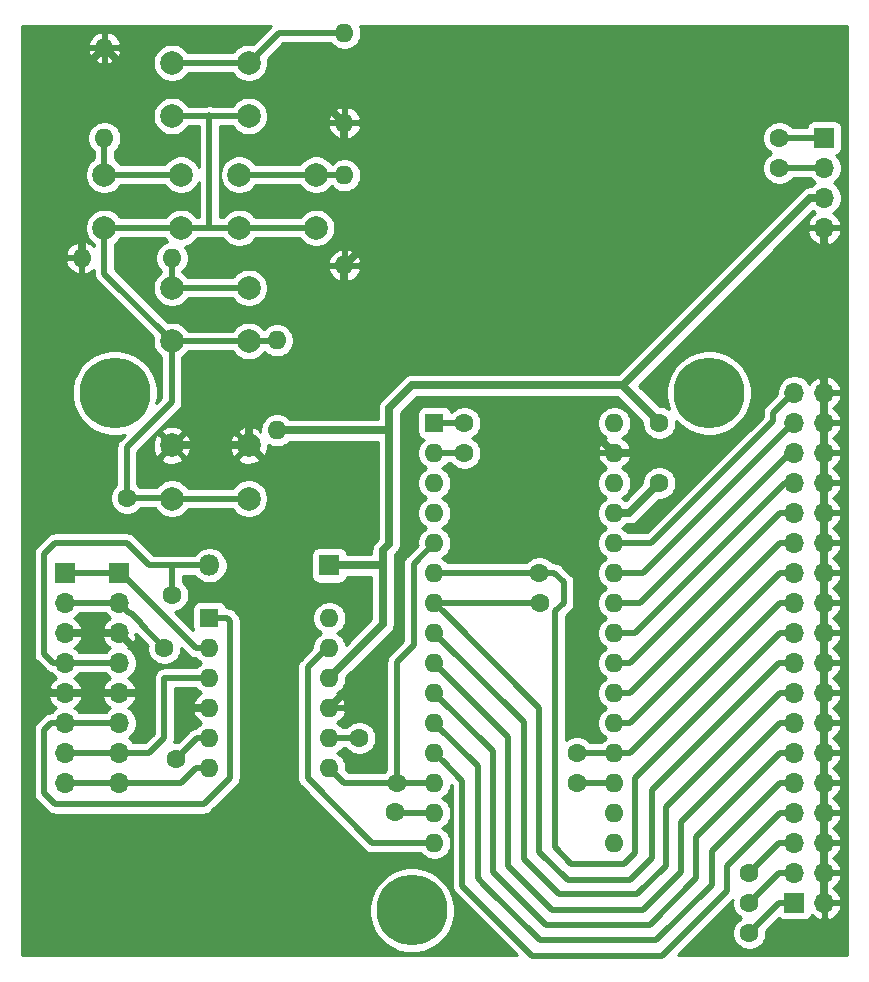
<source format=gbl>
G04 #@! TF.GenerationSoftware,KiCad,Pcbnew,(5.1.5)-3*
G04 #@! TF.CreationDate,2022-12-19T02:05:45+02:00*
G04 #@! TF.ProjectId,arduino-fanatec-pcb,61726475-696e-46f2-9d66-616e61746563,rev?*
G04 #@! TF.SameCoordinates,Original*
G04 #@! TF.FileFunction,Copper,L2,Bot*
G04 #@! TF.FilePolarity,Positive*
%FSLAX46Y46*%
G04 Gerber Fmt 4.6, Leading zero omitted, Abs format (unit mm)*
G04 Created by KiCad (PCBNEW (5.1.5)-3) date 2022-12-19 02:05:45*
%MOMM*%
%LPD*%
G04 APERTURE LIST*
%ADD10O,1.600000X1.600000*%
%ADD11R,1.600000X1.600000*%
%ADD12R,1.700000X1.700000*%
%ADD13O,1.700000X1.700000*%
%ADD14C,6.000000*%
%ADD15C,2.000000*%
%ADD16O,1.800000X1.800000*%
%ADD17R,1.800000X1.800000*%
%ADD18C,1.600000*%
%ADD19C,0.500000*%
%ADD20C,0.700000*%
%ADD21C,0.254000*%
G04 APERTURE END LIST*
D10*
X101600000Y-105410000D03*
X86360000Y-105410000D03*
X101600000Y-69850000D03*
X86360000Y-102870000D03*
X101600000Y-72390000D03*
X86360000Y-100330000D03*
X101600000Y-74930000D03*
X86360000Y-97790000D03*
X101600000Y-77470000D03*
X86360000Y-95250000D03*
X101600000Y-80010000D03*
X86360000Y-92710000D03*
X101600000Y-82550000D03*
X86360000Y-90170000D03*
X101600000Y-85090000D03*
X86360000Y-87630000D03*
X101600000Y-87630000D03*
X86360000Y-85090000D03*
X101600000Y-90170000D03*
X86360000Y-82550000D03*
X101600000Y-92710000D03*
X86360000Y-80010000D03*
X101600000Y-95250000D03*
X86360000Y-77470000D03*
X101600000Y-97790000D03*
X86360000Y-74930000D03*
X101600000Y-100330000D03*
X86360000Y-72390000D03*
X101600000Y-102870000D03*
D11*
X86360000Y-69850000D03*
D12*
X116840000Y-110490000D03*
D13*
X119380000Y-110490000D03*
X116840000Y-107950000D03*
X119380000Y-107950000D03*
X116840000Y-105410000D03*
X119380000Y-105410000D03*
X116840000Y-102870000D03*
X119380000Y-102870000D03*
X116840000Y-100330000D03*
X119380000Y-100330000D03*
X116840000Y-97790000D03*
X119380000Y-97790000D03*
X116840000Y-95250000D03*
X119380000Y-95250000D03*
X116840000Y-92710000D03*
X119380000Y-92710000D03*
X116840000Y-90170000D03*
X119380000Y-90170000D03*
X116840000Y-87630000D03*
X119380000Y-87630000D03*
X116840000Y-85090000D03*
X119380000Y-85090000D03*
X116840000Y-82550000D03*
X119380000Y-82550000D03*
X116840000Y-80010000D03*
X119380000Y-80010000D03*
X116840000Y-77470000D03*
X119380000Y-77470000D03*
X116840000Y-74930000D03*
X119380000Y-74930000D03*
X116840000Y-72390000D03*
X119380000Y-72390000D03*
X116840000Y-69850000D03*
X119380000Y-69850000D03*
X116840000Y-67310000D03*
X119380000Y-67310000D03*
D11*
X67310000Y-86360000D03*
D10*
X77470000Y-99060000D03*
X67310000Y-88900000D03*
X77470000Y-96520000D03*
X67310000Y-91440000D03*
X77470000Y-93980000D03*
X67310000Y-93980000D03*
X77470000Y-91440000D03*
X67310000Y-96520000D03*
X77470000Y-88900000D03*
X67310000Y-99060000D03*
X77470000Y-86360000D03*
D13*
X55118000Y-100330000D03*
X55118000Y-97790000D03*
X55118000Y-95250000D03*
X55118000Y-92710000D03*
X55118000Y-90170000D03*
X55118000Y-87630000D03*
X55118000Y-85090000D03*
D12*
X55118000Y-82550000D03*
D14*
X84455000Y-111125000D03*
D10*
X56515000Y-55880000D03*
X64135000Y-55880000D03*
X73025000Y-70485000D03*
X73025000Y-62865000D03*
X78740000Y-48895000D03*
X78740000Y-56515000D03*
X58420000Y-45720000D03*
X58420000Y-38100000D03*
X78740000Y-36830000D03*
X78740000Y-44450000D03*
D15*
X70635000Y-71755000D03*
X70635000Y-76255000D03*
X64135000Y-71755000D03*
X64135000Y-76255000D03*
X70635000Y-58420000D03*
X70635000Y-62920000D03*
X64135000Y-58420000D03*
X64135000Y-62920000D03*
X76350000Y-48840000D03*
X76350000Y-53340000D03*
X69850000Y-48840000D03*
X69850000Y-53340000D03*
X64920000Y-48840000D03*
X64920000Y-53340000D03*
X58420000Y-48840000D03*
X58420000Y-53340000D03*
X70635000Y-39370000D03*
X70635000Y-43870000D03*
X64135000Y-39370000D03*
X64135000Y-43870000D03*
D13*
X119380000Y-53340000D03*
X119380000Y-50800000D03*
X119380000Y-48260000D03*
D12*
X119380000Y-45720000D03*
D14*
X109620000Y-67310000D03*
X59290000Y-67310000D03*
D16*
X67310000Y-81915000D03*
D17*
X77470000Y-81915000D03*
D13*
X59690000Y-100330000D03*
X59690000Y-97790000D03*
X59690000Y-95250000D03*
X59690000Y-92710000D03*
X59690000Y-90170000D03*
X59690000Y-87630000D03*
X59690000Y-85090000D03*
D12*
X59690000Y-82550000D03*
D18*
X80010000Y-96520000D03*
X83058000Y-102768400D03*
X98425000Y-100330000D03*
X61750000Y-93980000D03*
X65250000Y-93980000D03*
X80010000Y-91440000D03*
X64476878Y-98286878D03*
X63500000Y-88900000D03*
X105410000Y-74930000D03*
X105410000Y-69839991D03*
X113031397Y-107951397D03*
X83185000Y-100330006D03*
X115570000Y-48260000D03*
X95330010Y-85090000D03*
X115570000Y-45720000D03*
X95250006Y-82550000D03*
X88900000Y-72390000D03*
X113030000Y-113030000D03*
X88900000Y-69850000D03*
X113030000Y-110490000D03*
X60325000Y-76200000D03*
X98425000Y-97790000D03*
X64164438Y-84425562D03*
D19*
X75619999Y-99948001D02*
X81081998Y-105410000D01*
X75619999Y-90551999D02*
X75619999Y-99948001D01*
X77470000Y-88900000D02*
X77271998Y-88900000D01*
X77271998Y-88900000D02*
X75619999Y-90551999D01*
X81081998Y-105410000D02*
X86360000Y-105410000D01*
X83159600Y-102870000D02*
X83058000Y-102768400D01*
X86360000Y-102870000D02*
X83159600Y-102870000D01*
X80010000Y-96520000D02*
X77470000Y-96520000D01*
X116715998Y-67310000D02*
X116840000Y-67310000D01*
X115039999Y-69687509D02*
X115039999Y-68985999D01*
X101600000Y-80010000D02*
X104717508Y-80010000D01*
X115039999Y-68985999D02*
X116715998Y-67310000D01*
X104717508Y-80010000D02*
X115039999Y-69687509D01*
X116715998Y-69850000D02*
X116840000Y-69850000D01*
X101600000Y-82550000D02*
X104015998Y-82550000D01*
X104015998Y-82550000D02*
X116715998Y-69850000D01*
X116460499Y-72390000D02*
X116840000Y-72390000D01*
X101600000Y-85090000D02*
X103760499Y-85090000D01*
X103760499Y-85090000D02*
X116460499Y-72390000D01*
X116014489Y-74930000D02*
X116840000Y-74930000D01*
X101600000Y-87630000D02*
X103314489Y-87630000D01*
X103314489Y-87630000D02*
X116014489Y-74930000D01*
X115637919Y-77470000D02*
X116840000Y-77470000D01*
X101600000Y-90170000D02*
X102937919Y-90170000D01*
X102937919Y-90170000D02*
X115637919Y-77470000D01*
X115637919Y-80010000D02*
X116840000Y-80010000D01*
X101600000Y-92710000D02*
X102937919Y-92710000D01*
X102937919Y-92710000D02*
X115637919Y-80010000D01*
X115637919Y-82550000D02*
X116840000Y-82550000D01*
X101600000Y-95250000D02*
X102937919Y-95250000D01*
X102937919Y-95250000D02*
X115637919Y-82550000D01*
X101600000Y-100330000D02*
X98425000Y-100330000D01*
D20*
X119380000Y-67310000D02*
X119380000Y-110490000D01*
X119380000Y-53340000D02*
X119380000Y-67310000D01*
X59119999Y-38799999D02*
X58420000Y-38100000D01*
X61640001Y-41320001D02*
X59119999Y-38799999D01*
X75610001Y-41320001D02*
X61640001Y-41320001D01*
X78740000Y-44450000D02*
X75610001Y-41320001D01*
X79439999Y-55815001D02*
X78740000Y-56515000D01*
X80390001Y-54864999D02*
X79439999Y-55815001D01*
D19*
X80390001Y-48102999D02*
X80390001Y-54864999D01*
X78740000Y-46452998D02*
X80390001Y-48102999D01*
D20*
X78740000Y-44450000D02*
X78740000Y-46452998D01*
X64135000Y-71755000D02*
X70635000Y-71755000D01*
X72585001Y-73705001D02*
X72585001Y-77191001D01*
X70635000Y-71755000D02*
X72585001Y-73705001D01*
X57720001Y-38799999D02*
X58420000Y-38100000D01*
X56469999Y-40050001D02*
X57720001Y-38799999D01*
X56469999Y-54276001D02*
X56469999Y-40050001D01*
X56515000Y-54321002D02*
X56469999Y-54276001D01*
X56515000Y-55880000D02*
X56515000Y-54321002D01*
X101600000Y-72390000D02*
X110386002Y-72390000D01*
X113570001Y-67785999D02*
X115846001Y-65509999D01*
X118782080Y-65509999D02*
X119380000Y-66107919D01*
X110386002Y-72390000D02*
X113570001Y-69206001D01*
X119380000Y-66107919D02*
X119380000Y-67310000D01*
X113570001Y-69206001D02*
X113570001Y-67785999D01*
X115846001Y-65509999D02*
X118782080Y-65509999D01*
X72585001Y-77191001D02*
X71571001Y-78205001D01*
X61780010Y-89720010D02*
X60539999Y-88479999D01*
X60539999Y-88479999D02*
X59690000Y-87630000D01*
X61750000Y-93278491D02*
X61780010Y-93248481D01*
X61722000Y-92710000D02*
X59690000Y-92710000D01*
X61780010Y-92768010D02*
X61722000Y-92710000D01*
X61780010Y-92768010D02*
X61780010Y-89720010D01*
X61780010Y-93248481D02*
X61780010Y-92768010D01*
X55118000Y-87630000D02*
X59690000Y-87630000D01*
X55118000Y-92710000D02*
X59690000Y-92710000D01*
X61750000Y-93980000D02*
X61750000Y-93278491D01*
X52017989Y-90812070D02*
X53915919Y-92710000D01*
X52017989Y-80401518D02*
X52017989Y-90812070D01*
X53915919Y-92710000D02*
X55118000Y-92710000D01*
X54214507Y-78205001D02*
X52017989Y-80401518D01*
X71571001Y-78205001D02*
X54214507Y-78205001D01*
X70635000Y-70320998D02*
X70635000Y-71755000D01*
X78740000Y-56515000D02*
X78740000Y-62215998D01*
X78740000Y-62215998D02*
X70635000Y-70320998D01*
X65250000Y-93980000D02*
X67310000Y-93980000D01*
X83309988Y-81171517D02*
X83309988Y-88140012D01*
X83850011Y-69118481D02*
X83850011Y-80631494D01*
X83309988Y-88140012D02*
X80010000Y-91440000D01*
X101600000Y-72390000D02*
X97309999Y-68099999D01*
X83850011Y-80631494D02*
X83309988Y-81171517D01*
X97309999Y-68099999D02*
X84868493Y-68099999D01*
X84868493Y-68099999D02*
X83850011Y-69118481D01*
X78740000Y-92710000D02*
X77470000Y-93980000D01*
X80010000Y-91440000D02*
X78740000Y-92710000D01*
D19*
X66178630Y-88900000D02*
X67310000Y-88900000D01*
X66164002Y-88900000D02*
X66178630Y-88900000D01*
X59814002Y-82550000D02*
X66164002Y-88900000D01*
X59690000Y-82550000D02*
X59814002Y-82550000D01*
X55118000Y-82550000D02*
X59690000Y-82550000D01*
X60892081Y-100330000D02*
X59690000Y-100330000D01*
X64908630Y-100330000D02*
X60892081Y-100330000D01*
X66178630Y-99060000D02*
X64908630Y-100330000D01*
X67310000Y-99060000D02*
X66178630Y-99060000D01*
X55118000Y-100330000D02*
X59690000Y-100330000D01*
X67310000Y-91440000D02*
X63500000Y-91440000D01*
X63500000Y-91440000D02*
X63500000Y-96520000D01*
X62230000Y-97790000D02*
X59690000Y-97790000D01*
X63500000Y-96520000D02*
X62230000Y-97790000D01*
X55118000Y-97790000D02*
X59690000Y-97790000D01*
X53915919Y-95250000D02*
X55118000Y-95250000D01*
X53317999Y-95847920D02*
X53915919Y-95250000D01*
X53317999Y-101194001D02*
X53317999Y-95847920D01*
X54253999Y-102130001D02*
X53317999Y-101194001D01*
X66830001Y-102130001D02*
X54253999Y-102130001D01*
X69060001Y-99900001D02*
X66830001Y-102130001D01*
X69060001Y-86610001D02*
X69060001Y-99900001D01*
X68810000Y-86360000D02*
X69060001Y-86610001D01*
X67310000Y-86360000D02*
X68810000Y-86360000D01*
X55118000Y-95250000D02*
X59690000Y-95250000D01*
X67310000Y-96520000D02*
X66243756Y-96520000D01*
X66243756Y-96520000D02*
X64476878Y-98286878D01*
X60539999Y-85939999D02*
X59690000Y-85090000D01*
X60664001Y-85939999D02*
X60539999Y-85939999D01*
X61490001Y-86765999D02*
X60664001Y-85939999D01*
X61490001Y-86890001D02*
X61490001Y-86765999D01*
X63500000Y-88900000D02*
X61490001Y-86890001D01*
X55118000Y-85090000D02*
X59690000Y-85090000D01*
D20*
X101600000Y-77470000D02*
X102870000Y-77470000D01*
X102870000Y-77470000D02*
X105410000Y-74930000D01*
X82550000Y-68579999D02*
X84455000Y-66675000D01*
X84455000Y-66675000D02*
X102235000Y-66675000D01*
X82009977Y-80633035D02*
X82550000Y-80093012D01*
X77470000Y-91440000D02*
X82009977Y-86900023D01*
X81915000Y-81915000D02*
X82009977Y-81820023D01*
X82009977Y-81820023D02*
X82009977Y-80633035D01*
X82550000Y-80093012D02*
X82550000Y-70485000D01*
X82550000Y-70485000D02*
X82550000Y-68579999D01*
X81915000Y-81915000D02*
X82009977Y-82009977D01*
X77470000Y-81915000D02*
X81915000Y-81915000D01*
X82009977Y-86900023D02*
X82009977Y-82009977D01*
X82009977Y-82009977D02*
X82009977Y-81820023D01*
X73025000Y-70485000D02*
X82550001Y-70485000D01*
X102302919Y-66675000D02*
X102235000Y-66675000D01*
X118177919Y-50800000D02*
X102302919Y-66675000D01*
X119380000Y-50800000D02*
X118177919Y-50800000D01*
X102245009Y-66675000D02*
X104610001Y-69039992D01*
X104610001Y-69039992D02*
X105410000Y-69839991D01*
X102235000Y-66675000D02*
X102245009Y-66675000D01*
D19*
X116840000Y-105410000D02*
X115572794Y-105410000D01*
X115572794Y-105410000D02*
X113031397Y-107951397D01*
X86360000Y-100330000D02*
X83185006Y-100330000D01*
X83185006Y-100330000D02*
X83185000Y-100330006D01*
X84609999Y-81760001D02*
X86360000Y-80010000D01*
X84609999Y-88678494D02*
X84609999Y-81760001D01*
X83185000Y-100330006D02*
X83185000Y-90103493D01*
X83185000Y-90103493D02*
X84609999Y-88678494D01*
X83184994Y-100330000D02*
X83185000Y-100330006D01*
X77470000Y-99060000D02*
X78740000Y-100330000D01*
X78740000Y-100330000D02*
X83184994Y-100330000D01*
X115570000Y-48260000D02*
X119380000Y-48260000D01*
X95250000Y-93980000D02*
X87159999Y-85889999D01*
X97636599Y-108585000D02*
X95250000Y-106198401D01*
X102896404Y-108585000D02*
X97636599Y-108585000D01*
X115570000Y-90170000D02*
X104775000Y-100965000D01*
X104775000Y-106706404D02*
X102896404Y-108585000D01*
X104775000Y-100965000D02*
X104775000Y-106706404D01*
X116840000Y-90170000D02*
X115570000Y-90170000D01*
X87159999Y-85889999D02*
X86360000Y-85090000D01*
X95250000Y-106198401D02*
X95250000Y-93980000D01*
X86360000Y-85090000D02*
X95330010Y-85090000D01*
X115570000Y-45720000D02*
X119380000Y-45720000D01*
X86360000Y-82550000D02*
X95250006Y-82550000D01*
X96520000Y-82550000D02*
X95250006Y-82550000D01*
X97320003Y-83350003D02*
X96520000Y-82550000D01*
X96600026Y-105794023D02*
X96600026Y-85817986D01*
X97320003Y-85098009D02*
X97320003Y-83350003D01*
X115637919Y-87630000D02*
X103350001Y-99917918D01*
X116840000Y-87630000D02*
X115637919Y-87630000D01*
X97966004Y-107160001D02*
X96600026Y-105794023D01*
X103350001Y-99917918D02*
X103350001Y-106250001D01*
X96600026Y-85817986D02*
X97320003Y-85098009D01*
X103350001Y-106250001D02*
X102440001Y-107160001D01*
X102440001Y-107160001D02*
X97966004Y-107160001D01*
X86360000Y-72390000D02*
X88900000Y-72390000D01*
X116840000Y-110490000D02*
X115570000Y-110490000D01*
X115570000Y-110490000D02*
X113030000Y-113030000D01*
X86360000Y-69850000D02*
X88900000Y-69850000D01*
X116840000Y-107950000D02*
X115570000Y-107950000D01*
X115570000Y-107950000D02*
X113030000Y-110490000D01*
X115637919Y-85090000D02*
X116840000Y-85090000D01*
X101600000Y-97790000D02*
X102937919Y-97790000D01*
X64080000Y-76200000D02*
X64135000Y-76255000D01*
X60325000Y-76200000D02*
X64080000Y-76200000D01*
X64135000Y-76255000D02*
X70635000Y-76255000D01*
X64135000Y-64334213D02*
X64135000Y-62920000D01*
X64135000Y-68119002D02*
X64135000Y-64334213D01*
X60325000Y-71929002D02*
X64135000Y-68119002D01*
X60325000Y-76200000D02*
X60325000Y-71929002D01*
X64135000Y-62920000D02*
X70635000Y-62920000D01*
X72970000Y-62920000D02*
X73025000Y-62865000D01*
X70635000Y-62920000D02*
X72970000Y-62920000D01*
X58420000Y-57205000D02*
X58420000Y-53340000D01*
X64135000Y-62920000D02*
X58420000Y-57205000D01*
X58420000Y-53340000D02*
X64920000Y-53340000D01*
X70635000Y-43870000D02*
X64135000Y-43870000D01*
X76350000Y-53340000D02*
X69850000Y-53340000D01*
X102937919Y-97790000D02*
X115637919Y-85090000D01*
X69850000Y-53340000D02*
X64920000Y-53340000D01*
X67310000Y-53340000D02*
X67310000Y-43815000D01*
X64920000Y-53340000D02*
X67310000Y-53340000D01*
X101600000Y-97790000D02*
X98425000Y-97790000D01*
X70635000Y-58420000D02*
X64135000Y-58420000D01*
X64135000Y-58420000D02*
X64135000Y-55880000D01*
X58420000Y-45720000D02*
X58420000Y-48840000D01*
X64920000Y-48840000D02*
X58420000Y-48840000D01*
X69850000Y-48840000D02*
X76350000Y-48840000D01*
X78685000Y-48840000D02*
X78740000Y-48895000D01*
X76350000Y-48840000D02*
X78685000Y-48840000D01*
X73175000Y-36830000D02*
X78740000Y-36830000D01*
X70635000Y-39370000D02*
X73175000Y-36830000D01*
X64135000Y-39370000D02*
X70635000Y-39370000D01*
X88719939Y-100149939D02*
X87159999Y-98589999D01*
X87159999Y-98589999D02*
X86360000Y-97790000D01*
X88719939Y-109039939D02*
X88719939Y-100149939D01*
X111150066Y-107357853D02*
X111150066Y-109480892D01*
X111150066Y-109480892D02*
X105670892Y-114960066D01*
X115637919Y-102870000D02*
X111150066Y-107357853D01*
X105670892Y-114960066D02*
X94640066Y-114960066D01*
X116840000Y-102870000D02*
X115637919Y-102870000D01*
X94640066Y-114960066D02*
X88719939Y-109039939D01*
X115637919Y-100330000D02*
X116840000Y-100330000D01*
X109850056Y-106117863D02*
X115637919Y-100330000D01*
X105132411Y-113660056D02*
X109850056Y-108942411D01*
X95273589Y-113660056D02*
X105132411Y-113660056D01*
X90555944Y-108942411D02*
X95273589Y-113660056D01*
X90555944Y-108942406D02*
X90555944Y-108942411D01*
X90019949Y-108406411D02*
X90555944Y-108942406D01*
X90019949Y-98909949D02*
X90019949Y-108406411D01*
X109850056Y-108942411D02*
X109850056Y-106117863D01*
X86360000Y-95250000D02*
X90019949Y-98909949D01*
X108550045Y-104877874D02*
X115637919Y-97790000D01*
X115637919Y-97790000D02*
X116840000Y-97790000D01*
X91319960Y-97669960D02*
X91319960Y-107867934D01*
X91319960Y-107867934D02*
X95812071Y-112360045D01*
X95812071Y-112360045D02*
X104593929Y-112360045D01*
X104593929Y-112360045D02*
X108550045Y-108403929D01*
X108550045Y-108403929D02*
X108550045Y-104877874D01*
X86360000Y-92710000D02*
X91319960Y-97669960D01*
X104055447Y-111060034D02*
X107250034Y-107865447D01*
X107250034Y-103637885D02*
X115637919Y-95250000D01*
X96350553Y-111060034D02*
X104055447Y-111060034D01*
X92619967Y-107329448D02*
X96350553Y-111060034D01*
X115637919Y-95250000D02*
X116840000Y-95250000D01*
X92619967Y-96429967D02*
X92619967Y-107329448D01*
X107250034Y-107865447D02*
X107250034Y-103637885D01*
X86360000Y-90170000D02*
X92619967Y-96429967D01*
X93919978Y-95189978D02*
X93919978Y-106790966D01*
X103516965Y-109760023D02*
X105950023Y-107326965D01*
X96889035Y-109760023D02*
X103516965Y-109760023D01*
X93919978Y-106790966D02*
X96889035Y-109760023D01*
X115637919Y-92710000D02*
X116840000Y-92710000D01*
X105950023Y-102397896D02*
X115637919Y-92710000D01*
X105950023Y-107326965D02*
X105950023Y-102397896D01*
X86360000Y-87630000D02*
X93919978Y-95189978D01*
X64135000Y-81915000D02*
X67310000Y-81915000D01*
X64135000Y-81915000D02*
X64164438Y-81944438D01*
X64164438Y-81944438D02*
X64164438Y-84425562D01*
X64135000Y-84396124D02*
X64164438Y-84425562D01*
X55118000Y-90170000D02*
X59690000Y-90170000D01*
X54102000Y-90170000D02*
X55118000Y-90170000D01*
X53317999Y-89385999D02*
X54102000Y-90170000D01*
X62230000Y-81915000D02*
X60325000Y-80010000D01*
X64135000Y-81915000D02*
X62230000Y-81915000D01*
X60325000Y-80010000D02*
X54247998Y-80010000D01*
X54247998Y-80010000D02*
X53317999Y-80939999D01*
X53317999Y-80939999D02*
X53317999Y-89385999D01*
D21*
G36*
X72518470Y-36234951D02*
G01*
X70981525Y-37771897D01*
X70796033Y-37735000D01*
X70473967Y-37735000D01*
X70158088Y-37797832D01*
X69860537Y-37921082D01*
X69592748Y-38100013D01*
X69365013Y-38327748D01*
X69259941Y-38485000D01*
X65510059Y-38485000D01*
X65404987Y-38327748D01*
X65177252Y-38100013D01*
X64909463Y-37921082D01*
X64611912Y-37797832D01*
X64296033Y-37735000D01*
X63973967Y-37735000D01*
X63658088Y-37797832D01*
X63360537Y-37921082D01*
X63092748Y-38100013D01*
X62865013Y-38327748D01*
X62686082Y-38595537D01*
X62562832Y-38893088D01*
X62500000Y-39208967D01*
X62500000Y-39531033D01*
X62562832Y-39846912D01*
X62686082Y-40144463D01*
X62865013Y-40412252D01*
X63092748Y-40639987D01*
X63360537Y-40818918D01*
X63658088Y-40942168D01*
X63973967Y-41005000D01*
X64296033Y-41005000D01*
X64611912Y-40942168D01*
X64909463Y-40818918D01*
X65177252Y-40639987D01*
X65404987Y-40412252D01*
X65510059Y-40255000D01*
X69259941Y-40255000D01*
X69365013Y-40412252D01*
X69592748Y-40639987D01*
X69860537Y-40818918D01*
X70158088Y-40942168D01*
X70473967Y-41005000D01*
X70796033Y-41005000D01*
X71111912Y-40942168D01*
X71409463Y-40818918D01*
X71677252Y-40639987D01*
X71904987Y-40412252D01*
X72083918Y-40144463D01*
X72207168Y-39846912D01*
X72270000Y-39531033D01*
X72270000Y-39208967D01*
X72233103Y-39023475D01*
X73541579Y-37715000D01*
X77605479Y-37715000D01*
X77625363Y-37744759D01*
X77825241Y-37944637D01*
X78060273Y-38101680D01*
X78321426Y-38209853D01*
X78598665Y-38265000D01*
X78881335Y-38265000D01*
X79158574Y-38209853D01*
X79419727Y-38101680D01*
X79654759Y-37944637D01*
X79854637Y-37744759D01*
X80011680Y-37509727D01*
X80119853Y-37248574D01*
X80175000Y-36971335D01*
X80175000Y-36688665D01*
X80119853Y-36411426D01*
X80040562Y-36220000D01*
X121260001Y-36220000D01*
X121260000Y-114910000D01*
X106972536Y-114910000D01*
X111610179Y-110272358D01*
X111595000Y-110348665D01*
X111595000Y-110631335D01*
X111650147Y-110908574D01*
X111758320Y-111169727D01*
X111915363Y-111404759D01*
X112115241Y-111604637D01*
X112347759Y-111760000D01*
X112115241Y-111915363D01*
X111915363Y-112115241D01*
X111758320Y-112350273D01*
X111650147Y-112611426D01*
X111595000Y-112888665D01*
X111595000Y-113171335D01*
X111650147Y-113448574D01*
X111758320Y-113709727D01*
X111915363Y-113944759D01*
X112115241Y-114144637D01*
X112350273Y-114301680D01*
X112611426Y-114409853D01*
X112888665Y-114465000D01*
X113171335Y-114465000D01*
X113448574Y-114409853D01*
X113709727Y-114301680D01*
X113944759Y-114144637D01*
X114144637Y-113944759D01*
X114301680Y-113709727D01*
X114409853Y-113448574D01*
X114465000Y-113171335D01*
X114465000Y-112888665D01*
X114458017Y-112853561D01*
X115530512Y-111781067D01*
X115538815Y-111791185D01*
X115635506Y-111870537D01*
X115745820Y-111929502D01*
X115865518Y-111965812D01*
X115990000Y-111978072D01*
X117690000Y-111978072D01*
X117814482Y-111965812D01*
X117934180Y-111929502D01*
X118044494Y-111870537D01*
X118141185Y-111791185D01*
X118220537Y-111694494D01*
X118279502Y-111584180D01*
X118302498Y-111508374D01*
X118498645Y-111685178D01*
X118748748Y-111834157D01*
X119023109Y-111931481D01*
X119253000Y-111810814D01*
X119253000Y-110617000D01*
X119507000Y-110617000D01*
X119507000Y-111810814D01*
X119736891Y-111931481D01*
X120011252Y-111834157D01*
X120261355Y-111685178D01*
X120477588Y-111490269D01*
X120651641Y-111256920D01*
X120776825Y-110994099D01*
X120821476Y-110846890D01*
X120700155Y-110617000D01*
X119507000Y-110617000D01*
X119253000Y-110617000D01*
X119233000Y-110617000D01*
X119233000Y-110363000D01*
X119253000Y-110363000D01*
X119253000Y-108077000D01*
X119507000Y-108077000D01*
X119507000Y-110363000D01*
X120700155Y-110363000D01*
X120821476Y-110133110D01*
X120776825Y-109985901D01*
X120651641Y-109723080D01*
X120477588Y-109489731D01*
X120261355Y-109294822D01*
X120135745Y-109220000D01*
X120261355Y-109145178D01*
X120477588Y-108950269D01*
X120651641Y-108716920D01*
X120776825Y-108454099D01*
X120821476Y-108306890D01*
X120700155Y-108077000D01*
X119507000Y-108077000D01*
X119253000Y-108077000D01*
X119233000Y-108077000D01*
X119233000Y-107823000D01*
X119253000Y-107823000D01*
X119253000Y-105537000D01*
X119507000Y-105537000D01*
X119507000Y-107823000D01*
X120700155Y-107823000D01*
X120821476Y-107593110D01*
X120776825Y-107445901D01*
X120651641Y-107183080D01*
X120477588Y-106949731D01*
X120261355Y-106754822D01*
X120135745Y-106680000D01*
X120261355Y-106605178D01*
X120477588Y-106410269D01*
X120651641Y-106176920D01*
X120776825Y-105914099D01*
X120821476Y-105766890D01*
X120700155Y-105537000D01*
X119507000Y-105537000D01*
X119253000Y-105537000D01*
X119233000Y-105537000D01*
X119233000Y-105283000D01*
X119253000Y-105283000D01*
X119253000Y-102997000D01*
X119507000Y-102997000D01*
X119507000Y-105283000D01*
X120700155Y-105283000D01*
X120821476Y-105053110D01*
X120776825Y-104905901D01*
X120651641Y-104643080D01*
X120477588Y-104409731D01*
X120261355Y-104214822D01*
X120135745Y-104140000D01*
X120261355Y-104065178D01*
X120477588Y-103870269D01*
X120651641Y-103636920D01*
X120776825Y-103374099D01*
X120821476Y-103226890D01*
X120700155Y-102997000D01*
X119507000Y-102997000D01*
X119253000Y-102997000D01*
X119233000Y-102997000D01*
X119233000Y-102743000D01*
X119253000Y-102743000D01*
X119253000Y-100457000D01*
X119507000Y-100457000D01*
X119507000Y-102743000D01*
X120700155Y-102743000D01*
X120821476Y-102513110D01*
X120776825Y-102365901D01*
X120651641Y-102103080D01*
X120477588Y-101869731D01*
X120261355Y-101674822D01*
X120135745Y-101600000D01*
X120261355Y-101525178D01*
X120477588Y-101330269D01*
X120651641Y-101096920D01*
X120776825Y-100834099D01*
X120821476Y-100686890D01*
X120700155Y-100457000D01*
X119507000Y-100457000D01*
X119253000Y-100457000D01*
X119233000Y-100457000D01*
X119233000Y-100203000D01*
X119253000Y-100203000D01*
X119253000Y-97917000D01*
X119507000Y-97917000D01*
X119507000Y-100203000D01*
X120700155Y-100203000D01*
X120821476Y-99973110D01*
X120776825Y-99825901D01*
X120651641Y-99563080D01*
X120477588Y-99329731D01*
X120261355Y-99134822D01*
X120135745Y-99060000D01*
X120261355Y-98985178D01*
X120477588Y-98790269D01*
X120651641Y-98556920D01*
X120776825Y-98294099D01*
X120821476Y-98146890D01*
X120700155Y-97917000D01*
X119507000Y-97917000D01*
X119253000Y-97917000D01*
X119233000Y-97917000D01*
X119233000Y-97663000D01*
X119253000Y-97663000D01*
X119253000Y-95377000D01*
X119507000Y-95377000D01*
X119507000Y-97663000D01*
X120700155Y-97663000D01*
X120821476Y-97433110D01*
X120776825Y-97285901D01*
X120651641Y-97023080D01*
X120477588Y-96789731D01*
X120261355Y-96594822D01*
X120135745Y-96520000D01*
X120261355Y-96445178D01*
X120477588Y-96250269D01*
X120651641Y-96016920D01*
X120776825Y-95754099D01*
X120821476Y-95606890D01*
X120700155Y-95377000D01*
X119507000Y-95377000D01*
X119253000Y-95377000D01*
X119233000Y-95377000D01*
X119233000Y-95123000D01*
X119253000Y-95123000D01*
X119253000Y-92837000D01*
X119507000Y-92837000D01*
X119507000Y-95123000D01*
X120700155Y-95123000D01*
X120821476Y-94893110D01*
X120776825Y-94745901D01*
X120651641Y-94483080D01*
X120477588Y-94249731D01*
X120261355Y-94054822D01*
X120135745Y-93980000D01*
X120261355Y-93905178D01*
X120477588Y-93710269D01*
X120651641Y-93476920D01*
X120776825Y-93214099D01*
X120821476Y-93066890D01*
X120700155Y-92837000D01*
X119507000Y-92837000D01*
X119253000Y-92837000D01*
X119233000Y-92837000D01*
X119233000Y-92583000D01*
X119253000Y-92583000D01*
X119253000Y-90297000D01*
X119507000Y-90297000D01*
X119507000Y-92583000D01*
X120700155Y-92583000D01*
X120821476Y-92353110D01*
X120776825Y-92205901D01*
X120651641Y-91943080D01*
X120477588Y-91709731D01*
X120261355Y-91514822D01*
X120135745Y-91440000D01*
X120261355Y-91365178D01*
X120477588Y-91170269D01*
X120651641Y-90936920D01*
X120776825Y-90674099D01*
X120821476Y-90526890D01*
X120700155Y-90297000D01*
X119507000Y-90297000D01*
X119253000Y-90297000D01*
X119233000Y-90297000D01*
X119233000Y-90043000D01*
X119253000Y-90043000D01*
X119253000Y-87757000D01*
X119507000Y-87757000D01*
X119507000Y-90043000D01*
X120700155Y-90043000D01*
X120821476Y-89813110D01*
X120776825Y-89665901D01*
X120651641Y-89403080D01*
X120477588Y-89169731D01*
X120261355Y-88974822D01*
X120135745Y-88900000D01*
X120261355Y-88825178D01*
X120477588Y-88630269D01*
X120651641Y-88396920D01*
X120776825Y-88134099D01*
X120821476Y-87986890D01*
X120700155Y-87757000D01*
X119507000Y-87757000D01*
X119253000Y-87757000D01*
X119233000Y-87757000D01*
X119233000Y-87503000D01*
X119253000Y-87503000D01*
X119253000Y-85217000D01*
X119507000Y-85217000D01*
X119507000Y-87503000D01*
X120700155Y-87503000D01*
X120821476Y-87273110D01*
X120776825Y-87125901D01*
X120651641Y-86863080D01*
X120477588Y-86629731D01*
X120261355Y-86434822D01*
X120135745Y-86360000D01*
X120261355Y-86285178D01*
X120477588Y-86090269D01*
X120651641Y-85856920D01*
X120776825Y-85594099D01*
X120821476Y-85446890D01*
X120700155Y-85217000D01*
X119507000Y-85217000D01*
X119253000Y-85217000D01*
X119233000Y-85217000D01*
X119233000Y-84963000D01*
X119253000Y-84963000D01*
X119253000Y-82677000D01*
X119507000Y-82677000D01*
X119507000Y-84963000D01*
X120700155Y-84963000D01*
X120821476Y-84733110D01*
X120776825Y-84585901D01*
X120651641Y-84323080D01*
X120477588Y-84089731D01*
X120261355Y-83894822D01*
X120135745Y-83820000D01*
X120261355Y-83745178D01*
X120477588Y-83550269D01*
X120651641Y-83316920D01*
X120776825Y-83054099D01*
X120821476Y-82906890D01*
X120700155Y-82677000D01*
X119507000Y-82677000D01*
X119253000Y-82677000D01*
X119233000Y-82677000D01*
X119233000Y-82423000D01*
X119253000Y-82423000D01*
X119253000Y-80137000D01*
X119507000Y-80137000D01*
X119507000Y-82423000D01*
X120700155Y-82423000D01*
X120821476Y-82193110D01*
X120776825Y-82045901D01*
X120651641Y-81783080D01*
X120477588Y-81549731D01*
X120261355Y-81354822D01*
X120135745Y-81280000D01*
X120261355Y-81205178D01*
X120477588Y-81010269D01*
X120651641Y-80776920D01*
X120776825Y-80514099D01*
X120821476Y-80366890D01*
X120700155Y-80137000D01*
X119507000Y-80137000D01*
X119253000Y-80137000D01*
X119233000Y-80137000D01*
X119233000Y-79883000D01*
X119253000Y-79883000D01*
X119253000Y-77597000D01*
X119507000Y-77597000D01*
X119507000Y-79883000D01*
X120700155Y-79883000D01*
X120821476Y-79653110D01*
X120776825Y-79505901D01*
X120651641Y-79243080D01*
X120477588Y-79009731D01*
X120261355Y-78814822D01*
X120135745Y-78740000D01*
X120261355Y-78665178D01*
X120477588Y-78470269D01*
X120651641Y-78236920D01*
X120776825Y-77974099D01*
X120821476Y-77826890D01*
X120700155Y-77597000D01*
X119507000Y-77597000D01*
X119253000Y-77597000D01*
X119233000Y-77597000D01*
X119233000Y-77343000D01*
X119253000Y-77343000D01*
X119253000Y-75057000D01*
X119507000Y-75057000D01*
X119507000Y-77343000D01*
X120700155Y-77343000D01*
X120821476Y-77113110D01*
X120776825Y-76965901D01*
X120651641Y-76703080D01*
X120477588Y-76469731D01*
X120261355Y-76274822D01*
X120135745Y-76200000D01*
X120261355Y-76125178D01*
X120477588Y-75930269D01*
X120651641Y-75696920D01*
X120776825Y-75434099D01*
X120821476Y-75286890D01*
X120700155Y-75057000D01*
X119507000Y-75057000D01*
X119253000Y-75057000D01*
X119233000Y-75057000D01*
X119233000Y-74803000D01*
X119253000Y-74803000D01*
X119253000Y-72517000D01*
X119507000Y-72517000D01*
X119507000Y-74803000D01*
X120700155Y-74803000D01*
X120821476Y-74573110D01*
X120776825Y-74425901D01*
X120651641Y-74163080D01*
X120477588Y-73929731D01*
X120261355Y-73734822D01*
X120135745Y-73660000D01*
X120261355Y-73585178D01*
X120477588Y-73390269D01*
X120651641Y-73156920D01*
X120776825Y-72894099D01*
X120821476Y-72746890D01*
X120700155Y-72517000D01*
X119507000Y-72517000D01*
X119253000Y-72517000D01*
X119233000Y-72517000D01*
X119233000Y-72263000D01*
X119253000Y-72263000D01*
X119253000Y-69977000D01*
X119507000Y-69977000D01*
X119507000Y-72263000D01*
X120700155Y-72263000D01*
X120821476Y-72033110D01*
X120776825Y-71885901D01*
X120651641Y-71623080D01*
X120477588Y-71389731D01*
X120261355Y-71194822D01*
X120135745Y-71120000D01*
X120261355Y-71045178D01*
X120477588Y-70850269D01*
X120651641Y-70616920D01*
X120776825Y-70354099D01*
X120821476Y-70206890D01*
X120700155Y-69977000D01*
X119507000Y-69977000D01*
X119253000Y-69977000D01*
X119233000Y-69977000D01*
X119233000Y-69723000D01*
X119253000Y-69723000D01*
X119253000Y-67437000D01*
X119507000Y-67437000D01*
X119507000Y-69723000D01*
X120700155Y-69723000D01*
X120821476Y-69493110D01*
X120776825Y-69345901D01*
X120651641Y-69083080D01*
X120477588Y-68849731D01*
X120261355Y-68654822D01*
X120135745Y-68580000D01*
X120261355Y-68505178D01*
X120477588Y-68310269D01*
X120651641Y-68076920D01*
X120776825Y-67814099D01*
X120821476Y-67666890D01*
X120700155Y-67437000D01*
X119507000Y-67437000D01*
X119253000Y-67437000D01*
X119233000Y-67437000D01*
X119233000Y-67183000D01*
X119253000Y-67183000D01*
X119253000Y-65989186D01*
X119507000Y-65989186D01*
X119507000Y-67183000D01*
X120700155Y-67183000D01*
X120821476Y-66953110D01*
X120776825Y-66805901D01*
X120651641Y-66543080D01*
X120477588Y-66309731D01*
X120261355Y-66114822D01*
X120011252Y-65965843D01*
X119736891Y-65868519D01*
X119507000Y-65989186D01*
X119253000Y-65989186D01*
X119023109Y-65868519D01*
X118748748Y-65965843D01*
X118498645Y-66114822D01*
X118282412Y-66309731D01*
X118111100Y-66539406D01*
X117993475Y-66363368D01*
X117786632Y-66156525D01*
X117543411Y-65994010D01*
X117273158Y-65882068D01*
X116986260Y-65825000D01*
X116693740Y-65825000D01*
X116406842Y-65882068D01*
X116136589Y-65994010D01*
X115893368Y-66156525D01*
X115686525Y-66363368D01*
X115524010Y-66606589D01*
X115412068Y-66876842D01*
X115355000Y-67163740D01*
X115355000Y-67419419D01*
X114444950Y-68329470D01*
X114411183Y-68357182D01*
X114383470Y-68390950D01*
X114383467Y-68390953D01*
X114357932Y-68422068D01*
X114300589Y-68491940D01*
X114218411Y-68645686D01*
X114167804Y-68812509D01*
X114154999Y-68942522D01*
X114154999Y-68942530D01*
X114150718Y-68985999D01*
X114154999Y-69029468D01*
X114154999Y-69320930D01*
X104350930Y-79125000D01*
X102734521Y-79125000D01*
X102714637Y-79095241D01*
X102514759Y-78895363D01*
X102282241Y-78740000D01*
X102514759Y-78584637D01*
X102644396Y-78455000D01*
X102821620Y-78455000D01*
X102870000Y-78459765D01*
X102918380Y-78455000D01*
X103063094Y-78440747D01*
X103248767Y-78384424D01*
X103419884Y-78292960D01*
X103569870Y-78169870D01*
X103600716Y-78132284D01*
X105368000Y-76365000D01*
X105551335Y-76365000D01*
X105828574Y-76309853D01*
X106089727Y-76201680D01*
X106324759Y-76044637D01*
X106524637Y-75844759D01*
X106681680Y-75609727D01*
X106789853Y-75348574D01*
X106845000Y-75071335D01*
X106845000Y-74788665D01*
X106789853Y-74511426D01*
X106681680Y-74250273D01*
X106524637Y-74015241D01*
X106324759Y-73815363D01*
X106089727Y-73658320D01*
X105828574Y-73550147D01*
X105551335Y-73495000D01*
X105268665Y-73495000D01*
X104991426Y-73550147D01*
X104730273Y-73658320D01*
X104495241Y-73815363D01*
X104295363Y-74015241D01*
X104138320Y-74250273D01*
X104030147Y-74511426D01*
X103975000Y-74788665D01*
X103975000Y-74972000D01*
X102553198Y-76393802D01*
X102514759Y-76355363D01*
X102282241Y-76200000D01*
X102514759Y-76044637D01*
X102714637Y-75844759D01*
X102871680Y-75609727D01*
X102979853Y-75348574D01*
X103035000Y-75071335D01*
X103035000Y-74788665D01*
X102979853Y-74511426D01*
X102871680Y-74250273D01*
X102714637Y-74015241D01*
X102514759Y-73815363D01*
X102279727Y-73658320D01*
X102269135Y-73653933D01*
X102455131Y-73542385D01*
X102663519Y-73353414D01*
X102831037Y-73127420D01*
X102951246Y-72873087D01*
X102991904Y-72739039D01*
X102869915Y-72517000D01*
X101727000Y-72517000D01*
X101727000Y-72537000D01*
X101473000Y-72537000D01*
X101473000Y-72517000D01*
X100330085Y-72517000D01*
X100208096Y-72739039D01*
X100248754Y-72873087D01*
X100368963Y-73127420D01*
X100536481Y-73353414D01*
X100744869Y-73542385D01*
X100930865Y-73653933D01*
X100920273Y-73658320D01*
X100685241Y-73815363D01*
X100485363Y-74015241D01*
X100328320Y-74250273D01*
X100220147Y-74511426D01*
X100165000Y-74788665D01*
X100165000Y-75071335D01*
X100220147Y-75348574D01*
X100328320Y-75609727D01*
X100485363Y-75844759D01*
X100685241Y-76044637D01*
X100917759Y-76200000D01*
X100685241Y-76355363D01*
X100485363Y-76555241D01*
X100328320Y-76790273D01*
X100220147Y-77051426D01*
X100165000Y-77328665D01*
X100165000Y-77611335D01*
X100220147Y-77888574D01*
X100328320Y-78149727D01*
X100485363Y-78384759D01*
X100685241Y-78584637D01*
X100917759Y-78740000D01*
X100685241Y-78895363D01*
X100485363Y-79095241D01*
X100328320Y-79330273D01*
X100220147Y-79591426D01*
X100165000Y-79868665D01*
X100165000Y-80151335D01*
X100220147Y-80428574D01*
X100328320Y-80689727D01*
X100485363Y-80924759D01*
X100685241Y-81124637D01*
X100917759Y-81280000D01*
X100685241Y-81435363D01*
X100485363Y-81635241D01*
X100328320Y-81870273D01*
X100220147Y-82131426D01*
X100165000Y-82408665D01*
X100165000Y-82691335D01*
X100220147Y-82968574D01*
X100328320Y-83229727D01*
X100485363Y-83464759D01*
X100685241Y-83664637D01*
X100917759Y-83820000D01*
X100685241Y-83975363D01*
X100485363Y-84175241D01*
X100328320Y-84410273D01*
X100220147Y-84671426D01*
X100165000Y-84948665D01*
X100165000Y-85231335D01*
X100220147Y-85508574D01*
X100328320Y-85769727D01*
X100485363Y-86004759D01*
X100685241Y-86204637D01*
X100917759Y-86360000D01*
X100685241Y-86515363D01*
X100485363Y-86715241D01*
X100328320Y-86950273D01*
X100220147Y-87211426D01*
X100165000Y-87488665D01*
X100165000Y-87771335D01*
X100220147Y-88048574D01*
X100328320Y-88309727D01*
X100485363Y-88544759D01*
X100685241Y-88744637D01*
X100917759Y-88900000D01*
X100685241Y-89055363D01*
X100485363Y-89255241D01*
X100328320Y-89490273D01*
X100220147Y-89751426D01*
X100165000Y-90028665D01*
X100165000Y-90311335D01*
X100220147Y-90588574D01*
X100328320Y-90849727D01*
X100485363Y-91084759D01*
X100685241Y-91284637D01*
X100917759Y-91440000D01*
X100685241Y-91595363D01*
X100485363Y-91795241D01*
X100328320Y-92030273D01*
X100220147Y-92291426D01*
X100165000Y-92568665D01*
X100165000Y-92851335D01*
X100220147Y-93128574D01*
X100328320Y-93389727D01*
X100485363Y-93624759D01*
X100685241Y-93824637D01*
X100917759Y-93980000D01*
X100685241Y-94135363D01*
X100485363Y-94335241D01*
X100328320Y-94570273D01*
X100220147Y-94831426D01*
X100165000Y-95108665D01*
X100165000Y-95391335D01*
X100220147Y-95668574D01*
X100328320Y-95929727D01*
X100485363Y-96164759D01*
X100685241Y-96364637D01*
X100917759Y-96520000D01*
X100685241Y-96675363D01*
X100485363Y-96875241D01*
X100465479Y-96905000D01*
X99559521Y-96905000D01*
X99539637Y-96875241D01*
X99339759Y-96675363D01*
X99104727Y-96518320D01*
X98843574Y-96410147D01*
X98566335Y-96355000D01*
X98283665Y-96355000D01*
X98006426Y-96410147D01*
X97745273Y-96518320D01*
X97510241Y-96675363D01*
X97485026Y-96700578D01*
X97485026Y-86184564D01*
X97915053Y-85754538D01*
X97948820Y-85726826D01*
X97983108Y-85685047D01*
X98059413Y-85592069D01*
X98059414Y-85592068D01*
X98141592Y-85438322D01*
X98192198Y-85271499D01*
X98205003Y-85141486D01*
X98205003Y-85141476D01*
X98209284Y-85098010D01*
X98205003Y-85054544D01*
X98205003Y-83393468D01*
X98209284Y-83350002D01*
X98205003Y-83306536D01*
X98205003Y-83306526D01*
X98192198Y-83176513D01*
X98141592Y-83009690D01*
X98059414Y-82855944D01*
X98025812Y-82815000D01*
X97976535Y-82754956D01*
X97976533Y-82754954D01*
X97948820Y-82721186D01*
X97915052Y-82693473D01*
X97176532Y-81954954D01*
X97148817Y-81921183D01*
X97014059Y-81810589D01*
X96860313Y-81728411D01*
X96693490Y-81677805D01*
X96563477Y-81665000D01*
X96563469Y-81665000D01*
X96520000Y-81660719D01*
X96476531Y-81665000D01*
X96384527Y-81665000D01*
X96364643Y-81635241D01*
X96164765Y-81435363D01*
X95929733Y-81278320D01*
X95668580Y-81170147D01*
X95391341Y-81115000D01*
X95108671Y-81115000D01*
X94831432Y-81170147D01*
X94570279Y-81278320D01*
X94335247Y-81435363D01*
X94135369Y-81635241D01*
X94115485Y-81665000D01*
X87494521Y-81665000D01*
X87474637Y-81635241D01*
X87274759Y-81435363D01*
X87042241Y-81280000D01*
X87274759Y-81124637D01*
X87474637Y-80924759D01*
X87631680Y-80689727D01*
X87739853Y-80428574D01*
X87795000Y-80151335D01*
X87795000Y-79868665D01*
X87739853Y-79591426D01*
X87631680Y-79330273D01*
X87474637Y-79095241D01*
X87274759Y-78895363D01*
X87042241Y-78740000D01*
X87274759Y-78584637D01*
X87474637Y-78384759D01*
X87631680Y-78149727D01*
X87739853Y-77888574D01*
X87795000Y-77611335D01*
X87795000Y-77328665D01*
X87739853Y-77051426D01*
X87631680Y-76790273D01*
X87474637Y-76555241D01*
X87274759Y-76355363D01*
X87042241Y-76200000D01*
X87274759Y-76044637D01*
X87474637Y-75844759D01*
X87631680Y-75609727D01*
X87739853Y-75348574D01*
X87795000Y-75071335D01*
X87795000Y-74788665D01*
X87739853Y-74511426D01*
X87631680Y-74250273D01*
X87474637Y-74015241D01*
X87274759Y-73815363D01*
X87042241Y-73660000D01*
X87274759Y-73504637D01*
X87474637Y-73304759D01*
X87494521Y-73275000D01*
X87765479Y-73275000D01*
X87785363Y-73304759D01*
X87985241Y-73504637D01*
X88220273Y-73661680D01*
X88481426Y-73769853D01*
X88758665Y-73825000D01*
X89041335Y-73825000D01*
X89318574Y-73769853D01*
X89579727Y-73661680D01*
X89814759Y-73504637D01*
X90014637Y-73304759D01*
X90171680Y-73069727D01*
X90279853Y-72808574D01*
X90335000Y-72531335D01*
X90335000Y-72248665D01*
X90279853Y-71971426D01*
X90171680Y-71710273D01*
X90014637Y-71475241D01*
X89814759Y-71275363D01*
X89582241Y-71120000D01*
X89814759Y-70964637D01*
X90014637Y-70764759D01*
X90171680Y-70529727D01*
X90279853Y-70268574D01*
X90335000Y-69991335D01*
X90335000Y-69708665D01*
X100165000Y-69708665D01*
X100165000Y-69991335D01*
X100220147Y-70268574D01*
X100328320Y-70529727D01*
X100485363Y-70764759D01*
X100685241Y-70964637D01*
X100920273Y-71121680D01*
X100930865Y-71126067D01*
X100744869Y-71237615D01*
X100536481Y-71426586D01*
X100368963Y-71652580D01*
X100248754Y-71906913D01*
X100208096Y-72040961D01*
X100330085Y-72263000D01*
X101473000Y-72263000D01*
X101473000Y-72243000D01*
X101727000Y-72243000D01*
X101727000Y-72263000D01*
X102869915Y-72263000D01*
X102991904Y-72040961D01*
X102951246Y-71906913D01*
X102831037Y-71652580D01*
X102663519Y-71426586D01*
X102455131Y-71237615D01*
X102269135Y-71126067D01*
X102279727Y-71121680D01*
X102514759Y-70964637D01*
X102714637Y-70764759D01*
X102871680Y-70529727D01*
X102979853Y-70268574D01*
X103035000Y-69991335D01*
X103035000Y-69708665D01*
X102979853Y-69431426D01*
X102871680Y-69170273D01*
X102714637Y-68935241D01*
X102514759Y-68735363D01*
X102279727Y-68578320D01*
X102018574Y-68470147D01*
X101741335Y-68415000D01*
X101458665Y-68415000D01*
X101181426Y-68470147D01*
X100920273Y-68578320D01*
X100685241Y-68735363D01*
X100485363Y-68935241D01*
X100328320Y-69170273D01*
X100220147Y-69431426D01*
X100165000Y-69708665D01*
X90335000Y-69708665D01*
X90279853Y-69431426D01*
X90171680Y-69170273D01*
X90014637Y-68935241D01*
X89814759Y-68735363D01*
X89579727Y-68578320D01*
X89318574Y-68470147D01*
X89041335Y-68415000D01*
X88758665Y-68415000D01*
X88481426Y-68470147D01*
X88220273Y-68578320D01*
X87985241Y-68735363D01*
X87786643Y-68933961D01*
X87785812Y-68925518D01*
X87749502Y-68805820D01*
X87690537Y-68695506D01*
X87611185Y-68598815D01*
X87514494Y-68519463D01*
X87404180Y-68460498D01*
X87284482Y-68424188D01*
X87160000Y-68411928D01*
X85560000Y-68411928D01*
X85435518Y-68424188D01*
X85315820Y-68460498D01*
X85205506Y-68519463D01*
X85108815Y-68598815D01*
X85029463Y-68695506D01*
X84970498Y-68805820D01*
X84934188Y-68925518D01*
X84921928Y-69050000D01*
X84921928Y-70650000D01*
X84934188Y-70774482D01*
X84970498Y-70894180D01*
X85029463Y-71004494D01*
X85108815Y-71101185D01*
X85205506Y-71180537D01*
X85315820Y-71239502D01*
X85435518Y-71275812D01*
X85443961Y-71276643D01*
X85245363Y-71475241D01*
X85088320Y-71710273D01*
X84980147Y-71971426D01*
X84925000Y-72248665D01*
X84925000Y-72531335D01*
X84980147Y-72808574D01*
X85088320Y-73069727D01*
X85245363Y-73304759D01*
X85445241Y-73504637D01*
X85677759Y-73660000D01*
X85445241Y-73815363D01*
X85245363Y-74015241D01*
X85088320Y-74250273D01*
X84980147Y-74511426D01*
X84925000Y-74788665D01*
X84925000Y-75071335D01*
X84980147Y-75348574D01*
X85088320Y-75609727D01*
X85245363Y-75844759D01*
X85445241Y-76044637D01*
X85677759Y-76200000D01*
X85445241Y-76355363D01*
X85245363Y-76555241D01*
X85088320Y-76790273D01*
X84980147Y-77051426D01*
X84925000Y-77328665D01*
X84925000Y-77611335D01*
X84980147Y-77888574D01*
X85088320Y-78149727D01*
X85245363Y-78384759D01*
X85445241Y-78584637D01*
X85677759Y-78740000D01*
X85445241Y-78895363D01*
X85245363Y-79095241D01*
X85088320Y-79330273D01*
X84980147Y-79591426D01*
X84925000Y-79868665D01*
X84925000Y-80151335D01*
X84931983Y-80186439D01*
X84014950Y-81103472D01*
X83981183Y-81131184D01*
X83953470Y-81164952D01*
X83953467Y-81164955D01*
X83870589Y-81265942D01*
X83788411Y-81419688D01*
X83737804Y-81586511D01*
X83720718Y-81760001D01*
X83725000Y-81803480D01*
X83724999Y-88311915D01*
X82589951Y-89446964D01*
X82556184Y-89474676D01*
X82528471Y-89508444D01*
X82528468Y-89508447D01*
X82445590Y-89609434D01*
X82363412Y-89763180D01*
X82312805Y-89930003D01*
X82295719Y-90103493D01*
X82300001Y-90146972D01*
X82300000Y-99195485D01*
X82270241Y-99215369D01*
X82070363Y-99415247D01*
X82050483Y-99445000D01*
X79106579Y-99445000D01*
X78898017Y-99236439D01*
X78905000Y-99201335D01*
X78905000Y-98918665D01*
X78849853Y-98641426D01*
X78741680Y-98380273D01*
X78584637Y-98145241D01*
X78384759Y-97945363D01*
X78152241Y-97790000D01*
X78384759Y-97634637D01*
X78584637Y-97434759D01*
X78604521Y-97405000D01*
X78875479Y-97405000D01*
X78895363Y-97434759D01*
X79095241Y-97634637D01*
X79330273Y-97791680D01*
X79591426Y-97899853D01*
X79868665Y-97955000D01*
X80151335Y-97955000D01*
X80428574Y-97899853D01*
X80689727Y-97791680D01*
X80924759Y-97634637D01*
X81124637Y-97434759D01*
X81281680Y-97199727D01*
X81389853Y-96938574D01*
X81445000Y-96661335D01*
X81445000Y-96378665D01*
X81389853Y-96101426D01*
X81281680Y-95840273D01*
X81124637Y-95605241D01*
X80924759Y-95405363D01*
X80689727Y-95248320D01*
X80428574Y-95140147D01*
X80151335Y-95085000D01*
X79868665Y-95085000D01*
X79591426Y-95140147D01*
X79330273Y-95248320D01*
X79095241Y-95405363D01*
X78895363Y-95605241D01*
X78875479Y-95635000D01*
X78604521Y-95635000D01*
X78584637Y-95605241D01*
X78384759Y-95405363D01*
X78149727Y-95248320D01*
X78139135Y-95243933D01*
X78325131Y-95132385D01*
X78533519Y-94943414D01*
X78701037Y-94717420D01*
X78821246Y-94463087D01*
X78861904Y-94329039D01*
X78739915Y-94107000D01*
X77597000Y-94107000D01*
X77597000Y-94127000D01*
X77343000Y-94127000D01*
X77343000Y-94107000D01*
X77323000Y-94107000D01*
X77323000Y-93853000D01*
X77343000Y-93853000D01*
X77343000Y-93833000D01*
X77597000Y-93833000D01*
X77597000Y-93853000D01*
X78739915Y-93853000D01*
X78861904Y-93630961D01*
X78821246Y-93496913D01*
X78701037Y-93242580D01*
X78533519Y-93016586D01*
X78325131Y-92827615D01*
X78139135Y-92716067D01*
X78149727Y-92711680D01*
X78384759Y-92554637D01*
X78584637Y-92354759D01*
X78741680Y-92119727D01*
X78849853Y-91858574D01*
X78905000Y-91581335D01*
X78905000Y-91398000D01*
X82672261Y-87630739D01*
X82709847Y-87599893D01*
X82832937Y-87449907D01*
X82924401Y-87278790D01*
X82980724Y-87093117D01*
X82994977Y-86948403D01*
X82994977Y-86948402D01*
X82999742Y-86900024D01*
X82994977Y-86851644D01*
X82994977Y-82058356D01*
X82999742Y-82009977D01*
X82994977Y-81961597D01*
X82994977Y-81868402D01*
X82999742Y-81820023D01*
X82994977Y-81771643D01*
X82994977Y-81041035D01*
X83212284Y-80823728D01*
X83249870Y-80792882D01*
X83372960Y-80642896D01*
X83464424Y-80471779D01*
X83520747Y-80286106D01*
X83535000Y-80141392D01*
X83535000Y-80141391D01*
X83539765Y-80093012D01*
X83535000Y-80044632D01*
X83535000Y-70533390D01*
X83539766Y-70485000D01*
X83535000Y-70436610D01*
X83535000Y-68987999D01*
X84863000Y-67660000D01*
X101837009Y-67660000D01*
X103947710Y-69770702D01*
X103947716Y-69770707D01*
X103975000Y-69797991D01*
X103975000Y-69981326D01*
X104030147Y-70258565D01*
X104138320Y-70519718D01*
X104295363Y-70754750D01*
X104495241Y-70954628D01*
X104730273Y-71111671D01*
X104991426Y-71219844D01*
X105268665Y-71274991D01*
X105551335Y-71274991D01*
X105828574Y-71219844D01*
X106089727Y-71111671D01*
X106324759Y-70954628D01*
X106524637Y-70754750D01*
X106681680Y-70519718D01*
X106789853Y-70258565D01*
X106845000Y-69981326D01*
X106845000Y-69698656D01*
X106839291Y-69669957D01*
X107302823Y-70133489D01*
X107898182Y-70531295D01*
X108559710Y-70805309D01*
X109261984Y-70945000D01*
X109978016Y-70945000D01*
X110680290Y-70805309D01*
X111341818Y-70531295D01*
X111937177Y-70133489D01*
X112443489Y-69627177D01*
X112841295Y-69031818D01*
X113115309Y-68370290D01*
X113255000Y-67668016D01*
X113255000Y-66951984D01*
X113115309Y-66249710D01*
X112841295Y-65588182D01*
X112443489Y-64992823D01*
X111937177Y-64486511D01*
X111341818Y-64088705D01*
X110680290Y-63814691D01*
X109978016Y-63675000D01*
X109261984Y-63675000D01*
X108559710Y-63814691D01*
X107898182Y-64088705D01*
X107302823Y-64486511D01*
X106796511Y-64992823D01*
X106398705Y-65588182D01*
X106124691Y-66249710D01*
X105985000Y-66951984D01*
X105985000Y-67668016D01*
X106124691Y-68370290D01*
X106251483Y-68676393D01*
X106089727Y-68568311D01*
X105828574Y-68460138D01*
X105551335Y-68404991D01*
X105368000Y-68404991D01*
X105340716Y-68377707D01*
X105340711Y-68377701D01*
X103666964Y-66703955D01*
X116674029Y-53696890D01*
X117938524Y-53696890D01*
X117983175Y-53844099D01*
X118108359Y-54106920D01*
X118282412Y-54340269D01*
X118498645Y-54535178D01*
X118748748Y-54684157D01*
X119023109Y-54781481D01*
X119253000Y-54660814D01*
X119253000Y-53467000D01*
X119507000Y-53467000D01*
X119507000Y-54660814D01*
X119736891Y-54781481D01*
X120011252Y-54684157D01*
X120261355Y-54535178D01*
X120477588Y-54340269D01*
X120651641Y-54106920D01*
X120776825Y-53844099D01*
X120821476Y-53696890D01*
X120700155Y-53467000D01*
X119507000Y-53467000D01*
X119253000Y-53467000D01*
X118059845Y-53467000D01*
X117938524Y-53696890D01*
X116674029Y-53696890D01*
X118425406Y-51945513D01*
X118433368Y-51953475D01*
X118615534Y-52075195D01*
X118498645Y-52144822D01*
X118282412Y-52339731D01*
X118108359Y-52573080D01*
X117983175Y-52835901D01*
X117938524Y-52983110D01*
X118059845Y-53213000D01*
X119253000Y-53213000D01*
X119253000Y-53193000D01*
X119507000Y-53193000D01*
X119507000Y-53213000D01*
X120700155Y-53213000D01*
X120821476Y-52983110D01*
X120776825Y-52835901D01*
X120651641Y-52573080D01*
X120477588Y-52339731D01*
X120261355Y-52144822D01*
X120144466Y-52075195D01*
X120326632Y-51953475D01*
X120533475Y-51746632D01*
X120695990Y-51503411D01*
X120807932Y-51233158D01*
X120865000Y-50946260D01*
X120865000Y-50653740D01*
X120807932Y-50366842D01*
X120695990Y-50096589D01*
X120533475Y-49853368D01*
X120326632Y-49646525D01*
X120152240Y-49530000D01*
X120326632Y-49413475D01*
X120533475Y-49206632D01*
X120695990Y-48963411D01*
X120807932Y-48693158D01*
X120865000Y-48406260D01*
X120865000Y-48113740D01*
X120807932Y-47826842D01*
X120695990Y-47556589D01*
X120533475Y-47313368D01*
X120401620Y-47181513D01*
X120474180Y-47159502D01*
X120584494Y-47100537D01*
X120681185Y-47021185D01*
X120760537Y-46924494D01*
X120819502Y-46814180D01*
X120855812Y-46694482D01*
X120868072Y-46570000D01*
X120868072Y-44870000D01*
X120855812Y-44745518D01*
X120819502Y-44625820D01*
X120760537Y-44515506D01*
X120681185Y-44418815D01*
X120584494Y-44339463D01*
X120474180Y-44280498D01*
X120354482Y-44244188D01*
X120230000Y-44231928D01*
X118530000Y-44231928D01*
X118405518Y-44244188D01*
X118285820Y-44280498D01*
X118175506Y-44339463D01*
X118078815Y-44418815D01*
X117999463Y-44515506D01*
X117940498Y-44625820D01*
X117904188Y-44745518D01*
X117895375Y-44835000D01*
X116704521Y-44835000D01*
X116684637Y-44805241D01*
X116484759Y-44605363D01*
X116249727Y-44448320D01*
X115988574Y-44340147D01*
X115711335Y-44285000D01*
X115428665Y-44285000D01*
X115151426Y-44340147D01*
X114890273Y-44448320D01*
X114655241Y-44605363D01*
X114455363Y-44805241D01*
X114298320Y-45040273D01*
X114190147Y-45301426D01*
X114135000Y-45578665D01*
X114135000Y-45861335D01*
X114190147Y-46138574D01*
X114298320Y-46399727D01*
X114455363Y-46634759D01*
X114655241Y-46834637D01*
X114887759Y-46990000D01*
X114655241Y-47145363D01*
X114455363Y-47345241D01*
X114298320Y-47580273D01*
X114190147Y-47841426D01*
X114135000Y-48118665D01*
X114135000Y-48401335D01*
X114190147Y-48678574D01*
X114298320Y-48939727D01*
X114455363Y-49174759D01*
X114655241Y-49374637D01*
X114890273Y-49531680D01*
X115151426Y-49639853D01*
X115428665Y-49695000D01*
X115711335Y-49695000D01*
X115988574Y-49639853D01*
X116249727Y-49531680D01*
X116484759Y-49374637D01*
X116684637Y-49174759D01*
X116704521Y-49145000D01*
X118185344Y-49145000D01*
X118226525Y-49206632D01*
X118433368Y-49413475D01*
X118607760Y-49530000D01*
X118433368Y-49646525D01*
X118264893Y-49815000D01*
X118226298Y-49815000D01*
X118177918Y-49810235D01*
X117984824Y-49829253D01*
X117941610Y-49842362D01*
X117799152Y-49885576D01*
X117628035Y-49977040D01*
X117478049Y-50100130D01*
X117447203Y-50137716D01*
X101894919Y-65690000D01*
X84503380Y-65690000D01*
X84455000Y-65685235D01*
X84406620Y-65690000D01*
X84261906Y-65704253D01*
X84076233Y-65760576D01*
X83905116Y-65852040D01*
X83755130Y-65975130D01*
X83724289Y-66012710D01*
X81887717Y-67849283D01*
X81850131Y-67880129D01*
X81727041Y-68030115D01*
X81682308Y-68113804D01*
X81635576Y-68201233D01*
X81579253Y-68386905D01*
X81560235Y-68579999D01*
X81565001Y-68628389D01*
X81565001Y-69500000D01*
X74069396Y-69500000D01*
X73939759Y-69370363D01*
X73704727Y-69213320D01*
X73443574Y-69105147D01*
X73166335Y-69050000D01*
X72883665Y-69050000D01*
X72606426Y-69105147D01*
X72345273Y-69213320D01*
X72110241Y-69370363D01*
X71910363Y-69570241D01*
X71753320Y-69805273D01*
X71645147Y-70066426D01*
X71590000Y-70343665D01*
X71590000Y-70617356D01*
X71495044Y-70355186D01*
X71205429Y-70214296D01*
X70893892Y-70132616D01*
X70572405Y-70113282D01*
X70253325Y-70157039D01*
X69948912Y-70262205D01*
X69774956Y-70355186D01*
X69679192Y-70619587D01*
X70635000Y-71575395D01*
X70649143Y-71561253D01*
X70828748Y-71740858D01*
X70814605Y-71755000D01*
X71770413Y-72710808D01*
X72034814Y-72615044D01*
X72175704Y-72325429D01*
X72257384Y-72013892D01*
X72275650Y-71710160D01*
X72345273Y-71756680D01*
X72606426Y-71864853D01*
X72883665Y-71920000D01*
X73166335Y-71920000D01*
X73443574Y-71864853D01*
X73704727Y-71756680D01*
X73939759Y-71599637D01*
X74069396Y-71470000D01*
X81565001Y-71470000D01*
X81565000Y-79685012D01*
X81347688Y-79902324D01*
X81310108Y-79933165D01*
X81187018Y-80083151D01*
X81138129Y-80174616D01*
X81095553Y-80254269D01*
X81039230Y-80439942D01*
X81020212Y-80633035D01*
X81024978Y-80681424D01*
X81024978Y-80930000D01*
X78999701Y-80930000D01*
X78995812Y-80890518D01*
X78959502Y-80770820D01*
X78900537Y-80660506D01*
X78821185Y-80563815D01*
X78724494Y-80484463D01*
X78614180Y-80425498D01*
X78494482Y-80389188D01*
X78370000Y-80376928D01*
X76570000Y-80376928D01*
X76445518Y-80389188D01*
X76325820Y-80425498D01*
X76215506Y-80484463D01*
X76118815Y-80563815D01*
X76039463Y-80660506D01*
X75980498Y-80770820D01*
X75944188Y-80890518D01*
X75931928Y-81015000D01*
X75931928Y-82815000D01*
X75944188Y-82939482D01*
X75980498Y-83059180D01*
X76039463Y-83169494D01*
X76118815Y-83266185D01*
X76215506Y-83345537D01*
X76325820Y-83404502D01*
X76445518Y-83440812D01*
X76570000Y-83453072D01*
X78370000Y-83453072D01*
X78494482Y-83440812D01*
X78614180Y-83404502D01*
X78724494Y-83345537D01*
X78821185Y-83266185D01*
X78900537Y-83169494D01*
X78959502Y-83059180D01*
X78995812Y-82939482D01*
X78999701Y-82900000D01*
X81024978Y-82900000D01*
X81024977Y-86492023D01*
X78880666Y-88636334D01*
X78849853Y-88481426D01*
X78741680Y-88220273D01*
X78584637Y-87985241D01*
X78384759Y-87785363D01*
X78152241Y-87630000D01*
X78384759Y-87474637D01*
X78584637Y-87274759D01*
X78741680Y-87039727D01*
X78849853Y-86778574D01*
X78905000Y-86501335D01*
X78905000Y-86218665D01*
X78849853Y-85941426D01*
X78741680Y-85680273D01*
X78584637Y-85445241D01*
X78384759Y-85245363D01*
X78149727Y-85088320D01*
X77888574Y-84980147D01*
X77611335Y-84925000D01*
X77328665Y-84925000D01*
X77051426Y-84980147D01*
X76790273Y-85088320D01*
X76555241Y-85245363D01*
X76355363Y-85445241D01*
X76198320Y-85680273D01*
X76090147Y-85941426D01*
X76035000Y-86218665D01*
X76035000Y-86501335D01*
X76090147Y-86778574D01*
X76198320Y-87039727D01*
X76355363Y-87274759D01*
X76555241Y-87474637D01*
X76787759Y-87630000D01*
X76555241Y-87785363D01*
X76355363Y-87985241D01*
X76198320Y-88220273D01*
X76090147Y-88481426D01*
X76035000Y-88758665D01*
X76035000Y-88885419D01*
X75024955Y-89895465D01*
X74991182Y-89923182D01*
X74880588Y-90057941D01*
X74798410Y-90211687D01*
X74747804Y-90378510D01*
X74734999Y-90508523D01*
X74734999Y-90508530D01*
X74730718Y-90551999D01*
X74734999Y-90595468D01*
X74735000Y-99904522D01*
X74730718Y-99948001D01*
X74747804Y-100121491D01*
X74798411Y-100288314D01*
X74880589Y-100442060D01*
X74963467Y-100543047D01*
X74963470Y-100543050D01*
X74991183Y-100576818D01*
X75024951Y-100604531D01*
X80425466Y-106005047D01*
X80453181Y-106038817D01*
X80486949Y-106066530D01*
X80486951Y-106066532D01*
X80499112Y-106076512D01*
X80587939Y-106149411D01*
X80741685Y-106231589D01*
X80908508Y-106282195D01*
X81038521Y-106295000D01*
X81038531Y-106295000D01*
X81081997Y-106299281D01*
X81125464Y-106295000D01*
X85225479Y-106295000D01*
X85245363Y-106324759D01*
X85445241Y-106524637D01*
X85680273Y-106681680D01*
X85941426Y-106789853D01*
X86218665Y-106845000D01*
X86501335Y-106845000D01*
X86778574Y-106789853D01*
X87039727Y-106681680D01*
X87274759Y-106524637D01*
X87474637Y-106324759D01*
X87631680Y-106089727D01*
X87739853Y-105828574D01*
X87795000Y-105551335D01*
X87795000Y-105268665D01*
X87739853Y-104991426D01*
X87631680Y-104730273D01*
X87474637Y-104495241D01*
X87274759Y-104295363D01*
X87042241Y-104140000D01*
X87274759Y-103984637D01*
X87474637Y-103784759D01*
X87631680Y-103549727D01*
X87739853Y-103288574D01*
X87795000Y-103011335D01*
X87795000Y-102728665D01*
X87739853Y-102451426D01*
X87631680Y-102190273D01*
X87474637Y-101955241D01*
X87274759Y-101755363D01*
X87042241Y-101600000D01*
X87274759Y-101444637D01*
X87474637Y-101244759D01*
X87631680Y-101009727D01*
X87739853Y-100748574D01*
X87794130Y-100475709D01*
X87834940Y-100516519D01*
X87834939Y-108996470D01*
X87830658Y-109039939D01*
X87834939Y-109083408D01*
X87834939Y-109083415D01*
X87841088Y-109145843D01*
X87847744Y-109213429D01*
X87852164Y-109228000D01*
X87898350Y-109380251D01*
X87980528Y-109533997D01*
X88091122Y-109668756D01*
X88124895Y-109696473D01*
X93338421Y-114910000D01*
X51460000Y-114910000D01*
X51460000Y-110766984D01*
X80820000Y-110766984D01*
X80820000Y-111483016D01*
X80959691Y-112185290D01*
X81233705Y-112846818D01*
X81631511Y-113442177D01*
X82137823Y-113948489D01*
X82733182Y-114346295D01*
X83394710Y-114620309D01*
X84096984Y-114760000D01*
X84813016Y-114760000D01*
X85515290Y-114620309D01*
X86176818Y-114346295D01*
X86772177Y-113948489D01*
X87278489Y-113442177D01*
X87676295Y-112846818D01*
X87950309Y-112185290D01*
X88090000Y-111483016D01*
X88090000Y-110766984D01*
X87950309Y-110064710D01*
X87676295Y-109403182D01*
X87278489Y-108807823D01*
X86772177Y-108301511D01*
X86176818Y-107903705D01*
X85515290Y-107629691D01*
X84813016Y-107490000D01*
X84096984Y-107490000D01*
X83394710Y-107629691D01*
X82733182Y-107903705D01*
X82137823Y-108301511D01*
X81631511Y-108807823D01*
X81233705Y-109403182D01*
X80959691Y-110064710D01*
X80820000Y-110766984D01*
X51460000Y-110766984D01*
X51460000Y-80939999D01*
X52428718Y-80939999D01*
X52432999Y-80983468D01*
X52433000Y-89342520D01*
X52428718Y-89385999D01*
X52445804Y-89559489D01*
X52496411Y-89726312D01*
X52578589Y-89880058D01*
X52661467Y-89981045D01*
X52661470Y-89981048D01*
X52689183Y-90014816D01*
X52722950Y-90042528D01*
X53445468Y-90765047D01*
X53473183Y-90798817D01*
X53506951Y-90826530D01*
X53506953Y-90826532D01*
X53526901Y-90842903D01*
X53607941Y-90909411D01*
X53761687Y-90991589D01*
X53911299Y-91036974D01*
X53964525Y-91116632D01*
X54171368Y-91323475D01*
X54353534Y-91445195D01*
X54236645Y-91514822D01*
X54020412Y-91709731D01*
X53846359Y-91943080D01*
X53721175Y-92205901D01*
X53676524Y-92353110D01*
X53797845Y-92583000D01*
X54991000Y-92583000D01*
X54991000Y-92563000D01*
X55245000Y-92563000D01*
X55245000Y-92583000D01*
X56438155Y-92583000D01*
X56559476Y-92353110D01*
X56514825Y-92205901D01*
X56389641Y-91943080D01*
X56215588Y-91709731D01*
X55999355Y-91514822D01*
X55882466Y-91445195D01*
X56064632Y-91323475D01*
X56271475Y-91116632D01*
X56312656Y-91055000D01*
X58495344Y-91055000D01*
X58536525Y-91116632D01*
X58743368Y-91323475D01*
X58925534Y-91445195D01*
X58808645Y-91514822D01*
X58592412Y-91709731D01*
X58418359Y-91943080D01*
X58293175Y-92205901D01*
X58248524Y-92353110D01*
X58369845Y-92583000D01*
X59563000Y-92583000D01*
X59563000Y-92563000D01*
X59817000Y-92563000D01*
X59817000Y-92583000D01*
X61010155Y-92583000D01*
X61131476Y-92353110D01*
X61086825Y-92205901D01*
X60961641Y-91943080D01*
X60787588Y-91709731D01*
X60571355Y-91514822D01*
X60454466Y-91445195D01*
X60636632Y-91323475D01*
X60843475Y-91116632D01*
X61005990Y-90873411D01*
X61117932Y-90603158D01*
X61175000Y-90316260D01*
X61175000Y-90023740D01*
X61117932Y-89736842D01*
X61005990Y-89466589D01*
X60843475Y-89223368D01*
X60636632Y-89016525D01*
X60454466Y-88894805D01*
X60571355Y-88825178D01*
X60787588Y-88630269D01*
X60961641Y-88396920D01*
X61086825Y-88134099D01*
X61131476Y-87986890D01*
X61010156Y-87757002D01*
X61105424Y-87757002D01*
X62071983Y-88723561D01*
X62065000Y-88758665D01*
X62065000Y-89041335D01*
X62120147Y-89318574D01*
X62228320Y-89579727D01*
X62385363Y-89814759D01*
X62585241Y-90014637D01*
X62820273Y-90171680D01*
X63081426Y-90279853D01*
X63358665Y-90335000D01*
X63641335Y-90335000D01*
X63918574Y-90279853D01*
X64179727Y-90171680D01*
X64414759Y-90014637D01*
X64614637Y-89814759D01*
X64771680Y-89579727D01*
X64879853Y-89318574D01*
X64935000Y-89041335D01*
X64935000Y-88922577D01*
X65507470Y-89495047D01*
X65535185Y-89528817D01*
X65568953Y-89556530D01*
X65568955Y-89556532D01*
X65597218Y-89579727D01*
X65669943Y-89639411D01*
X65823689Y-89721589D01*
X65990512Y-89772195D01*
X66120525Y-89785000D01*
X66120535Y-89785000D01*
X66164001Y-89789281D01*
X66177454Y-89787956D01*
X66195363Y-89814759D01*
X66395241Y-90014637D01*
X66627759Y-90170000D01*
X66395241Y-90325363D01*
X66195363Y-90525241D01*
X66175479Y-90555000D01*
X63543476Y-90555000D01*
X63500000Y-90550718D01*
X63456523Y-90555000D01*
X63326510Y-90567805D01*
X63159687Y-90618411D01*
X63005941Y-90700589D01*
X62871183Y-90811183D01*
X62760589Y-90945941D01*
X62678411Y-91099687D01*
X62627805Y-91266510D01*
X62610718Y-91440000D01*
X62615000Y-91483477D01*
X62615001Y-96153420D01*
X61863422Y-96905000D01*
X60884656Y-96905000D01*
X60843475Y-96843368D01*
X60636632Y-96636525D01*
X60462240Y-96520000D01*
X60636632Y-96403475D01*
X60843475Y-96196632D01*
X61005990Y-95953411D01*
X61117932Y-95683158D01*
X61175000Y-95396260D01*
X61175000Y-95103740D01*
X61117932Y-94816842D01*
X61005990Y-94546589D01*
X60843475Y-94303368D01*
X60636632Y-94096525D01*
X60454466Y-93974805D01*
X60571355Y-93905178D01*
X60787588Y-93710269D01*
X60961641Y-93476920D01*
X61086825Y-93214099D01*
X61131476Y-93066890D01*
X61010155Y-92837000D01*
X59817000Y-92837000D01*
X59817000Y-92857000D01*
X59563000Y-92857000D01*
X59563000Y-92837000D01*
X58369845Y-92837000D01*
X58248524Y-93066890D01*
X58293175Y-93214099D01*
X58418359Y-93476920D01*
X58592412Y-93710269D01*
X58808645Y-93905178D01*
X58925534Y-93974805D01*
X58743368Y-94096525D01*
X58536525Y-94303368D01*
X58495344Y-94365000D01*
X56312656Y-94365000D01*
X56271475Y-94303368D01*
X56064632Y-94096525D01*
X55882466Y-93974805D01*
X55999355Y-93905178D01*
X56215588Y-93710269D01*
X56389641Y-93476920D01*
X56514825Y-93214099D01*
X56559476Y-93066890D01*
X56438155Y-92837000D01*
X55245000Y-92837000D01*
X55245000Y-92857000D01*
X54991000Y-92857000D01*
X54991000Y-92837000D01*
X53797845Y-92837000D01*
X53676524Y-93066890D01*
X53721175Y-93214099D01*
X53846359Y-93476920D01*
X54020412Y-93710269D01*
X54236645Y-93905178D01*
X54353534Y-93974805D01*
X54171368Y-94096525D01*
X53964525Y-94303368D01*
X53925569Y-94361669D01*
X53915919Y-94360719D01*
X53872450Y-94365000D01*
X53872442Y-94365000D01*
X53742429Y-94377805D01*
X53575605Y-94428411D01*
X53421860Y-94510589D01*
X53320872Y-94593468D01*
X53320870Y-94593470D01*
X53287102Y-94621183D01*
X53259389Y-94654951D01*
X52722950Y-95191391D01*
X52689183Y-95219103D01*
X52661470Y-95252871D01*
X52661467Y-95252874D01*
X52578589Y-95353861D01*
X52496411Y-95507607D01*
X52445804Y-95674430D01*
X52428718Y-95847920D01*
X52433000Y-95891399D01*
X52432999Y-101150532D01*
X52428718Y-101194001D01*
X52432999Y-101237470D01*
X52432999Y-101237477D01*
X52444211Y-101351315D01*
X52445804Y-101367491D01*
X52452811Y-101390590D01*
X52496410Y-101534313D01*
X52578588Y-101688059D01*
X52689182Y-101822818D01*
X52722955Y-101850535D01*
X53597469Y-102725050D01*
X53625182Y-102758818D01*
X53658950Y-102786531D01*
X53658952Y-102786533D01*
X53759939Y-102869411D01*
X53759940Y-102869412D01*
X53913686Y-102951590D01*
X54080509Y-103002196D01*
X54210522Y-103015001D01*
X54210530Y-103015001D01*
X54253999Y-103019282D01*
X54297468Y-103015001D01*
X66786532Y-103015001D01*
X66830001Y-103019282D01*
X66873470Y-103015001D01*
X66873478Y-103015001D01*
X67003491Y-103002196D01*
X67170314Y-102951590D01*
X67324060Y-102869412D01*
X67458818Y-102758818D01*
X67486535Y-102725045D01*
X69655050Y-100556531D01*
X69688818Y-100528818D01*
X69735994Y-100471335D01*
X69799411Y-100394061D01*
X69799412Y-100394060D01*
X69881590Y-100240314D01*
X69932196Y-100073491D01*
X69945001Y-99943478D01*
X69945001Y-99943468D01*
X69949282Y-99900002D01*
X69945001Y-99856536D01*
X69945001Y-86653470D01*
X69949282Y-86610001D01*
X69945001Y-86566532D01*
X69945001Y-86566524D01*
X69932196Y-86436511D01*
X69881590Y-86269688D01*
X69799412Y-86115942D01*
X69688818Y-85981184D01*
X69655046Y-85953468D01*
X69466534Y-85764956D01*
X69438817Y-85731183D01*
X69304059Y-85620589D01*
X69150313Y-85538411D01*
X68983490Y-85487805D01*
X68853477Y-85475000D01*
X68853469Y-85475000D01*
X68810000Y-85470719D01*
X68766531Y-85475000D01*
X68739701Y-85475000D01*
X68735812Y-85435518D01*
X68699502Y-85315820D01*
X68640537Y-85205506D01*
X68561185Y-85108815D01*
X68464494Y-85029463D01*
X68354180Y-84970498D01*
X68234482Y-84934188D01*
X68110000Y-84921928D01*
X66510000Y-84921928D01*
X66385518Y-84934188D01*
X66265820Y-84970498D01*
X66155506Y-85029463D01*
X66058815Y-85108815D01*
X65979463Y-85205506D01*
X65920498Y-85315820D01*
X65884188Y-85435518D01*
X65871928Y-85560000D01*
X65871928Y-87160000D01*
X65884188Y-87284482D01*
X65920498Y-87404180D01*
X65921344Y-87405764D01*
X64364467Y-85848887D01*
X64583012Y-85805415D01*
X64844165Y-85697242D01*
X65079197Y-85540199D01*
X65279075Y-85340321D01*
X65436118Y-85105289D01*
X65544291Y-84844136D01*
X65599438Y-84566897D01*
X65599438Y-84284227D01*
X65544291Y-84006988D01*
X65436118Y-83745835D01*
X65279075Y-83510803D01*
X65079197Y-83310925D01*
X65049438Y-83291041D01*
X65049438Y-82800000D01*
X66055210Y-82800000D01*
X66117688Y-82893505D01*
X66331495Y-83107312D01*
X66582905Y-83275299D01*
X66862257Y-83391011D01*
X67158816Y-83450000D01*
X67461184Y-83450000D01*
X67757743Y-83391011D01*
X68037095Y-83275299D01*
X68288505Y-83107312D01*
X68502312Y-82893505D01*
X68670299Y-82642095D01*
X68786011Y-82362743D01*
X68845000Y-82066184D01*
X68845000Y-81763816D01*
X68786011Y-81467257D01*
X68670299Y-81187905D01*
X68502312Y-80936495D01*
X68288505Y-80722688D01*
X68037095Y-80554701D01*
X67757743Y-80438989D01*
X67461184Y-80380000D01*
X67158816Y-80380000D01*
X66862257Y-80438989D01*
X66582905Y-80554701D01*
X66331495Y-80722688D01*
X66117688Y-80936495D01*
X66055210Y-81030000D01*
X64178469Y-81030000D01*
X64135000Y-81025719D01*
X64091531Y-81030000D01*
X62596579Y-81030000D01*
X60981532Y-79414954D01*
X60953817Y-79381183D01*
X60819059Y-79270589D01*
X60665313Y-79188411D01*
X60498490Y-79137805D01*
X60368477Y-79125000D01*
X60368469Y-79125000D01*
X60325000Y-79120719D01*
X60281531Y-79125000D01*
X54291463Y-79125000D01*
X54247997Y-79120719D01*
X54204531Y-79125000D01*
X54204521Y-79125000D01*
X54074508Y-79137805D01*
X53907685Y-79188411D01*
X53753939Y-79270589D01*
X53753937Y-79270590D01*
X53753938Y-79270590D01*
X53652951Y-79353468D01*
X53652949Y-79353470D01*
X53619181Y-79381183D01*
X53591468Y-79414951D01*
X52722955Y-80283465D01*
X52689182Y-80311182D01*
X52578588Y-80445941D01*
X52496410Y-80599687D01*
X52469096Y-80689727D01*
X52445804Y-80766509D01*
X52444779Y-80776920D01*
X52432999Y-80896523D01*
X52432999Y-80896530D01*
X52428718Y-80939999D01*
X51460000Y-80939999D01*
X51460000Y-66951984D01*
X55655000Y-66951984D01*
X55655000Y-67668016D01*
X55794691Y-68370290D01*
X56068705Y-69031818D01*
X56466511Y-69627177D01*
X56972823Y-70133489D01*
X57568182Y-70531295D01*
X58229710Y-70805309D01*
X58931984Y-70945000D01*
X59648016Y-70945000D01*
X60159081Y-70843343D01*
X59729951Y-71272472D01*
X59696184Y-71300185D01*
X59668471Y-71333953D01*
X59668468Y-71333956D01*
X59585590Y-71434943D01*
X59503412Y-71588689D01*
X59452805Y-71755512D01*
X59435719Y-71929002D01*
X59440001Y-71972481D01*
X59440000Y-75065479D01*
X59410241Y-75085363D01*
X59210363Y-75285241D01*
X59053320Y-75520273D01*
X58945147Y-75781426D01*
X58890000Y-76058665D01*
X58890000Y-76341335D01*
X58945147Y-76618574D01*
X59053320Y-76879727D01*
X59210363Y-77114759D01*
X59410241Y-77314637D01*
X59645273Y-77471680D01*
X59906426Y-77579853D01*
X60183665Y-77635000D01*
X60466335Y-77635000D01*
X60743574Y-77579853D01*
X61004727Y-77471680D01*
X61239759Y-77314637D01*
X61439637Y-77114759D01*
X61459521Y-77085000D01*
X62723191Y-77085000D01*
X62865013Y-77297252D01*
X63092748Y-77524987D01*
X63360537Y-77703918D01*
X63658088Y-77827168D01*
X63973967Y-77890000D01*
X64296033Y-77890000D01*
X64611912Y-77827168D01*
X64909463Y-77703918D01*
X65177252Y-77524987D01*
X65404987Y-77297252D01*
X65510059Y-77140000D01*
X69259941Y-77140000D01*
X69365013Y-77297252D01*
X69592748Y-77524987D01*
X69860537Y-77703918D01*
X70158088Y-77827168D01*
X70473967Y-77890000D01*
X70796033Y-77890000D01*
X71111912Y-77827168D01*
X71409463Y-77703918D01*
X71677252Y-77524987D01*
X71904987Y-77297252D01*
X72083918Y-77029463D01*
X72207168Y-76731912D01*
X72270000Y-76416033D01*
X72270000Y-76093967D01*
X72207168Y-75778088D01*
X72083918Y-75480537D01*
X71904987Y-75212748D01*
X71677252Y-74985013D01*
X71409463Y-74806082D01*
X71111912Y-74682832D01*
X70796033Y-74620000D01*
X70473967Y-74620000D01*
X70158088Y-74682832D01*
X69860537Y-74806082D01*
X69592748Y-74985013D01*
X69365013Y-75212748D01*
X69259941Y-75370000D01*
X65510059Y-75370000D01*
X65404987Y-75212748D01*
X65177252Y-74985013D01*
X64909463Y-74806082D01*
X64611912Y-74682832D01*
X64296033Y-74620000D01*
X63973967Y-74620000D01*
X63658088Y-74682832D01*
X63360537Y-74806082D01*
X63092748Y-74985013D01*
X62865013Y-75212748D01*
X62796690Y-75315000D01*
X61459521Y-75315000D01*
X61439637Y-75285241D01*
X61239759Y-75085363D01*
X61210000Y-75065479D01*
X61210000Y-72890413D01*
X63179192Y-72890413D01*
X63274956Y-73154814D01*
X63564571Y-73295704D01*
X63876108Y-73377384D01*
X64197595Y-73396718D01*
X64516675Y-73352961D01*
X64821088Y-73247795D01*
X64995044Y-73154814D01*
X65090808Y-72890413D01*
X69679192Y-72890413D01*
X69774956Y-73154814D01*
X70064571Y-73295704D01*
X70376108Y-73377384D01*
X70697595Y-73396718D01*
X71016675Y-73352961D01*
X71321088Y-73247795D01*
X71495044Y-73154814D01*
X71590808Y-72890413D01*
X70635000Y-71934605D01*
X69679192Y-72890413D01*
X65090808Y-72890413D01*
X64135000Y-71934605D01*
X63179192Y-72890413D01*
X61210000Y-72890413D01*
X61210000Y-72295580D01*
X61687985Y-71817595D01*
X62493282Y-71817595D01*
X62537039Y-72136675D01*
X62642205Y-72441088D01*
X62735186Y-72615044D01*
X62999587Y-72710808D01*
X63955395Y-71755000D01*
X64314605Y-71755000D01*
X65270413Y-72710808D01*
X65534814Y-72615044D01*
X65675704Y-72325429D01*
X65757384Y-72013892D01*
X65769189Y-71817595D01*
X68993282Y-71817595D01*
X69037039Y-72136675D01*
X69142205Y-72441088D01*
X69235186Y-72615044D01*
X69499587Y-72710808D01*
X70455395Y-71755000D01*
X69499587Y-70799192D01*
X69235186Y-70894956D01*
X69094296Y-71184571D01*
X69012616Y-71496108D01*
X68993282Y-71817595D01*
X65769189Y-71817595D01*
X65776718Y-71692405D01*
X65732961Y-71373325D01*
X65627795Y-71068912D01*
X65534814Y-70894956D01*
X65270413Y-70799192D01*
X64314605Y-71755000D01*
X63955395Y-71755000D01*
X62999587Y-70799192D01*
X62735186Y-70894956D01*
X62594296Y-71184571D01*
X62512616Y-71496108D01*
X62493282Y-71817595D01*
X61687985Y-71817595D01*
X62885993Y-70619587D01*
X63179192Y-70619587D01*
X64135000Y-71575395D01*
X65090808Y-70619587D01*
X64995044Y-70355186D01*
X64705429Y-70214296D01*
X64393892Y-70132616D01*
X64072405Y-70113282D01*
X63753325Y-70157039D01*
X63448912Y-70262205D01*
X63274956Y-70355186D01*
X63179192Y-70619587D01*
X62885993Y-70619587D01*
X64730050Y-68775531D01*
X64763817Y-68747819D01*
X64805914Y-68696525D01*
X64874411Y-68613061D01*
X64956589Y-68459316D01*
X65007195Y-68292492D01*
X65016183Y-68201232D01*
X65020000Y-68162479D01*
X65020000Y-68162471D01*
X65024281Y-68119002D01*
X65020000Y-68075533D01*
X65020000Y-64295059D01*
X65177252Y-64189987D01*
X65404987Y-63962252D01*
X65510059Y-63805000D01*
X69259941Y-63805000D01*
X69365013Y-63962252D01*
X69592748Y-64189987D01*
X69860537Y-64368918D01*
X70158088Y-64492168D01*
X70473967Y-64555000D01*
X70796033Y-64555000D01*
X71111912Y-64492168D01*
X71409463Y-64368918D01*
X71677252Y-64189987D01*
X71904987Y-63962252D01*
X71980237Y-63849633D01*
X72110241Y-63979637D01*
X72345273Y-64136680D01*
X72606426Y-64244853D01*
X72883665Y-64300000D01*
X73166335Y-64300000D01*
X73443574Y-64244853D01*
X73704727Y-64136680D01*
X73939759Y-63979637D01*
X74139637Y-63779759D01*
X74296680Y-63544727D01*
X74404853Y-63283574D01*
X74460000Y-63006335D01*
X74460000Y-62723665D01*
X74404853Y-62446426D01*
X74296680Y-62185273D01*
X74139637Y-61950241D01*
X73939759Y-61750363D01*
X73704727Y-61593320D01*
X73443574Y-61485147D01*
X73166335Y-61430000D01*
X72883665Y-61430000D01*
X72606426Y-61485147D01*
X72345273Y-61593320D01*
X72110241Y-61750363D01*
X71936177Y-61924427D01*
X71904987Y-61877748D01*
X71677252Y-61650013D01*
X71409463Y-61471082D01*
X71111912Y-61347832D01*
X70796033Y-61285000D01*
X70473967Y-61285000D01*
X70158088Y-61347832D01*
X69860537Y-61471082D01*
X69592748Y-61650013D01*
X69365013Y-61877748D01*
X69259941Y-62035000D01*
X65510059Y-62035000D01*
X65404987Y-61877748D01*
X65177252Y-61650013D01*
X64909463Y-61471082D01*
X64611912Y-61347832D01*
X64296033Y-61285000D01*
X63973967Y-61285000D01*
X63788475Y-61321896D01*
X59305000Y-56838422D01*
X59305000Y-54715059D01*
X59462252Y-54609987D01*
X59689987Y-54382252D01*
X59795059Y-54225000D01*
X63544941Y-54225000D01*
X63650013Y-54382252D01*
X63759366Y-54491605D01*
X63716426Y-54500147D01*
X63455273Y-54608320D01*
X63220241Y-54765363D01*
X63020363Y-54965241D01*
X62863320Y-55200273D01*
X62755147Y-55461426D01*
X62700000Y-55738665D01*
X62700000Y-56021335D01*
X62755147Y-56298574D01*
X62863320Y-56559727D01*
X63020363Y-56794759D01*
X63220241Y-56994637D01*
X63250001Y-57014522D01*
X63250001Y-57044940D01*
X63092748Y-57150013D01*
X62865013Y-57377748D01*
X62686082Y-57645537D01*
X62562832Y-57943088D01*
X62500000Y-58258967D01*
X62500000Y-58581033D01*
X62562832Y-58896912D01*
X62686082Y-59194463D01*
X62865013Y-59462252D01*
X63092748Y-59689987D01*
X63360537Y-59868918D01*
X63658088Y-59992168D01*
X63973967Y-60055000D01*
X64296033Y-60055000D01*
X64611912Y-59992168D01*
X64909463Y-59868918D01*
X65177252Y-59689987D01*
X65404987Y-59462252D01*
X65510059Y-59305000D01*
X69259941Y-59305000D01*
X69365013Y-59462252D01*
X69592748Y-59689987D01*
X69860537Y-59868918D01*
X70158088Y-59992168D01*
X70473967Y-60055000D01*
X70796033Y-60055000D01*
X71111912Y-59992168D01*
X71409463Y-59868918D01*
X71677252Y-59689987D01*
X71904987Y-59462252D01*
X72083918Y-59194463D01*
X72207168Y-58896912D01*
X72270000Y-58581033D01*
X72270000Y-58258967D01*
X72207168Y-57943088D01*
X72083918Y-57645537D01*
X71904987Y-57377748D01*
X71677252Y-57150013D01*
X71409463Y-56971082D01*
X71151042Y-56864040D01*
X77348091Y-56864040D01*
X77442930Y-57128881D01*
X77587615Y-57370131D01*
X77776586Y-57578519D01*
X78002580Y-57746037D01*
X78256913Y-57866246D01*
X78390961Y-57906904D01*
X78613000Y-57784915D01*
X78613000Y-56642000D01*
X78867000Y-56642000D01*
X78867000Y-57784915D01*
X79089039Y-57906904D01*
X79223087Y-57866246D01*
X79477420Y-57746037D01*
X79703414Y-57578519D01*
X79892385Y-57370131D01*
X80037070Y-57128881D01*
X80131909Y-56864040D01*
X80010624Y-56642000D01*
X78867000Y-56642000D01*
X78613000Y-56642000D01*
X77469376Y-56642000D01*
X77348091Y-56864040D01*
X71151042Y-56864040D01*
X71111912Y-56847832D01*
X70796033Y-56785000D01*
X70473967Y-56785000D01*
X70158088Y-56847832D01*
X69860537Y-56971082D01*
X69592748Y-57150013D01*
X69365013Y-57377748D01*
X69259941Y-57535000D01*
X65510059Y-57535000D01*
X65404987Y-57377748D01*
X65177252Y-57150013D01*
X65020000Y-57044941D01*
X65020000Y-57014521D01*
X65049759Y-56994637D01*
X65249637Y-56794759D01*
X65406680Y-56559727D01*
X65514853Y-56298574D01*
X65541231Y-56165960D01*
X77348091Y-56165960D01*
X77469376Y-56388000D01*
X78613000Y-56388000D01*
X78613000Y-55245085D01*
X78867000Y-55245085D01*
X78867000Y-56388000D01*
X80010624Y-56388000D01*
X80131909Y-56165960D01*
X80037070Y-55901119D01*
X79892385Y-55659869D01*
X79703414Y-55451481D01*
X79477420Y-55283963D01*
X79223087Y-55163754D01*
X79089039Y-55123096D01*
X78867000Y-55245085D01*
X78613000Y-55245085D01*
X78390961Y-55123096D01*
X78256913Y-55163754D01*
X78002580Y-55283963D01*
X77776586Y-55451481D01*
X77587615Y-55659869D01*
X77442930Y-55901119D01*
X77348091Y-56165960D01*
X65541231Y-56165960D01*
X65570000Y-56021335D01*
X65570000Y-55738665D01*
X65514853Y-55461426D01*
X65406680Y-55200273D01*
X65249637Y-54965241D01*
X65229804Y-54945408D01*
X65396912Y-54912168D01*
X65694463Y-54788918D01*
X65962252Y-54609987D01*
X66189987Y-54382252D01*
X66295059Y-54225000D01*
X67266523Y-54225000D01*
X67310000Y-54229282D01*
X67353476Y-54225000D01*
X68474941Y-54225000D01*
X68580013Y-54382252D01*
X68807748Y-54609987D01*
X69075537Y-54788918D01*
X69373088Y-54912168D01*
X69688967Y-54975000D01*
X70011033Y-54975000D01*
X70326912Y-54912168D01*
X70624463Y-54788918D01*
X70892252Y-54609987D01*
X71119987Y-54382252D01*
X71225059Y-54225000D01*
X74974941Y-54225000D01*
X75080013Y-54382252D01*
X75307748Y-54609987D01*
X75575537Y-54788918D01*
X75873088Y-54912168D01*
X76188967Y-54975000D01*
X76511033Y-54975000D01*
X76826912Y-54912168D01*
X77124463Y-54788918D01*
X77392252Y-54609987D01*
X77619987Y-54382252D01*
X77798918Y-54114463D01*
X77922168Y-53816912D01*
X77985000Y-53501033D01*
X77985000Y-53178967D01*
X77922168Y-52863088D01*
X77798918Y-52565537D01*
X77619987Y-52297748D01*
X77392252Y-52070013D01*
X77124463Y-51891082D01*
X76826912Y-51767832D01*
X76511033Y-51705000D01*
X76188967Y-51705000D01*
X75873088Y-51767832D01*
X75575537Y-51891082D01*
X75307748Y-52070013D01*
X75080013Y-52297748D01*
X74974941Y-52455000D01*
X71225059Y-52455000D01*
X71119987Y-52297748D01*
X70892252Y-52070013D01*
X70624463Y-51891082D01*
X70326912Y-51767832D01*
X70011033Y-51705000D01*
X69688967Y-51705000D01*
X69373088Y-51767832D01*
X69075537Y-51891082D01*
X68807748Y-52070013D01*
X68580013Y-52297748D01*
X68474941Y-52455000D01*
X68195000Y-52455000D01*
X68195000Y-48678967D01*
X68215000Y-48678967D01*
X68215000Y-49001033D01*
X68277832Y-49316912D01*
X68401082Y-49614463D01*
X68580013Y-49882252D01*
X68807748Y-50109987D01*
X69075537Y-50288918D01*
X69373088Y-50412168D01*
X69688967Y-50475000D01*
X70011033Y-50475000D01*
X70326912Y-50412168D01*
X70624463Y-50288918D01*
X70892252Y-50109987D01*
X71119987Y-49882252D01*
X71225059Y-49725000D01*
X74974941Y-49725000D01*
X75080013Y-49882252D01*
X75307748Y-50109987D01*
X75575537Y-50288918D01*
X75873088Y-50412168D01*
X76188967Y-50475000D01*
X76511033Y-50475000D01*
X76826912Y-50412168D01*
X77124463Y-50288918D01*
X77392252Y-50109987D01*
X77619987Y-49882252D01*
X77651177Y-49835573D01*
X77825241Y-50009637D01*
X78060273Y-50166680D01*
X78321426Y-50274853D01*
X78598665Y-50330000D01*
X78881335Y-50330000D01*
X79158574Y-50274853D01*
X79419727Y-50166680D01*
X79654759Y-50009637D01*
X79854637Y-49809759D01*
X80011680Y-49574727D01*
X80119853Y-49313574D01*
X80175000Y-49036335D01*
X80175000Y-48753665D01*
X80119853Y-48476426D01*
X80011680Y-48215273D01*
X79854637Y-47980241D01*
X79654759Y-47780363D01*
X79419727Y-47623320D01*
X79158574Y-47515147D01*
X78881335Y-47460000D01*
X78598665Y-47460000D01*
X78321426Y-47515147D01*
X78060273Y-47623320D01*
X77825241Y-47780363D01*
X77695237Y-47910367D01*
X77619987Y-47797748D01*
X77392252Y-47570013D01*
X77124463Y-47391082D01*
X76826912Y-47267832D01*
X76511033Y-47205000D01*
X76188967Y-47205000D01*
X75873088Y-47267832D01*
X75575537Y-47391082D01*
X75307748Y-47570013D01*
X75080013Y-47797748D01*
X74974941Y-47955000D01*
X71225059Y-47955000D01*
X71119987Y-47797748D01*
X70892252Y-47570013D01*
X70624463Y-47391082D01*
X70326912Y-47267832D01*
X70011033Y-47205000D01*
X69688967Y-47205000D01*
X69373088Y-47267832D01*
X69075537Y-47391082D01*
X68807748Y-47570013D01*
X68580013Y-47797748D01*
X68401082Y-48065537D01*
X68277832Y-48363088D01*
X68215000Y-48678967D01*
X68195000Y-48678967D01*
X68195000Y-44755000D01*
X69259941Y-44755000D01*
X69365013Y-44912252D01*
X69592748Y-45139987D01*
X69860537Y-45318918D01*
X70158088Y-45442168D01*
X70473967Y-45505000D01*
X70796033Y-45505000D01*
X71111912Y-45442168D01*
X71409463Y-45318918D01*
X71677252Y-45139987D01*
X71904987Y-44912252D01*
X71980632Y-44799040D01*
X77348091Y-44799040D01*
X77442930Y-45063881D01*
X77587615Y-45305131D01*
X77776586Y-45513519D01*
X78002580Y-45681037D01*
X78256913Y-45801246D01*
X78390961Y-45841904D01*
X78613000Y-45719915D01*
X78613000Y-44577000D01*
X78867000Y-44577000D01*
X78867000Y-45719915D01*
X79089039Y-45841904D01*
X79223087Y-45801246D01*
X79477420Y-45681037D01*
X79703414Y-45513519D01*
X79892385Y-45305131D01*
X80037070Y-45063881D01*
X80131909Y-44799040D01*
X80010624Y-44577000D01*
X78867000Y-44577000D01*
X78613000Y-44577000D01*
X77469376Y-44577000D01*
X77348091Y-44799040D01*
X71980632Y-44799040D01*
X72083918Y-44644463D01*
X72207168Y-44346912D01*
X72256090Y-44100960D01*
X77348091Y-44100960D01*
X77469376Y-44323000D01*
X78613000Y-44323000D01*
X78613000Y-43180085D01*
X78867000Y-43180085D01*
X78867000Y-44323000D01*
X80010624Y-44323000D01*
X80131909Y-44100960D01*
X80037070Y-43836119D01*
X79892385Y-43594869D01*
X79703414Y-43386481D01*
X79477420Y-43218963D01*
X79223087Y-43098754D01*
X79089039Y-43058096D01*
X78867000Y-43180085D01*
X78613000Y-43180085D01*
X78390961Y-43058096D01*
X78256913Y-43098754D01*
X78002580Y-43218963D01*
X77776586Y-43386481D01*
X77587615Y-43594869D01*
X77442930Y-43836119D01*
X77348091Y-44100960D01*
X72256090Y-44100960D01*
X72270000Y-44031033D01*
X72270000Y-43708967D01*
X72207168Y-43393088D01*
X72083918Y-43095537D01*
X71904987Y-42827748D01*
X71677252Y-42600013D01*
X71409463Y-42421082D01*
X71111912Y-42297832D01*
X70796033Y-42235000D01*
X70473967Y-42235000D01*
X70158088Y-42297832D01*
X69860537Y-42421082D01*
X69592748Y-42600013D01*
X69365013Y-42827748D01*
X69259941Y-42985000D01*
X67622586Y-42985000D01*
X67483490Y-42942805D01*
X67310000Y-42925718D01*
X67136511Y-42942805D01*
X66997415Y-42985000D01*
X65510059Y-42985000D01*
X65404987Y-42827748D01*
X65177252Y-42600013D01*
X64909463Y-42421082D01*
X64611912Y-42297832D01*
X64296033Y-42235000D01*
X63973967Y-42235000D01*
X63658088Y-42297832D01*
X63360537Y-42421082D01*
X63092748Y-42600013D01*
X62865013Y-42827748D01*
X62686082Y-43095537D01*
X62562832Y-43393088D01*
X62500000Y-43708967D01*
X62500000Y-44031033D01*
X62562832Y-44346912D01*
X62686082Y-44644463D01*
X62865013Y-44912252D01*
X63092748Y-45139987D01*
X63360537Y-45318918D01*
X63658088Y-45442168D01*
X63973967Y-45505000D01*
X64296033Y-45505000D01*
X64611912Y-45442168D01*
X64909463Y-45318918D01*
X65177252Y-45139987D01*
X65404987Y-44912252D01*
X65510059Y-44755000D01*
X66425001Y-44755000D01*
X66425001Y-48200932D01*
X66368918Y-48065537D01*
X66189987Y-47797748D01*
X65962252Y-47570013D01*
X65694463Y-47391082D01*
X65396912Y-47267832D01*
X65081033Y-47205000D01*
X64758967Y-47205000D01*
X64443088Y-47267832D01*
X64145537Y-47391082D01*
X63877748Y-47570013D01*
X63650013Y-47797748D01*
X63544941Y-47955000D01*
X59795059Y-47955000D01*
X59689987Y-47797748D01*
X59462252Y-47570013D01*
X59305000Y-47464941D01*
X59305000Y-46854521D01*
X59334759Y-46834637D01*
X59534637Y-46634759D01*
X59691680Y-46399727D01*
X59799853Y-46138574D01*
X59855000Y-45861335D01*
X59855000Y-45578665D01*
X59799853Y-45301426D01*
X59691680Y-45040273D01*
X59534637Y-44805241D01*
X59334759Y-44605363D01*
X59099727Y-44448320D01*
X58838574Y-44340147D01*
X58561335Y-44285000D01*
X58278665Y-44285000D01*
X58001426Y-44340147D01*
X57740273Y-44448320D01*
X57505241Y-44605363D01*
X57305363Y-44805241D01*
X57148320Y-45040273D01*
X57040147Y-45301426D01*
X56985000Y-45578665D01*
X56985000Y-45861335D01*
X57040147Y-46138574D01*
X57148320Y-46399727D01*
X57305363Y-46634759D01*
X57505241Y-46834637D01*
X57535000Y-46854522D01*
X57535001Y-47464940D01*
X57377748Y-47570013D01*
X57150013Y-47797748D01*
X56971082Y-48065537D01*
X56847832Y-48363088D01*
X56785000Y-48678967D01*
X56785000Y-49001033D01*
X56847832Y-49316912D01*
X56971082Y-49614463D01*
X57150013Y-49882252D01*
X57377748Y-50109987D01*
X57645537Y-50288918D01*
X57943088Y-50412168D01*
X58258967Y-50475000D01*
X58581033Y-50475000D01*
X58896912Y-50412168D01*
X59194463Y-50288918D01*
X59462252Y-50109987D01*
X59689987Y-49882252D01*
X59795059Y-49725000D01*
X63544941Y-49725000D01*
X63650013Y-49882252D01*
X63877748Y-50109987D01*
X64145537Y-50288918D01*
X64443088Y-50412168D01*
X64758967Y-50475000D01*
X65081033Y-50475000D01*
X65396912Y-50412168D01*
X65694463Y-50288918D01*
X65962252Y-50109987D01*
X66189987Y-49882252D01*
X66368918Y-49614463D01*
X66425000Y-49479068D01*
X66425000Y-52455000D01*
X66295059Y-52455000D01*
X66189987Y-52297748D01*
X65962252Y-52070013D01*
X65694463Y-51891082D01*
X65396912Y-51767832D01*
X65081033Y-51705000D01*
X64758967Y-51705000D01*
X64443088Y-51767832D01*
X64145537Y-51891082D01*
X63877748Y-52070013D01*
X63650013Y-52297748D01*
X63544941Y-52455000D01*
X59795059Y-52455000D01*
X59689987Y-52297748D01*
X59462252Y-52070013D01*
X59194463Y-51891082D01*
X58896912Y-51767832D01*
X58581033Y-51705000D01*
X58258967Y-51705000D01*
X57943088Y-51767832D01*
X57645537Y-51891082D01*
X57377748Y-52070013D01*
X57150013Y-52297748D01*
X56971082Y-52565537D01*
X56847832Y-52863088D01*
X56785000Y-53178967D01*
X56785000Y-53501033D01*
X56847832Y-53816912D01*
X56971082Y-54114463D01*
X57150013Y-54382252D01*
X57377748Y-54609987D01*
X57535001Y-54715060D01*
X57535001Y-54877123D01*
X57370131Y-54727615D01*
X57128881Y-54582930D01*
X56864040Y-54488091D01*
X56642000Y-54609376D01*
X56642000Y-55753000D01*
X56662000Y-55753000D01*
X56662000Y-56007000D01*
X56642000Y-56007000D01*
X56642000Y-57150624D01*
X56864040Y-57271909D01*
X57128881Y-57177070D01*
X57370131Y-57032385D01*
X57535000Y-56882878D01*
X57535000Y-57161531D01*
X57530719Y-57205000D01*
X57535000Y-57248469D01*
X57535000Y-57248476D01*
X57547805Y-57378489D01*
X57598411Y-57545312D01*
X57680589Y-57699058D01*
X57791183Y-57833817D01*
X57824956Y-57861534D01*
X62536896Y-62573475D01*
X62500000Y-62758967D01*
X62500000Y-63081033D01*
X62562832Y-63396912D01*
X62686082Y-63694463D01*
X62865013Y-63962252D01*
X63092748Y-64189987D01*
X63250000Y-64295060D01*
X63250000Y-64377689D01*
X63250001Y-64377699D01*
X63250000Y-67752423D01*
X62823343Y-68179080D01*
X62925000Y-67668016D01*
X62925000Y-66951984D01*
X62785309Y-66249710D01*
X62511295Y-65588182D01*
X62113489Y-64992823D01*
X61607177Y-64486511D01*
X61011818Y-64088705D01*
X60350290Y-63814691D01*
X59648016Y-63675000D01*
X58931984Y-63675000D01*
X58229710Y-63814691D01*
X57568182Y-64088705D01*
X56972823Y-64486511D01*
X56466511Y-64992823D01*
X56068705Y-65588182D01*
X55794691Y-66249710D01*
X55655000Y-66951984D01*
X51460000Y-66951984D01*
X51460000Y-56229039D01*
X55123096Y-56229039D01*
X55163754Y-56363087D01*
X55283963Y-56617420D01*
X55451481Y-56843414D01*
X55659869Y-57032385D01*
X55901119Y-57177070D01*
X56165960Y-57271909D01*
X56388000Y-57150624D01*
X56388000Y-56007000D01*
X55245085Y-56007000D01*
X55123096Y-56229039D01*
X51460000Y-56229039D01*
X51460000Y-55530961D01*
X55123096Y-55530961D01*
X55245085Y-55753000D01*
X56388000Y-55753000D01*
X56388000Y-54609376D01*
X56165960Y-54488091D01*
X55901119Y-54582930D01*
X55659869Y-54727615D01*
X55451481Y-54916586D01*
X55283963Y-55142580D01*
X55163754Y-55396913D01*
X55123096Y-55530961D01*
X51460000Y-55530961D01*
X51460000Y-38449040D01*
X57028091Y-38449040D01*
X57122930Y-38713881D01*
X57267615Y-38955131D01*
X57456586Y-39163519D01*
X57682580Y-39331037D01*
X57936913Y-39451246D01*
X58070961Y-39491904D01*
X58293000Y-39369915D01*
X58293000Y-38227000D01*
X58547000Y-38227000D01*
X58547000Y-39369915D01*
X58769039Y-39491904D01*
X58903087Y-39451246D01*
X59157420Y-39331037D01*
X59383414Y-39163519D01*
X59572385Y-38955131D01*
X59717070Y-38713881D01*
X59811909Y-38449040D01*
X59690624Y-38227000D01*
X58547000Y-38227000D01*
X58293000Y-38227000D01*
X57149376Y-38227000D01*
X57028091Y-38449040D01*
X51460000Y-38449040D01*
X51460000Y-37750960D01*
X57028091Y-37750960D01*
X57149376Y-37973000D01*
X58293000Y-37973000D01*
X58293000Y-36830085D01*
X58547000Y-36830085D01*
X58547000Y-37973000D01*
X59690624Y-37973000D01*
X59811909Y-37750960D01*
X59717070Y-37486119D01*
X59572385Y-37244869D01*
X59383414Y-37036481D01*
X59157420Y-36868963D01*
X58903087Y-36748754D01*
X58769039Y-36708096D01*
X58547000Y-36830085D01*
X58293000Y-36830085D01*
X58070961Y-36708096D01*
X57936913Y-36748754D01*
X57682580Y-36868963D01*
X57456586Y-37036481D01*
X57267615Y-37244869D01*
X57122930Y-37486119D01*
X57028091Y-37750960D01*
X51460000Y-37750960D01*
X51460000Y-36220000D01*
X72530740Y-36220000D01*
X72518470Y-36234951D01*
G37*
X72518470Y-36234951D02*
X70981525Y-37771897D01*
X70796033Y-37735000D01*
X70473967Y-37735000D01*
X70158088Y-37797832D01*
X69860537Y-37921082D01*
X69592748Y-38100013D01*
X69365013Y-38327748D01*
X69259941Y-38485000D01*
X65510059Y-38485000D01*
X65404987Y-38327748D01*
X65177252Y-38100013D01*
X64909463Y-37921082D01*
X64611912Y-37797832D01*
X64296033Y-37735000D01*
X63973967Y-37735000D01*
X63658088Y-37797832D01*
X63360537Y-37921082D01*
X63092748Y-38100013D01*
X62865013Y-38327748D01*
X62686082Y-38595537D01*
X62562832Y-38893088D01*
X62500000Y-39208967D01*
X62500000Y-39531033D01*
X62562832Y-39846912D01*
X62686082Y-40144463D01*
X62865013Y-40412252D01*
X63092748Y-40639987D01*
X63360537Y-40818918D01*
X63658088Y-40942168D01*
X63973967Y-41005000D01*
X64296033Y-41005000D01*
X64611912Y-40942168D01*
X64909463Y-40818918D01*
X65177252Y-40639987D01*
X65404987Y-40412252D01*
X65510059Y-40255000D01*
X69259941Y-40255000D01*
X69365013Y-40412252D01*
X69592748Y-40639987D01*
X69860537Y-40818918D01*
X70158088Y-40942168D01*
X70473967Y-41005000D01*
X70796033Y-41005000D01*
X71111912Y-40942168D01*
X71409463Y-40818918D01*
X71677252Y-40639987D01*
X71904987Y-40412252D01*
X72083918Y-40144463D01*
X72207168Y-39846912D01*
X72270000Y-39531033D01*
X72270000Y-39208967D01*
X72233103Y-39023475D01*
X73541579Y-37715000D01*
X77605479Y-37715000D01*
X77625363Y-37744759D01*
X77825241Y-37944637D01*
X78060273Y-38101680D01*
X78321426Y-38209853D01*
X78598665Y-38265000D01*
X78881335Y-38265000D01*
X79158574Y-38209853D01*
X79419727Y-38101680D01*
X79654759Y-37944637D01*
X79854637Y-37744759D01*
X80011680Y-37509727D01*
X80119853Y-37248574D01*
X80175000Y-36971335D01*
X80175000Y-36688665D01*
X80119853Y-36411426D01*
X80040562Y-36220000D01*
X121260001Y-36220000D01*
X121260000Y-114910000D01*
X106972536Y-114910000D01*
X111610179Y-110272358D01*
X111595000Y-110348665D01*
X111595000Y-110631335D01*
X111650147Y-110908574D01*
X111758320Y-111169727D01*
X111915363Y-111404759D01*
X112115241Y-111604637D01*
X112347759Y-111760000D01*
X112115241Y-111915363D01*
X111915363Y-112115241D01*
X111758320Y-112350273D01*
X111650147Y-112611426D01*
X111595000Y-112888665D01*
X111595000Y-113171335D01*
X111650147Y-113448574D01*
X111758320Y-113709727D01*
X111915363Y-113944759D01*
X112115241Y-114144637D01*
X112350273Y-114301680D01*
X112611426Y-114409853D01*
X112888665Y-114465000D01*
X113171335Y-114465000D01*
X113448574Y-114409853D01*
X113709727Y-114301680D01*
X113944759Y-114144637D01*
X114144637Y-113944759D01*
X114301680Y-113709727D01*
X114409853Y-113448574D01*
X114465000Y-113171335D01*
X114465000Y-112888665D01*
X114458017Y-112853561D01*
X115530512Y-111781067D01*
X115538815Y-111791185D01*
X115635506Y-111870537D01*
X115745820Y-111929502D01*
X115865518Y-111965812D01*
X115990000Y-111978072D01*
X117690000Y-111978072D01*
X117814482Y-111965812D01*
X117934180Y-111929502D01*
X118044494Y-111870537D01*
X118141185Y-111791185D01*
X118220537Y-111694494D01*
X118279502Y-111584180D01*
X118302498Y-111508374D01*
X118498645Y-111685178D01*
X118748748Y-111834157D01*
X119023109Y-111931481D01*
X119253000Y-111810814D01*
X119253000Y-110617000D01*
X119507000Y-110617000D01*
X119507000Y-111810814D01*
X119736891Y-111931481D01*
X120011252Y-111834157D01*
X120261355Y-111685178D01*
X120477588Y-111490269D01*
X120651641Y-111256920D01*
X120776825Y-110994099D01*
X120821476Y-110846890D01*
X120700155Y-110617000D01*
X119507000Y-110617000D01*
X119253000Y-110617000D01*
X119233000Y-110617000D01*
X119233000Y-110363000D01*
X119253000Y-110363000D01*
X119253000Y-108077000D01*
X119507000Y-108077000D01*
X119507000Y-110363000D01*
X120700155Y-110363000D01*
X120821476Y-110133110D01*
X120776825Y-109985901D01*
X120651641Y-109723080D01*
X120477588Y-109489731D01*
X120261355Y-109294822D01*
X120135745Y-109220000D01*
X120261355Y-109145178D01*
X120477588Y-108950269D01*
X120651641Y-108716920D01*
X120776825Y-108454099D01*
X120821476Y-108306890D01*
X120700155Y-108077000D01*
X119507000Y-108077000D01*
X119253000Y-108077000D01*
X119233000Y-108077000D01*
X119233000Y-107823000D01*
X119253000Y-107823000D01*
X119253000Y-105537000D01*
X119507000Y-105537000D01*
X119507000Y-107823000D01*
X120700155Y-107823000D01*
X120821476Y-107593110D01*
X120776825Y-107445901D01*
X120651641Y-107183080D01*
X120477588Y-106949731D01*
X120261355Y-106754822D01*
X120135745Y-106680000D01*
X120261355Y-106605178D01*
X120477588Y-106410269D01*
X120651641Y-106176920D01*
X120776825Y-105914099D01*
X120821476Y-105766890D01*
X120700155Y-105537000D01*
X119507000Y-105537000D01*
X119253000Y-105537000D01*
X119233000Y-105537000D01*
X119233000Y-105283000D01*
X119253000Y-105283000D01*
X119253000Y-102997000D01*
X119507000Y-102997000D01*
X119507000Y-105283000D01*
X120700155Y-105283000D01*
X120821476Y-105053110D01*
X120776825Y-104905901D01*
X120651641Y-104643080D01*
X120477588Y-104409731D01*
X120261355Y-104214822D01*
X120135745Y-104140000D01*
X120261355Y-104065178D01*
X120477588Y-103870269D01*
X120651641Y-103636920D01*
X120776825Y-103374099D01*
X120821476Y-103226890D01*
X120700155Y-102997000D01*
X119507000Y-102997000D01*
X119253000Y-102997000D01*
X119233000Y-102997000D01*
X119233000Y-102743000D01*
X119253000Y-102743000D01*
X119253000Y-100457000D01*
X119507000Y-100457000D01*
X119507000Y-102743000D01*
X120700155Y-102743000D01*
X120821476Y-102513110D01*
X120776825Y-102365901D01*
X120651641Y-102103080D01*
X120477588Y-101869731D01*
X120261355Y-101674822D01*
X120135745Y-101600000D01*
X120261355Y-101525178D01*
X120477588Y-101330269D01*
X120651641Y-101096920D01*
X120776825Y-100834099D01*
X120821476Y-100686890D01*
X120700155Y-100457000D01*
X119507000Y-100457000D01*
X119253000Y-100457000D01*
X119233000Y-100457000D01*
X119233000Y-100203000D01*
X119253000Y-100203000D01*
X119253000Y-97917000D01*
X119507000Y-97917000D01*
X119507000Y-100203000D01*
X120700155Y-100203000D01*
X120821476Y-99973110D01*
X120776825Y-99825901D01*
X120651641Y-99563080D01*
X120477588Y-99329731D01*
X120261355Y-99134822D01*
X120135745Y-99060000D01*
X120261355Y-98985178D01*
X120477588Y-98790269D01*
X120651641Y-98556920D01*
X120776825Y-98294099D01*
X120821476Y-98146890D01*
X120700155Y-97917000D01*
X119507000Y-97917000D01*
X119253000Y-97917000D01*
X119233000Y-97917000D01*
X119233000Y-97663000D01*
X119253000Y-97663000D01*
X119253000Y-95377000D01*
X119507000Y-95377000D01*
X119507000Y-97663000D01*
X120700155Y-97663000D01*
X120821476Y-97433110D01*
X120776825Y-97285901D01*
X120651641Y-97023080D01*
X120477588Y-96789731D01*
X120261355Y-96594822D01*
X120135745Y-96520000D01*
X120261355Y-96445178D01*
X120477588Y-96250269D01*
X120651641Y-96016920D01*
X120776825Y-95754099D01*
X120821476Y-95606890D01*
X120700155Y-95377000D01*
X119507000Y-95377000D01*
X119253000Y-95377000D01*
X119233000Y-95377000D01*
X119233000Y-95123000D01*
X119253000Y-95123000D01*
X119253000Y-92837000D01*
X119507000Y-92837000D01*
X119507000Y-95123000D01*
X120700155Y-95123000D01*
X120821476Y-94893110D01*
X120776825Y-94745901D01*
X120651641Y-94483080D01*
X120477588Y-94249731D01*
X120261355Y-94054822D01*
X120135745Y-93980000D01*
X120261355Y-93905178D01*
X120477588Y-93710269D01*
X120651641Y-93476920D01*
X120776825Y-93214099D01*
X120821476Y-93066890D01*
X120700155Y-92837000D01*
X119507000Y-92837000D01*
X119253000Y-92837000D01*
X119233000Y-92837000D01*
X119233000Y-92583000D01*
X119253000Y-92583000D01*
X119253000Y-90297000D01*
X119507000Y-90297000D01*
X119507000Y-92583000D01*
X120700155Y-92583000D01*
X120821476Y-92353110D01*
X120776825Y-92205901D01*
X120651641Y-91943080D01*
X120477588Y-91709731D01*
X120261355Y-91514822D01*
X120135745Y-91440000D01*
X120261355Y-91365178D01*
X120477588Y-91170269D01*
X120651641Y-90936920D01*
X120776825Y-90674099D01*
X120821476Y-90526890D01*
X120700155Y-90297000D01*
X119507000Y-90297000D01*
X119253000Y-90297000D01*
X119233000Y-90297000D01*
X119233000Y-90043000D01*
X119253000Y-90043000D01*
X119253000Y-87757000D01*
X119507000Y-87757000D01*
X119507000Y-90043000D01*
X120700155Y-90043000D01*
X120821476Y-89813110D01*
X120776825Y-89665901D01*
X120651641Y-89403080D01*
X120477588Y-89169731D01*
X120261355Y-88974822D01*
X120135745Y-88900000D01*
X120261355Y-88825178D01*
X120477588Y-88630269D01*
X120651641Y-88396920D01*
X120776825Y-88134099D01*
X120821476Y-87986890D01*
X120700155Y-87757000D01*
X119507000Y-87757000D01*
X119253000Y-87757000D01*
X119233000Y-87757000D01*
X119233000Y-87503000D01*
X119253000Y-87503000D01*
X119253000Y-85217000D01*
X119507000Y-85217000D01*
X119507000Y-87503000D01*
X120700155Y-87503000D01*
X120821476Y-87273110D01*
X120776825Y-87125901D01*
X120651641Y-86863080D01*
X120477588Y-86629731D01*
X120261355Y-86434822D01*
X120135745Y-86360000D01*
X120261355Y-86285178D01*
X120477588Y-86090269D01*
X120651641Y-85856920D01*
X120776825Y-85594099D01*
X120821476Y-85446890D01*
X120700155Y-85217000D01*
X119507000Y-85217000D01*
X119253000Y-85217000D01*
X119233000Y-85217000D01*
X119233000Y-84963000D01*
X119253000Y-84963000D01*
X119253000Y-82677000D01*
X119507000Y-82677000D01*
X119507000Y-84963000D01*
X120700155Y-84963000D01*
X120821476Y-84733110D01*
X120776825Y-84585901D01*
X120651641Y-84323080D01*
X120477588Y-84089731D01*
X120261355Y-83894822D01*
X120135745Y-83820000D01*
X120261355Y-83745178D01*
X120477588Y-83550269D01*
X120651641Y-83316920D01*
X120776825Y-83054099D01*
X120821476Y-82906890D01*
X120700155Y-82677000D01*
X119507000Y-82677000D01*
X119253000Y-82677000D01*
X119233000Y-82677000D01*
X119233000Y-82423000D01*
X119253000Y-82423000D01*
X119253000Y-80137000D01*
X119507000Y-80137000D01*
X119507000Y-82423000D01*
X120700155Y-82423000D01*
X120821476Y-82193110D01*
X120776825Y-82045901D01*
X120651641Y-81783080D01*
X120477588Y-81549731D01*
X120261355Y-81354822D01*
X120135745Y-81280000D01*
X120261355Y-81205178D01*
X120477588Y-81010269D01*
X120651641Y-80776920D01*
X120776825Y-80514099D01*
X120821476Y-80366890D01*
X120700155Y-80137000D01*
X119507000Y-80137000D01*
X119253000Y-80137000D01*
X119233000Y-80137000D01*
X119233000Y-79883000D01*
X119253000Y-79883000D01*
X119253000Y-77597000D01*
X119507000Y-77597000D01*
X119507000Y-79883000D01*
X120700155Y-79883000D01*
X120821476Y-79653110D01*
X120776825Y-79505901D01*
X120651641Y-79243080D01*
X120477588Y-79009731D01*
X120261355Y-78814822D01*
X120135745Y-78740000D01*
X120261355Y-78665178D01*
X120477588Y-78470269D01*
X120651641Y-78236920D01*
X120776825Y-77974099D01*
X120821476Y-77826890D01*
X120700155Y-77597000D01*
X119507000Y-77597000D01*
X119253000Y-77597000D01*
X119233000Y-77597000D01*
X119233000Y-77343000D01*
X119253000Y-77343000D01*
X119253000Y-75057000D01*
X119507000Y-75057000D01*
X119507000Y-77343000D01*
X120700155Y-77343000D01*
X120821476Y-77113110D01*
X120776825Y-76965901D01*
X120651641Y-76703080D01*
X120477588Y-76469731D01*
X120261355Y-76274822D01*
X120135745Y-76200000D01*
X120261355Y-76125178D01*
X120477588Y-75930269D01*
X120651641Y-75696920D01*
X120776825Y-75434099D01*
X120821476Y-75286890D01*
X120700155Y-75057000D01*
X119507000Y-75057000D01*
X119253000Y-75057000D01*
X119233000Y-75057000D01*
X119233000Y-74803000D01*
X119253000Y-74803000D01*
X119253000Y-72517000D01*
X119507000Y-72517000D01*
X119507000Y-74803000D01*
X120700155Y-74803000D01*
X120821476Y-74573110D01*
X120776825Y-74425901D01*
X120651641Y-74163080D01*
X120477588Y-73929731D01*
X120261355Y-73734822D01*
X120135745Y-73660000D01*
X120261355Y-73585178D01*
X120477588Y-73390269D01*
X120651641Y-73156920D01*
X120776825Y-72894099D01*
X120821476Y-72746890D01*
X120700155Y-72517000D01*
X119507000Y-72517000D01*
X119253000Y-72517000D01*
X119233000Y-72517000D01*
X119233000Y-72263000D01*
X119253000Y-72263000D01*
X119253000Y-69977000D01*
X119507000Y-69977000D01*
X119507000Y-72263000D01*
X120700155Y-72263000D01*
X120821476Y-72033110D01*
X120776825Y-71885901D01*
X120651641Y-71623080D01*
X120477588Y-71389731D01*
X120261355Y-71194822D01*
X120135745Y-71120000D01*
X120261355Y-71045178D01*
X120477588Y-70850269D01*
X120651641Y-70616920D01*
X120776825Y-70354099D01*
X120821476Y-70206890D01*
X120700155Y-69977000D01*
X119507000Y-69977000D01*
X119253000Y-69977000D01*
X119233000Y-69977000D01*
X119233000Y-69723000D01*
X119253000Y-69723000D01*
X119253000Y-67437000D01*
X119507000Y-67437000D01*
X119507000Y-69723000D01*
X120700155Y-69723000D01*
X120821476Y-69493110D01*
X120776825Y-69345901D01*
X120651641Y-69083080D01*
X120477588Y-68849731D01*
X120261355Y-68654822D01*
X120135745Y-68580000D01*
X120261355Y-68505178D01*
X120477588Y-68310269D01*
X120651641Y-68076920D01*
X120776825Y-67814099D01*
X120821476Y-67666890D01*
X120700155Y-67437000D01*
X119507000Y-67437000D01*
X119253000Y-67437000D01*
X119233000Y-67437000D01*
X119233000Y-67183000D01*
X119253000Y-67183000D01*
X119253000Y-65989186D01*
X119507000Y-65989186D01*
X119507000Y-67183000D01*
X120700155Y-67183000D01*
X120821476Y-66953110D01*
X120776825Y-66805901D01*
X120651641Y-66543080D01*
X120477588Y-66309731D01*
X120261355Y-66114822D01*
X120011252Y-65965843D01*
X119736891Y-65868519D01*
X119507000Y-65989186D01*
X119253000Y-65989186D01*
X119023109Y-65868519D01*
X118748748Y-65965843D01*
X118498645Y-66114822D01*
X118282412Y-66309731D01*
X118111100Y-66539406D01*
X117993475Y-66363368D01*
X117786632Y-66156525D01*
X117543411Y-65994010D01*
X117273158Y-65882068D01*
X116986260Y-65825000D01*
X116693740Y-65825000D01*
X116406842Y-65882068D01*
X116136589Y-65994010D01*
X115893368Y-66156525D01*
X115686525Y-66363368D01*
X115524010Y-66606589D01*
X115412068Y-66876842D01*
X115355000Y-67163740D01*
X115355000Y-67419419D01*
X114444950Y-68329470D01*
X114411183Y-68357182D01*
X114383470Y-68390950D01*
X114383467Y-68390953D01*
X114357932Y-68422068D01*
X114300589Y-68491940D01*
X114218411Y-68645686D01*
X114167804Y-68812509D01*
X114154999Y-68942522D01*
X114154999Y-68942530D01*
X114150718Y-68985999D01*
X114154999Y-69029468D01*
X114154999Y-69320930D01*
X104350930Y-79125000D01*
X102734521Y-79125000D01*
X102714637Y-79095241D01*
X102514759Y-78895363D01*
X102282241Y-78740000D01*
X102514759Y-78584637D01*
X102644396Y-78455000D01*
X102821620Y-78455000D01*
X102870000Y-78459765D01*
X102918380Y-78455000D01*
X103063094Y-78440747D01*
X103248767Y-78384424D01*
X103419884Y-78292960D01*
X103569870Y-78169870D01*
X103600716Y-78132284D01*
X105368000Y-76365000D01*
X105551335Y-76365000D01*
X105828574Y-76309853D01*
X106089727Y-76201680D01*
X106324759Y-76044637D01*
X106524637Y-75844759D01*
X106681680Y-75609727D01*
X106789853Y-75348574D01*
X106845000Y-75071335D01*
X106845000Y-74788665D01*
X106789853Y-74511426D01*
X106681680Y-74250273D01*
X106524637Y-74015241D01*
X106324759Y-73815363D01*
X106089727Y-73658320D01*
X105828574Y-73550147D01*
X105551335Y-73495000D01*
X105268665Y-73495000D01*
X104991426Y-73550147D01*
X104730273Y-73658320D01*
X104495241Y-73815363D01*
X104295363Y-74015241D01*
X104138320Y-74250273D01*
X104030147Y-74511426D01*
X103975000Y-74788665D01*
X103975000Y-74972000D01*
X102553198Y-76393802D01*
X102514759Y-76355363D01*
X102282241Y-76200000D01*
X102514759Y-76044637D01*
X102714637Y-75844759D01*
X102871680Y-75609727D01*
X102979853Y-75348574D01*
X103035000Y-75071335D01*
X103035000Y-74788665D01*
X102979853Y-74511426D01*
X102871680Y-74250273D01*
X102714637Y-74015241D01*
X102514759Y-73815363D01*
X102279727Y-73658320D01*
X102269135Y-73653933D01*
X102455131Y-73542385D01*
X102663519Y-73353414D01*
X102831037Y-73127420D01*
X102951246Y-72873087D01*
X102991904Y-72739039D01*
X102869915Y-72517000D01*
X101727000Y-72517000D01*
X101727000Y-72537000D01*
X101473000Y-72537000D01*
X101473000Y-72517000D01*
X100330085Y-72517000D01*
X100208096Y-72739039D01*
X100248754Y-72873087D01*
X100368963Y-73127420D01*
X100536481Y-73353414D01*
X100744869Y-73542385D01*
X100930865Y-73653933D01*
X100920273Y-73658320D01*
X100685241Y-73815363D01*
X100485363Y-74015241D01*
X100328320Y-74250273D01*
X100220147Y-74511426D01*
X100165000Y-74788665D01*
X100165000Y-75071335D01*
X100220147Y-75348574D01*
X100328320Y-75609727D01*
X100485363Y-75844759D01*
X100685241Y-76044637D01*
X100917759Y-76200000D01*
X100685241Y-76355363D01*
X100485363Y-76555241D01*
X100328320Y-76790273D01*
X100220147Y-77051426D01*
X100165000Y-77328665D01*
X100165000Y-77611335D01*
X100220147Y-77888574D01*
X100328320Y-78149727D01*
X100485363Y-78384759D01*
X100685241Y-78584637D01*
X100917759Y-78740000D01*
X100685241Y-78895363D01*
X100485363Y-79095241D01*
X100328320Y-79330273D01*
X100220147Y-79591426D01*
X100165000Y-79868665D01*
X100165000Y-80151335D01*
X100220147Y-80428574D01*
X100328320Y-80689727D01*
X100485363Y-80924759D01*
X100685241Y-81124637D01*
X100917759Y-81280000D01*
X100685241Y-81435363D01*
X100485363Y-81635241D01*
X100328320Y-81870273D01*
X100220147Y-82131426D01*
X100165000Y-82408665D01*
X100165000Y-82691335D01*
X100220147Y-82968574D01*
X100328320Y-83229727D01*
X100485363Y-83464759D01*
X100685241Y-83664637D01*
X100917759Y-83820000D01*
X100685241Y-83975363D01*
X100485363Y-84175241D01*
X100328320Y-84410273D01*
X100220147Y-84671426D01*
X100165000Y-84948665D01*
X100165000Y-85231335D01*
X100220147Y-85508574D01*
X100328320Y-85769727D01*
X100485363Y-86004759D01*
X100685241Y-86204637D01*
X100917759Y-86360000D01*
X100685241Y-86515363D01*
X100485363Y-86715241D01*
X100328320Y-86950273D01*
X100220147Y-87211426D01*
X100165000Y-87488665D01*
X100165000Y-87771335D01*
X100220147Y-88048574D01*
X100328320Y-88309727D01*
X100485363Y-88544759D01*
X100685241Y-88744637D01*
X100917759Y-88900000D01*
X100685241Y-89055363D01*
X100485363Y-89255241D01*
X100328320Y-89490273D01*
X100220147Y-89751426D01*
X100165000Y-90028665D01*
X100165000Y-90311335D01*
X100220147Y-90588574D01*
X100328320Y-90849727D01*
X100485363Y-91084759D01*
X100685241Y-91284637D01*
X100917759Y-91440000D01*
X100685241Y-91595363D01*
X100485363Y-91795241D01*
X100328320Y-92030273D01*
X100220147Y-92291426D01*
X100165000Y-92568665D01*
X100165000Y-92851335D01*
X100220147Y-93128574D01*
X100328320Y-93389727D01*
X100485363Y-93624759D01*
X100685241Y-93824637D01*
X100917759Y-93980000D01*
X100685241Y-94135363D01*
X100485363Y-94335241D01*
X100328320Y-94570273D01*
X100220147Y-94831426D01*
X100165000Y-95108665D01*
X100165000Y-95391335D01*
X100220147Y-95668574D01*
X100328320Y-95929727D01*
X100485363Y-96164759D01*
X100685241Y-96364637D01*
X100917759Y-96520000D01*
X100685241Y-96675363D01*
X100485363Y-96875241D01*
X100465479Y-96905000D01*
X99559521Y-96905000D01*
X99539637Y-96875241D01*
X99339759Y-96675363D01*
X99104727Y-96518320D01*
X98843574Y-96410147D01*
X98566335Y-96355000D01*
X98283665Y-96355000D01*
X98006426Y-96410147D01*
X97745273Y-96518320D01*
X97510241Y-96675363D01*
X97485026Y-96700578D01*
X97485026Y-86184564D01*
X97915053Y-85754538D01*
X97948820Y-85726826D01*
X97983108Y-85685047D01*
X98059413Y-85592069D01*
X98059414Y-85592068D01*
X98141592Y-85438322D01*
X98192198Y-85271499D01*
X98205003Y-85141486D01*
X98205003Y-85141476D01*
X98209284Y-85098010D01*
X98205003Y-85054544D01*
X98205003Y-83393468D01*
X98209284Y-83350002D01*
X98205003Y-83306536D01*
X98205003Y-83306526D01*
X98192198Y-83176513D01*
X98141592Y-83009690D01*
X98059414Y-82855944D01*
X98025812Y-82815000D01*
X97976535Y-82754956D01*
X97976533Y-82754954D01*
X97948820Y-82721186D01*
X97915052Y-82693473D01*
X97176532Y-81954954D01*
X97148817Y-81921183D01*
X97014059Y-81810589D01*
X96860313Y-81728411D01*
X96693490Y-81677805D01*
X96563477Y-81665000D01*
X96563469Y-81665000D01*
X96520000Y-81660719D01*
X96476531Y-81665000D01*
X96384527Y-81665000D01*
X96364643Y-81635241D01*
X96164765Y-81435363D01*
X95929733Y-81278320D01*
X95668580Y-81170147D01*
X95391341Y-81115000D01*
X95108671Y-81115000D01*
X94831432Y-81170147D01*
X94570279Y-81278320D01*
X94335247Y-81435363D01*
X94135369Y-81635241D01*
X94115485Y-81665000D01*
X87494521Y-81665000D01*
X87474637Y-81635241D01*
X87274759Y-81435363D01*
X87042241Y-81280000D01*
X87274759Y-81124637D01*
X87474637Y-80924759D01*
X87631680Y-80689727D01*
X87739853Y-80428574D01*
X87795000Y-80151335D01*
X87795000Y-79868665D01*
X87739853Y-79591426D01*
X87631680Y-79330273D01*
X87474637Y-79095241D01*
X87274759Y-78895363D01*
X87042241Y-78740000D01*
X87274759Y-78584637D01*
X87474637Y-78384759D01*
X87631680Y-78149727D01*
X87739853Y-77888574D01*
X87795000Y-77611335D01*
X87795000Y-77328665D01*
X87739853Y-77051426D01*
X87631680Y-76790273D01*
X87474637Y-76555241D01*
X87274759Y-76355363D01*
X87042241Y-76200000D01*
X87274759Y-76044637D01*
X87474637Y-75844759D01*
X87631680Y-75609727D01*
X87739853Y-75348574D01*
X87795000Y-75071335D01*
X87795000Y-74788665D01*
X87739853Y-74511426D01*
X87631680Y-74250273D01*
X87474637Y-74015241D01*
X87274759Y-73815363D01*
X87042241Y-73660000D01*
X87274759Y-73504637D01*
X87474637Y-73304759D01*
X87494521Y-73275000D01*
X87765479Y-73275000D01*
X87785363Y-73304759D01*
X87985241Y-73504637D01*
X88220273Y-73661680D01*
X88481426Y-73769853D01*
X88758665Y-73825000D01*
X89041335Y-73825000D01*
X89318574Y-73769853D01*
X89579727Y-73661680D01*
X89814759Y-73504637D01*
X90014637Y-73304759D01*
X90171680Y-73069727D01*
X90279853Y-72808574D01*
X90335000Y-72531335D01*
X90335000Y-72248665D01*
X90279853Y-71971426D01*
X90171680Y-71710273D01*
X90014637Y-71475241D01*
X89814759Y-71275363D01*
X89582241Y-71120000D01*
X89814759Y-70964637D01*
X90014637Y-70764759D01*
X90171680Y-70529727D01*
X90279853Y-70268574D01*
X90335000Y-69991335D01*
X90335000Y-69708665D01*
X100165000Y-69708665D01*
X100165000Y-69991335D01*
X100220147Y-70268574D01*
X100328320Y-70529727D01*
X100485363Y-70764759D01*
X100685241Y-70964637D01*
X100920273Y-71121680D01*
X100930865Y-71126067D01*
X100744869Y-71237615D01*
X100536481Y-71426586D01*
X100368963Y-71652580D01*
X100248754Y-71906913D01*
X100208096Y-72040961D01*
X100330085Y-72263000D01*
X101473000Y-72263000D01*
X101473000Y-72243000D01*
X101727000Y-72243000D01*
X101727000Y-72263000D01*
X102869915Y-72263000D01*
X102991904Y-72040961D01*
X102951246Y-71906913D01*
X102831037Y-71652580D01*
X102663519Y-71426586D01*
X102455131Y-71237615D01*
X102269135Y-71126067D01*
X102279727Y-71121680D01*
X102514759Y-70964637D01*
X102714637Y-70764759D01*
X102871680Y-70529727D01*
X102979853Y-70268574D01*
X103035000Y-69991335D01*
X103035000Y-69708665D01*
X102979853Y-69431426D01*
X102871680Y-69170273D01*
X102714637Y-68935241D01*
X102514759Y-68735363D01*
X102279727Y-68578320D01*
X102018574Y-68470147D01*
X101741335Y-68415000D01*
X101458665Y-68415000D01*
X101181426Y-68470147D01*
X100920273Y-68578320D01*
X100685241Y-68735363D01*
X100485363Y-68935241D01*
X100328320Y-69170273D01*
X100220147Y-69431426D01*
X100165000Y-69708665D01*
X90335000Y-69708665D01*
X90279853Y-69431426D01*
X90171680Y-69170273D01*
X90014637Y-68935241D01*
X89814759Y-68735363D01*
X89579727Y-68578320D01*
X89318574Y-68470147D01*
X89041335Y-68415000D01*
X88758665Y-68415000D01*
X88481426Y-68470147D01*
X88220273Y-68578320D01*
X87985241Y-68735363D01*
X87786643Y-68933961D01*
X87785812Y-68925518D01*
X87749502Y-68805820D01*
X87690537Y-68695506D01*
X87611185Y-68598815D01*
X87514494Y-68519463D01*
X87404180Y-68460498D01*
X87284482Y-68424188D01*
X87160000Y-68411928D01*
X85560000Y-68411928D01*
X85435518Y-68424188D01*
X85315820Y-68460498D01*
X85205506Y-68519463D01*
X85108815Y-68598815D01*
X85029463Y-68695506D01*
X84970498Y-68805820D01*
X84934188Y-68925518D01*
X84921928Y-69050000D01*
X84921928Y-70650000D01*
X84934188Y-70774482D01*
X84970498Y-70894180D01*
X85029463Y-71004494D01*
X85108815Y-71101185D01*
X85205506Y-71180537D01*
X85315820Y-71239502D01*
X85435518Y-71275812D01*
X85443961Y-71276643D01*
X85245363Y-71475241D01*
X85088320Y-71710273D01*
X84980147Y-71971426D01*
X84925000Y-72248665D01*
X84925000Y-72531335D01*
X84980147Y-72808574D01*
X85088320Y-73069727D01*
X85245363Y-73304759D01*
X85445241Y-73504637D01*
X85677759Y-73660000D01*
X85445241Y-73815363D01*
X85245363Y-74015241D01*
X85088320Y-74250273D01*
X84980147Y-74511426D01*
X84925000Y-74788665D01*
X84925000Y-75071335D01*
X84980147Y-75348574D01*
X85088320Y-75609727D01*
X85245363Y-75844759D01*
X85445241Y-76044637D01*
X85677759Y-76200000D01*
X85445241Y-76355363D01*
X85245363Y-76555241D01*
X85088320Y-76790273D01*
X84980147Y-77051426D01*
X84925000Y-77328665D01*
X84925000Y-77611335D01*
X84980147Y-77888574D01*
X85088320Y-78149727D01*
X85245363Y-78384759D01*
X85445241Y-78584637D01*
X85677759Y-78740000D01*
X85445241Y-78895363D01*
X85245363Y-79095241D01*
X85088320Y-79330273D01*
X84980147Y-79591426D01*
X84925000Y-79868665D01*
X84925000Y-80151335D01*
X84931983Y-80186439D01*
X84014950Y-81103472D01*
X83981183Y-81131184D01*
X83953470Y-81164952D01*
X83953467Y-81164955D01*
X83870589Y-81265942D01*
X83788411Y-81419688D01*
X83737804Y-81586511D01*
X83720718Y-81760001D01*
X83725000Y-81803480D01*
X83724999Y-88311915D01*
X82589951Y-89446964D01*
X82556184Y-89474676D01*
X82528471Y-89508444D01*
X82528468Y-89508447D01*
X82445590Y-89609434D01*
X82363412Y-89763180D01*
X82312805Y-89930003D01*
X82295719Y-90103493D01*
X82300001Y-90146972D01*
X82300000Y-99195485D01*
X82270241Y-99215369D01*
X82070363Y-99415247D01*
X82050483Y-99445000D01*
X79106579Y-99445000D01*
X78898017Y-99236439D01*
X78905000Y-99201335D01*
X78905000Y-98918665D01*
X78849853Y-98641426D01*
X78741680Y-98380273D01*
X78584637Y-98145241D01*
X78384759Y-97945363D01*
X78152241Y-97790000D01*
X78384759Y-97634637D01*
X78584637Y-97434759D01*
X78604521Y-97405000D01*
X78875479Y-97405000D01*
X78895363Y-97434759D01*
X79095241Y-97634637D01*
X79330273Y-97791680D01*
X79591426Y-97899853D01*
X79868665Y-97955000D01*
X80151335Y-97955000D01*
X80428574Y-97899853D01*
X80689727Y-97791680D01*
X80924759Y-97634637D01*
X81124637Y-97434759D01*
X81281680Y-97199727D01*
X81389853Y-96938574D01*
X81445000Y-96661335D01*
X81445000Y-96378665D01*
X81389853Y-96101426D01*
X81281680Y-95840273D01*
X81124637Y-95605241D01*
X80924759Y-95405363D01*
X80689727Y-95248320D01*
X80428574Y-95140147D01*
X80151335Y-95085000D01*
X79868665Y-95085000D01*
X79591426Y-95140147D01*
X79330273Y-95248320D01*
X79095241Y-95405363D01*
X78895363Y-95605241D01*
X78875479Y-95635000D01*
X78604521Y-95635000D01*
X78584637Y-95605241D01*
X78384759Y-95405363D01*
X78149727Y-95248320D01*
X78139135Y-95243933D01*
X78325131Y-95132385D01*
X78533519Y-94943414D01*
X78701037Y-94717420D01*
X78821246Y-94463087D01*
X78861904Y-94329039D01*
X78739915Y-94107000D01*
X77597000Y-94107000D01*
X77597000Y-94127000D01*
X77343000Y-94127000D01*
X77343000Y-94107000D01*
X77323000Y-94107000D01*
X77323000Y-93853000D01*
X77343000Y-93853000D01*
X77343000Y-93833000D01*
X77597000Y-93833000D01*
X77597000Y-93853000D01*
X78739915Y-93853000D01*
X78861904Y-93630961D01*
X78821246Y-93496913D01*
X78701037Y-93242580D01*
X78533519Y-93016586D01*
X78325131Y-92827615D01*
X78139135Y-92716067D01*
X78149727Y-92711680D01*
X78384759Y-92554637D01*
X78584637Y-92354759D01*
X78741680Y-92119727D01*
X78849853Y-91858574D01*
X78905000Y-91581335D01*
X78905000Y-91398000D01*
X82672261Y-87630739D01*
X82709847Y-87599893D01*
X82832937Y-87449907D01*
X82924401Y-87278790D01*
X82980724Y-87093117D01*
X82994977Y-86948403D01*
X82994977Y-86948402D01*
X82999742Y-86900024D01*
X82994977Y-86851644D01*
X82994977Y-82058356D01*
X82999742Y-82009977D01*
X82994977Y-81961597D01*
X82994977Y-81868402D01*
X82999742Y-81820023D01*
X82994977Y-81771643D01*
X82994977Y-81041035D01*
X83212284Y-80823728D01*
X83249870Y-80792882D01*
X83372960Y-80642896D01*
X83464424Y-80471779D01*
X83520747Y-80286106D01*
X83535000Y-80141392D01*
X83535000Y-80141391D01*
X83539765Y-80093012D01*
X83535000Y-80044632D01*
X83535000Y-70533390D01*
X83539766Y-70485000D01*
X83535000Y-70436610D01*
X83535000Y-68987999D01*
X84863000Y-67660000D01*
X101837009Y-67660000D01*
X103947710Y-69770702D01*
X103947716Y-69770707D01*
X103975000Y-69797991D01*
X103975000Y-69981326D01*
X104030147Y-70258565D01*
X104138320Y-70519718D01*
X104295363Y-70754750D01*
X104495241Y-70954628D01*
X104730273Y-71111671D01*
X104991426Y-71219844D01*
X105268665Y-71274991D01*
X105551335Y-71274991D01*
X105828574Y-71219844D01*
X106089727Y-71111671D01*
X106324759Y-70954628D01*
X106524637Y-70754750D01*
X106681680Y-70519718D01*
X106789853Y-70258565D01*
X106845000Y-69981326D01*
X106845000Y-69698656D01*
X106839291Y-69669957D01*
X107302823Y-70133489D01*
X107898182Y-70531295D01*
X108559710Y-70805309D01*
X109261984Y-70945000D01*
X109978016Y-70945000D01*
X110680290Y-70805309D01*
X111341818Y-70531295D01*
X111937177Y-70133489D01*
X112443489Y-69627177D01*
X112841295Y-69031818D01*
X113115309Y-68370290D01*
X113255000Y-67668016D01*
X113255000Y-66951984D01*
X113115309Y-66249710D01*
X112841295Y-65588182D01*
X112443489Y-64992823D01*
X111937177Y-64486511D01*
X111341818Y-64088705D01*
X110680290Y-63814691D01*
X109978016Y-63675000D01*
X109261984Y-63675000D01*
X108559710Y-63814691D01*
X107898182Y-64088705D01*
X107302823Y-64486511D01*
X106796511Y-64992823D01*
X106398705Y-65588182D01*
X106124691Y-66249710D01*
X105985000Y-66951984D01*
X105985000Y-67668016D01*
X106124691Y-68370290D01*
X106251483Y-68676393D01*
X106089727Y-68568311D01*
X105828574Y-68460138D01*
X105551335Y-68404991D01*
X105368000Y-68404991D01*
X105340716Y-68377707D01*
X105340711Y-68377701D01*
X103666964Y-66703955D01*
X116674029Y-53696890D01*
X117938524Y-53696890D01*
X117983175Y-53844099D01*
X118108359Y-54106920D01*
X118282412Y-54340269D01*
X118498645Y-54535178D01*
X118748748Y-54684157D01*
X119023109Y-54781481D01*
X119253000Y-54660814D01*
X119253000Y-53467000D01*
X119507000Y-53467000D01*
X119507000Y-54660814D01*
X119736891Y-54781481D01*
X120011252Y-54684157D01*
X120261355Y-54535178D01*
X120477588Y-54340269D01*
X120651641Y-54106920D01*
X120776825Y-53844099D01*
X120821476Y-53696890D01*
X120700155Y-53467000D01*
X119507000Y-53467000D01*
X119253000Y-53467000D01*
X118059845Y-53467000D01*
X117938524Y-53696890D01*
X116674029Y-53696890D01*
X118425406Y-51945513D01*
X118433368Y-51953475D01*
X118615534Y-52075195D01*
X118498645Y-52144822D01*
X118282412Y-52339731D01*
X118108359Y-52573080D01*
X117983175Y-52835901D01*
X117938524Y-52983110D01*
X118059845Y-53213000D01*
X119253000Y-53213000D01*
X119253000Y-53193000D01*
X119507000Y-53193000D01*
X119507000Y-53213000D01*
X120700155Y-53213000D01*
X120821476Y-52983110D01*
X120776825Y-52835901D01*
X120651641Y-52573080D01*
X120477588Y-52339731D01*
X120261355Y-52144822D01*
X120144466Y-52075195D01*
X120326632Y-51953475D01*
X120533475Y-51746632D01*
X120695990Y-51503411D01*
X120807932Y-51233158D01*
X120865000Y-50946260D01*
X120865000Y-50653740D01*
X120807932Y-50366842D01*
X120695990Y-50096589D01*
X120533475Y-49853368D01*
X120326632Y-49646525D01*
X120152240Y-49530000D01*
X120326632Y-49413475D01*
X120533475Y-49206632D01*
X120695990Y-48963411D01*
X120807932Y-48693158D01*
X120865000Y-48406260D01*
X120865000Y-48113740D01*
X120807932Y-47826842D01*
X120695990Y-47556589D01*
X120533475Y-47313368D01*
X120401620Y-47181513D01*
X120474180Y-47159502D01*
X120584494Y-47100537D01*
X120681185Y-47021185D01*
X120760537Y-46924494D01*
X120819502Y-46814180D01*
X120855812Y-46694482D01*
X120868072Y-46570000D01*
X120868072Y-44870000D01*
X120855812Y-44745518D01*
X120819502Y-44625820D01*
X120760537Y-44515506D01*
X120681185Y-44418815D01*
X120584494Y-44339463D01*
X120474180Y-44280498D01*
X120354482Y-44244188D01*
X120230000Y-44231928D01*
X118530000Y-44231928D01*
X118405518Y-44244188D01*
X118285820Y-44280498D01*
X118175506Y-44339463D01*
X118078815Y-44418815D01*
X117999463Y-44515506D01*
X117940498Y-44625820D01*
X117904188Y-44745518D01*
X117895375Y-44835000D01*
X116704521Y-44835000D01*
X116684637Y-44805241D01*
X116484759Y-44605363D01*
X116249727Y-44448320D01*
X115988574Y-44340147D01*
X115711335Y-44285000D01*
X115428665Y-44285000D01*
X115151426Y-44340147D01*
X114890273Y-44448320D01*
X114655241Y-44605363D01*
X114455363Y-44805241D01*
X114298320Y-45040273D01*
X114190147Y-45301426D01*
X114135000Y-45578665D01*
X114135000Y-45861335D01*
X114190147Y-46138574D01*
X114298320Y-46399727D01*
X114455363Y-46634759D01*
X114655241Y-46834637D01*
X114887759Y-46990000D01*
X114655241Y-47145363D01*
X114455363Y-47345241D01*
X114298320Y-47580273D01*
X114190147Y-47841426D01*
X114135000Y-48118665D01*
X114135000Y-48401335D01*
X114190147Y-48678574D01*
X114298320Y-48939727D01*
X114455363Y-49174759D01*
X114655241Y-49374637D01*
X114890273Y-49531680D01*
X115151426Y-49639853D01*
X115428665Y-49695000D01*
X115711335Y-49695000D01*
X115988574Y-49639853D01*
X116249727Y-49531680D01*
X116484759Y-49374637D01*
X116684637Y-49174759D01*
X116704521Y-49145000D01*
X118185344Y-49145000D01*
X118226525Y-49206632D01*
X118433368Y-49413475D01*
X118607760Y-49530000D01*
X118433368Y-49646525D01*
X118264893Y-49815000D01*
X118226298Y-49815000D01*
X118177918Y-49810235D01*
X117984824Y-49829253D01*
X117941610Y-49842362D01*
X117799152Y-49885576D01*
X117628035Y-49977040D01*
X117478049Y-50100130D01*
X117447203Y-50137716D01*
X101894919Y-65690000D01*
X84503380Y-65690000D01*
X84455000Y-65685235D01*
X84406620Y-65690000D01*
X84261906Y-65704253D01*
X84076233Y-65760576D01*
X83905116Y-65852040D01*
X83755130Y-65975130D01*
X83724289Y-66012710D01*
X81887717Y-67849283D01*
X81850131Y-67880129D01*
X81727041Y-68030115D01*
X81682308Y-68113804D01*
X81635576Y-68201233D01*
X81579253Y-68386905D01*
X81560235Y-68579999D01*
X81565001Y-68628389D01*
X81565001Y-69500000D01*
X74069396Y-69500000D01*
X73939759Y-69370363D01*
X73704727Y-69213320D01*
X73443574Y-69105147D01*
X73166335Y-69050000D01*
X72883665Y-69050000D01*
X72606426Y-69105147D01*
X72345273Y-69213320D01*
X72110241Y-69370363D01*
X71910363Y-69570241D01*
X71753320Y-69805273D01*
X71645147Y-70066426D01*
X71590000Y-70343665D01*
X71590000Y-70617356D01*
X71495044Y-70355186D01*
X71205429Y-70214296D01*
X70893892Y-70132616D01*
X70572405Y-70113282D01*
X70253325Y-70157039D01*
X69948912Y-70262205D01*
X69774956Y-70355186D01*
X69679192Y-70619587D01*
X70635000Y-71575395D01*
X70649143Y-71561253D01*
X70828748Y-71740858D01*
X70814605Y-71755000D01*
X71770413Y-72710808D01*
X72034814Y-72615044D01*
X72175704Y-72325429D01*
X72257384Y-72013892D01*
X72275650Y-71710160D01*
X72345273Y-71756680D01*
X72606426Y-71864853D01*
X72883665Y-71920000D01*
X73166335Y-71920000D01*
X73443574Y-71864853D01*
X73704727Y-71756680D01*
X73939759Y-71599637D01*
X74069396Y-71470000D01*
X81565001Y-71470000D01*
X81565000Y-79685012D01*
X81347688Y-79902324D01*
X81310108Y-79933165D01*
X81187018Y-80083151D01*
X81138129Y-80174616D01*
X81095553Y-80254269D01*
X81039230Y-80439942D01*
X81020212Y-80633035D01*
X81024978Y-80681424D01*
X81024978Y-80930000D01*
X78999701Y-80930000D01*
X78995812Y-80890518D01*
X78959502Y-80770820D01*
X78900537Y-80660506D01*
X78821185Y-80563815D01*
X78724494Y-80484463D01*
X78614180Y-80425498D01*
X78494482Y-80389188D01*
X78370000Y-80376928D01*
X76570000Y-80376928D01*
X76445518Y-80389188D01*
X76325820Y-80425498D01*
X76215506Y-80484463D01*
X76118815Y-80563815D01*
X76039463Y-80660506D01*
X75980498Y-80770820D01*
X75944188Y-80890518D01*
X75931928Y-81015000D01*
X75931928Y-82815000D01*
X75944188Y-82939482D01*
X75980498Y-83059180D01*
X76039463Y-83169494D01*
X76118815Y-83266185D01*
X76215506Y-83345537D01*
X76325820Y-83404502D01*
X76445518Y-83440812D01*
X76570000Y-83453072D01*
X78370000Y-83453072D01*
X78494482Y-83440812D01*
X78614180Y-83404502D01*
X78724494Y-83345537D01*
X78821185Y-83266185D01*
X78900537Y-83169494D01*
X78959502Y-83059180D01*
X78995812Y-82939482D01*
X78999701Y-82900000D01*
X81024978Y-82900000D01*
X81024977Y-86492023D01*
X78880666Y-88636334D01*
X78849853Y-88481426D01*
X78741680Y-88220273D01*
X78584637Y-87985241D01*
X78384759Y-87785363D01*
X78152241Y-87630000D01*
X78384759Y-87474637D01*
X78584637Y-87274759D01*
X78741680Y-87039727D01*
X78849853Y-86778574D01*
X78905000Y-86501335D01*
X78905000Y-86218665D01*
X78849853Y-85941426D01*
X78741680Y-85680273D01*
X78584637Y-85445241D01*
X78384759Y-85245363D01*
X78149727Y-85088320D01*
X77888574Y-84980147D01*
X77611335Y-84925000D01*
X77328665Y-84925000D01*
X77051426Y-84980147D01*
X76790273Y-85088320D01*
X76555241Y-85245363D01*
X76355363Y-85445241D01*
X76198320Y-85680273D01*
X76090147Y-85941426D01*
X76035000Y-86218665D01*
X76035000Y-86501335D01*
X76090147Y-86778574D01*
X76198320Y-87039727D01*
X76355363Y-87274759D01*
X76555241Y-87474637D01*
X76787759Y-87630000D01*
X76555241Y-87785363D01*
X76355363Y-87985241D01*
X76198320Y-88220273D01*
X76090147Y-88481426D01*
X76035000Y-88758665D01*
X76035000Y-88885419D01*
X75024955Y-89895465D01*
X74991182Y-89923182D01*
X74880588Y-90057941D01*
X74798410Y-90211687D01*
X74747804Y-90378510D01*
X74734999Y-90508523D01*
X74734999Y-90508530D01*
X74730718Y-90551999D01*
X74734999Y-90595468D01*
X74735000Y-99904522D01*
X74730718Y-99948001D01*
X74747804Y-100121491D01*
X74798411Y-100288314D01*
X74880589Y-100442060D01*
X74963467Y-100543047D01*
X74963470Y-100543050D01*
X74991183Y-100576818D01*
X75024951Y-100604531D01*
X80425466Y-106005047D01*
X80453181Y-106038817D01*
X80486949Y-106066530D01*
X80486951Y-106066532D01*
X80499112Y-106076512D01*
X80587939Y-106149411D01*
X80741685Y-106231589D01*
X80908508Y-106282195D01*
X81038521Y-106295000D01*
X81038531Y-106295000D01*
X81081997Y-106299281D01*
X81125464Y-106295000D01*
X85225479Y-106295000D01*
X85245363Y-106324759D01*
X85445241Y-106524637D01*
X85680273Y-106681680D01*
X85941426Y-106789853D01*
X86218665Y-106845000D01*
X86501335Y-106845000D01*
X86778574Y-106789853D01*
X87039727Y-106681680D01*
X87274759Y-106524637D01*
X87474637Y-106324759D01*
X87631680Y-106089727D01*
X87739853Y-105828574D01*
X87795000Y-105551335D01*
X87795000Y-105268665D01*
X87739853Y-104991426D01*
X87631680Y-104730273D01*
X87474637Y-104495241D01*
X87274759Y-104295363D01*
X87042241Y-104140000D01*
X87274759Y-103984637D01*
X87474637Y-103784759D01*
X87631680Y-103549727D01*
X87739853Y-103288574D01*
X87795000Y-103011335D01*
X87795000Y-102728665D01*
X87739853Y-102451426D01*
X87631680Y-102190273D01*
X87474637Y-101955241D01*
X87274759Y-101755363D01*
X87042241Y-101600000D01*
X87274759Y-101444637D01*
X87474637Y-101244759D01*
X87631680Y-101009727D01*
X87739853Y-100748574D01*
X87794130Y-100475709D01*
X87834940Y-100516519D01*
X87834939Y-108996470D01*
X87830658Y-109039939D01*
X87834939Y-109083408D01*
X87834939Y-109083415D01*
X87841088Y-109145843D01*
X87847744Y-109213429D01*
X87852164Y-109228000D01*
X87898350Y-109380251D01*
X87980528Y-109533997D01*
X88091122Y-109668756D01*
X88124895Y-109696473D01*
X93338421Y-114910000D01*
X51460000Y-114910000D01*
X51460000Y-110766984D01*
X80820000Y-110766984D01*
X80820000Y-111483016D01*
X80959691Y-112185290D01*
X81233705Y-112846818D01*
X81631511Y-113442177D01*
X82137823Y-113948489D01*
X82733182Y-114346295D01*
X83394710Y-114620309D01*
X84096984Y-114760000D01*
X84813016Y-114760000D01*
X85515290Y-114620309D01*
X86176818Y-114346295D01*
X86772177Y-113948489D01*
X87278489Y-113442177D01*
X87676295Y-112846818D01*
X87950309Y-112185290D01*
X88090000Y-111483016D01*
X88090000Y-110766984D01*
X87950309Y-110064710D01*
X87676295Y-109403182D01*
X87278489Y-108807823D01*
X86772177Y-108301511D01*
X86176818Y-107903705D01*
X85515290Y-107629691D01*
X84813016Y-107490000D01*
X84096984Y-107490000D01*
X83394710Y-107629691D01*
X82733182Y-107903705D01*
X82137823Y-108301511D01*
X81631511Y-108807823D01*
X81233705Y-109403182D01*
X80959691Y-110064710D01*
X80820000Y-110766984D01*
X51460000Y-110766984D01*
X51460000Y-80939999D01*
X52428718Y-80939999D01*
X52432999Y-80983468D01*
X52433000Y-89342520D01*
X52428718Y-89385999D01*
X52445804Y-89559489D01*
X52496411Y-89726312D01*
X52578589Y-89880058D01*
X52661467Y-89981045D01*
X52661470Y-89981048D01*
X52689183Y-90014816D01*
X52722950Y-90042528D01*
X53445468Y-90765047D01*
X53473183Y-90798817D01*
X53506951Y-90826530D01*
X53506953Y-90826532D01*
X53526901Y-90842903D01*
X53607941Y-90909411D01*
X53761687Y-90991589D01*
X53911299Y-91036974D01*
X53964525Y-91116632D01*
X54171368Y-91323475D01*
X54353534Y-91445195D01*
X54236645Y-91514822D01*
X54020412Y-91709731D01*
X53846359Y-91943080D01*
X53721175Y-92205901D01*
X53676524Y-92353110D01*
X53797845Y-92583000D01*
X54991000Y-92583000D01*
X54991000Y-92563000D01*
X55245000Y-92563000D01*
X55245000Y-92583000D01*
X56438155Y-92583000D01*
X56559476Y-92353110D01*
X56514825Y-92205901D01*
X56389641Y-91943080D01*
X56215588Y-91709731D01*
X55999355Y-91514822D01*
X55882466Y-91445195D01*
X56064632Y-91323475D01*
X56271475Y-91116632D01*
X56312656Y-91055000D01*
X58495344Y-91055000D01*
X58536525Y-91116632D01*
X58743368Y-91323475D01*
X58925534Y-91445195D01*
X58808645Y-91514822D01*
X58592412Y-91709731D01*
X58418359Y-91943080D01*
X58293175Y-92205901D01*
X58248524Y-92353110D01*
X58369845Y-92583000D01*
X59563000Y-92583000D01*
X59563000Y-92563000D01*
X59817000Y-92563000D01*
X59817000Y-92583000D01*
X61010155Y-92583000D01*
X61131476Y-92353110D01*
X61086825Y-92205901D01*
X60961641Y-91943080D01*
X60787588Y-91709731D01*
X60571355Y-91514822D01*
X60454466Y-91445195D01*
X60636632Y-91323475D01*
X60843475Y-91116632D01*
X61005990Y-90873411D01*
X61117932Y-90603158D01*
X61175000Y-90316260D01*
X61175000Y-90023740D01*
X61117932Y-89736842D01*
X61005990Y-89466589D01*
X60843475Y-89223368D01*
X60636632Y-89016525D01*
X60454466Y-88894805D01*
X60571355Y-88825178D01*
X60787588Y-88630269D01*
X60961641Y-88396920D01*
X61086825Y-88134099D01*
X61131476Y-87986890D01*
X61010156Y-87757002D01*
X61105424Y-87757002D01*
X62071983Y-88723561D01*
X62065000Y-88758665D01*
X62065000Y-89041335D01*
X62120147Y-89318574D01*
X62228320Y-89579727D01*
X62385363Y-89814759D01*
X62585241Y-90014637D01*
X62820273Y-90171680D01*
X63081426Y-90279853D01*
X63358665Y-90335000D01*
X63641335Y-90335000D01*
X63918574Y-90279853D01*
X64179727Y-90171680D01*
X64414759Y-90014637D01*
X64614637Y-89814759D01*
X64771680Y-89579727D01*
X64879853Y-89318574D01*
X64935000Y-89041335D01*
X64935000Y-88922577D01*
X65507470Y-89495047D01*
X65535185Y-89528817D01*
X65568953Y-89556530D01*
X65568955Y-89556532D01*
X65597218Y-89579727D01*
X65669943Y-89639411D01*
X65823689Y-89721589D01*
X65990512Y-89772195D01*
X66120525Y-89785000D01*
X66120535Y-89785000D01*
X66164001Y-89789281D01*
X66177454Y-89787956D01*
X66195363Y-89814759D01*
X66395241Y-90014637D01*
X66627759Y-90170000D01*
X66395241Y-90325363D01*
X66195363Y-90525241D01*
X66175479Y-90555000D01*
X63543476Y-90555000D01*
X63500000Y-90550718D01*
X63456523Y-90555000D01*
X63326510Y-90567805D01*
X63159687Y-90618411D01*
X63005941Y-90700589D01*
X62871183Y-90811183D01*
X62760589Y-90945941D01*
X62678411Y-91099687D01*
X62627805Y-91266510D01*
X62610718Y-91440000D01*
X62615000Y-91483477D01*
X62615001Y-96153420D01*
X61863422Y-96905000D01*
X60884656Y-96905000D01*
X60843475Y-96843368D01*
X60636632Y-96636525D01*
X60462240Y-96520000D01*
X60636632Y-96403475D01*
X60843475Y-96196632D01*
X61005990Y-95953411D01*
X61117932Y-95683158D01*
X61175000Y-95396260D01*
X61175000Y-95103740D01*
X61117932Y-94816842D01*
X61005990Y-94546589D01*
X60843475Y-94303368D01*
X60636632Y-94096525D01*
X60454466Y-93974805D01*
X60571355Y-93905178D01*
X60787588Y-93710269D01*
X60961641Y-93476920D01*
X61086825Y-93214099D01*
X61131476Y-93066890D01*
X61010155Y-92837000D01*
X59817000Y-92837000D01*
X59817000Y-92857000D01*
X59563000Y-92857000D01*
X59563000Y-92837000D01*
X58369845Y-92837000D01*
X58248524Y-93066890D01*
X58293175Y-93214099D01*
X58418359Y-93476920D01*
X58592412Y-93710269D01*
X58808645Y-93905178D01*
X58925534Y-93974805D01*
X58743368Y-94096525D01*
X58536525Y-94303368D01*
X58495344Y-94365000D01*
X56312656Y-94365000D01*
X56271475Y-94303368D01*
X56064632Y-94096525D01*
X55882466Y-93974805D01*
X55999355Y-93905178D01*
X56215588Y-93710269D01*
X56389641Y-93476920D01*
X56514825Y-93214099D01*
X56559476Y-93066890D01*
X56438155Y-92837000D01*
X55245000Y-92837000D01*
X55245000Y-92857000D01*
X54991000Y-92857000D01*
X54991000Y-92837000D01*
X53797845Y-92837000D01*
X53676524Y-93066890D01*
X53721175Y-93214099D01*
X53846359Y-93476920D01*
X54020412Y-93710269D01*
X54236645Y-93905178D01*
X54353534Y-93974805D01*
X54171368Y-94096525D01*
X53964525Y-94303368D01*
X53925569Y-94361669D01*
X53915919Y-94360719D01*
X53872450Y-94365000D01*
X53872442Y-94365000D01*
X53742429Y-94377805D01*
X53575605Y-94428411D01*
X53421860Y-94510589D01*
X53320872Y-94593468D01*
X53320870Y-94593470D01*
X53287102Y-94621183D01*
X53259389Y-94654951D01*
X52722950Y-95191391D01*
X52689183Y-95219103D01*
X52661470Y-95252871D01*
X52661467Y-95252874D01*
X52578589Y-95353861D01*
X52496411Y-95507607D01*
X52445804Y-95674430D01*
X52428718Y-95847920D01*
X52433000Y-95891399D01*
X52432999Y-101150532D01*
X52428718Y-101194001D01*
X52432999Y-101237470D01*
X52432999Y-101237477D01*
X52444211Y-101351315D01*
X52445804Y-101367491D01*
X52452811Y-101390590D01*
X52496410Y-101534313D01*
X52578588Y-101688059D01*
X52689182Y-101822818D01*
X52722955Y-101850535D01*
X53597469Y-102725050D01*
X53625182Y-102758818D01*
X53658950Y-102786531D01*
X53658952Y-102786533D01*
X53759939Y-102869411D01*
X53759940Y-102869412D01*
X53913686Y-102951590D01*
X54080509Y-103002196D01*
X54210522Y-103015001D01*
X54210530Y-103015001D01*
X54253999Y-103019282D01*
X54297468Y-103015001D01*
X66786532Y-103015001D01*
X66830001Y-103019282D01*
X66873470Y-103015001D01*
X66873478Y-103015001D01*
X67003491Y-103002196D01*
X67170314Y-102951590D01*
X67324060Y-102869412D01*
X67458818Y-102758818D01*
X67486535Y-102725045D01*
X69655050Y-100556531D01*
X69688818Y-100528818D01*
X69735994Y-100471335D01*
X69799411Y-100394061D01*
X69799412Y-100394060D01*
X69881590Y-100240314D01*
X69932196Y-100073491D01*
X69945001Y-99943478D01*
X69945001Y-99943468D01*
X69949282Y-99900002D01*
X69945001Y-99856536D01*
X69945001Y-86653470D01*
X69949282Y-86610001D01*
X69945001Y-86566532D01*
X69945001Y-86566524D01*
X69932196Y-86436511D01*
X69881590Y-86269688D01*
X69799412Y-86115942D01*
X69688818Y-85981184D01*
X69655046Y-85953468D01*
X69466534Y-85764956D01*
X69438817Y-85731183D01*
X69304059Y-85620589D01*
X69150313Y-85538411D01*
X68983490Y-85487805D01*
X68853477Y-85475000D01*
X68853469Y-85475000D01*
X68810000Y-85470719D01*
X68766531Y-85475000D01*
X68739701Y-85475000D01*
X68735812Y-85435518D01*
X68699502Y-85315820D01*
X68640537Y-85205506D01*
X68561185Y-85108815D01*
X68464494Y-85029463D01*
X68354180Y-84970498D01*
X68234482Y-84934188D01*
X68110000Y-84921928D01*
X66510000Y-84921928D01*
X66385518Y-84934188D01*
X66265820Y-84970498D01*
X66155506Y-85029463D01*
X66058815Y-85108815D01*
X65979463Y-85205506D01*
X65920498Y-85315820D01*
X65884188Y-85435518D01*
X65871928Y-85560000D01*
X65871928Y-87160000D01*
X65884188Y-87284482D01*
X65920498Y-87404180D01*
X65921344Y-87405764D01*
X64364467Y-85848887D01*
X64583012Y-85805415D01*
X64844165Y-85697242D01*
X65079197Y-85540199D01*
X65279075Y-85340321D01*
X65436118Y-85105289D01*
X65544291Y-84844136D01*
X65599438Y-84566897D01*
X65599438Y-84284227D01*
X65544291Y-84006988D01*
X65436118Y-83745835D01*
X65279075Y-83510803D01*
X65079197Y-83310925D01*
X65049438Y-83291041D01*
X65049438Y-82800000D01*
X66055210Y-82800000D01*
X66117688Y-82893505D01*
X66331495Y-83107312D01*
X66582905Y-83275299D01*
X66862257Y-83391011D01*
X67158816Y-83450000D01*
X67461184Y-83450000D01*
X67757743Y-83391011D01*
X68037095Y-83275299D01*
X68288505Y-83107312D01*
X68502312Y-82893505D01*
X68670299Y-82642095D01*
X68786011Y-82362743D01*
X68845000Y-82066184D01*
X68845000Y-81763816D01*
X68786011Y-81467257D01*
X68670299Y-81187905D01*
X68502312Y-80936495D01*
X68288505Y-80722688D01*
X68037095Y-80554701D01*
X67757743Y-80438989D01*
X67461184Y-80380000D01*
X67158816Y-80380000D01*
X66862257Y-80438989D01*
X66582905Y-80554701D01*
X66331495Y-80722688D01*
X66117688Y-80936495D01*
X66055210Y-81030000D01*
X64178469Y-81030000D01*
X64135000Y-81025719D01*
X64091531Y-81030000D01*
X62596579Y-81030000D01*
X60981532Y-79414954D01*
X60953817Y-79381183D01*
X60819059Y-79270589D01*
X60665313Y-79188411D01*
X60498490Y-79137805D01*
X60368477Y-79125000D01*
X60368469Y-79125000D01*
X60325000Y-79120719D01*
X60281531Y-79125000D01*
X54291463Y-79125000D01*
X54247997Y-79120719D01*
X54204531Y-79125000D01*
X54204521Y-79125000D01*
X54074508Y-79137805D01*
X53907685Y-79188411D01*
X53753939Y-79270589D01*
X53753937Y-79270590D01*
X53753938Y-79270590D01*
X53652951Y-79353468D01*
X53652949Y-79353470D01*
X53619181Y-79381183D01*
X53591468Y-79414951D01*
X52722955Y-80283465D01*
X52689182Y-80311182D01*
X52578588Y-80445941D01*
X52496410Y-80599687D01*
X52469096Y-80689727D01*
X52445804Y-80766509D01*
X52444779Y-80776920D01*
X52432999Y-80896523D01*
X52432999Y-80896530D01*
X52428718Y-80939999D01*
X51460000Y-80939999D01*
X51460000Y-66951984D01*
X55655000Y-66951984D01*
X55655000Y-67668016D01*
X55794691Y-68370290D01*
X56068705Y-69031818D01*
X56466511Y-69627177D01*
X56972823Y-70133489D01*
X57568182Y-70531295D01*
X58229710Y-70805309D01*
X58931984Y-70945000D01*
X59648016Y-70945000D01*
X60159081Y-70843343D01*
X59729951Y-71272472D01*
X59696184Y-71300185D01*
X59668471Y-71333953D01*
X59668468Y-71333956D01*
X59585590Y-71434943D01*
X59503412Y-71588689D01*
X59452805Y-71755512D01*
X59435719Y-71929002D01*
X59440001Y-71972481D01*
X59440000Y-75065479D01*
X59410241Y-75085363D01*
X59210363Y-75285241D01*
X59053320Y-75520273D01*
X58945147Y-75781426D01*
X58890000Y-76058665D01*
X58890000Y-76341335D01*
X58945147Y-76618574D01*
X59053320Y-76879727D01*
X59210363Y-77114759D01*
X59410241Y-77314637D01*
X59645273Y-77471680D01*
X59906426Y-77579853D01*
X60183665Y-77635000D01*
X60466335Y-77635000D01*
X60743574Y-77579853D01*
X61004727Y-77471680D01*
X61239759Y-77314637D01*
X61439637Y-77114759D01*
X61459521Y-77085000D01*
X62723191Y-77085000D01*
X62865013Y-77297252D01*
X63092748Y-77524987D01*
X63360537Y-77703918D01*
X63658088Y-77827168D01*
X63973967Y-77890000D01*
X64296033Y-77890000D01*
X64611912Y-77827168D01*
X64909463Y-77703918D01*
X65177252Y-77524987D01*
X65404987Y-77297252D01*
X65510059Y-77140000D01*
X69259941Y-77140000D01*
X69365013Y-77297252D01*
X69592748Y-77524987D01*
X69860537Y-77703918D01*
X70158088Y-77827168D01*
X70473967Y-77890000D01*
X70796033Y-77890000D01*
X71111912Y-77827168D01*
X71409463Y-77703918D01*
X71677252Y-77524987D01*
X71904987Y-77297252D01*
X72083918Y-77029463D01*
X72207168Y-76731912D01*
X72270000Y-76416033D01*
X72270000Y-76093967D01*
X72207168Y-75778088D01*
X72083918Y-75480537D01*
X71904987Y-75212748D01*
X71677252Y-74985013D01*
X71409463Y-74806082D01*
X71111912Y-74682832D01*
X70796033Y-74620000D01*
X70473967Y-74620000D01*
X70158088Y-74682832D01*
X69860537Y-74806082D01*
X69592748Y-74985013D01*
X69365013Y-75212748D01*
X69259941Y-75370000D01*
X65510059Y-75370000D01*
X65404987Y-75212748D01*
X65177252Y-74985013D01*
X64909463Y-74806082D01*
X64611912Y-74682832D01*
X64296033Y-74620000D01*
X63973967Y-74620000D01*
X63658088Y-74682832D01*
X63360537Y-74806082D01*
X63092748Y-74985013D01*
X62865013Y-75212748D01*
X62796690Y-75315000D01*
X61459521Y-75315000D01*
X61439637Y-75285241D01*
X61239759Y-75085363D01*
X61210000Y-75065479D01*
X61210000Y-72890413D01*
X63179192Y-72890413D01*
X63274956Y-73154814D01*
X63564571Y-73295704D01*
X63876108Y-73377384D01*
X64197595Y-73396718D01*
X64516675Y-73352961D01*
X64821088Y-73247795D01*
X64995044Y-73154814D01*
X65090808Y-72890413D01*
X69679192Y-72890413D01*
X69774956Y-73154814D01*
X70064571Y-73295704D01*
X70376108Y-73377384D01*
X70697595Y-73396718D01*
X71016675Y-73352961D01*
X71321088Y-73247795D01*
X71495044Y-73154814D01*
X71590808Y-72890413D01*
X70635000Y-71934605D01*
X69679192Y-72890413D01*
X65090808Y-72890413D01*
X64135000Y-71934605D01*
X63179192Y-72890413D01*
X61210000Y-72890413D01*
X61210000Y-72295580D01*
X61687985Y-71817595D01*
X62493282Y-71817595D01*
X62537039Y-72136675D01*
X62642205Y-72441088D01*
X62735186Y-72615044D01*
X62999587Y-72710808D01*
X63955395Y-71755000D01*
X64314605Y-71755000D01*
X65270413Y-72710808D01*
X65534814Y-72615044D01*
X65675704Y-72325429D01*
X65757384Y-72013892D01*
X65769189Y-71817595D01*
X68993282Y-71817595D01*
X69037039Y-72136675D01*
X69142205Y-72441088D01*
X69235186Y-72615044D01*
X69499587Y-72710808D01*
X70455395Y-71755000D01*
X69499587Y-70799192D01*
X69235186Y-70894956D01*
X69094296Y-71184571D01*
X69012616Y-71496108D01*
X68993282Y-71817595D01*
X65769189Y-71817595D01*
X65776718Y-71692405D01*
X65732961Y-71373325D01*
X65627795Y-71068912D01*
X65534814Y-70894956D01*
X65270413Y-70799192D01*
X64314605Y-71755000D01*
X63955395Y-71755000D01*
X62999587Y-70799192D01*
X62735186Y-70894956D01*
X62594296Y-71184571D01*
X62512616Y-71496108D01*
X62493282Y-71817595D01*
X61687985Y-71817595D01*
X62885993Y-70619587D01*
X63179192Y-70619587D01*
X64135000Y-71575395D01*
X65090808Y-70619587D01*
X64995044Y-70355186D01*
X64705429Y-70214296D01*
X64393892Y-70132616D01*
X64072405Y-70113282D01*
X63753325Y-70157039D01*
X63448912Y-70262205D01*
X63274956Y-70355186D01*
X63179192Y-70619587D01*
X62885993Y-70619587D01*
X64730050Y-68775531D01*
X64763817Y-68747819D01*
X64805914Y-68696525D01*
X64874411Y-68613061D01*
X64956589Y-68459316D01*
X65007195Y-68292492D01*
X65016183Y-68201232D01*
X65020000Y-68162479D01*
X65020000Y-68162471D01*
X65024281Y-68119002D01*
X65020000Y-68075533D01*
X65020000Y-64295059D01*
X65177252Y-64189987D01*
X65404987Y-63962252D01*
X65510059Y-63805000D01*
X69259941Y-63805000D01*
X69365013Y-63962252D01*
X69592748Y-64189987D01*
X69860537Y-64368918D01*
X70158088Y-64492168D01*
X70473967Y-64555000D01*
X70796033Y-64555000D01*
X71111912Y-64492168D01*
X71409463Y-64368918D01*
X71677252Y-64189987D01*
X71904987Y-63962252D01*
X71980237Y-63849633D01*
X72110241Y-63979637D01*
X72345273Y-64136680D01*
X72606426Y-64244853D01*
X72883665Y-64300000D01*
X73166335Y-64300000D01*
X73443574Y-64244853D01*
X73704727Y-64136680D01*
X73939759Y-63979637D01*
X74139637Y-63779759D01*
X74296680Y-63544727D01*
X74404853Y-63283574D01*
X74460000Y-63006335D01*
X74460000Y-62723665D01*
X74404853Y-62446426D01*
X74296680Y-62185273D01*
X74139637Y-61950241D01*
X73939759Y-61750363D01*
X73704727Y-61593320D01*
X73443574Y-61485147D01*
X73166335Y-61430000D01*
X72883665Y-61430000D01*
X72606426Y-61485147D01*
X72345273Y-61593320D01*
X72110241Y-61750363D01*
X71936177Y-61924427D01*
X71904987Y-61877748D01*
X71677252Y-61650013D01*
X71409463Y-61471082D01*
X71111912Y-61347832D01*
X70796033Y-61285000D01*
X70473967Y-61285000D01*
X70158088Y-61347832D01*
X69860537Y-61471082D01*
X69592748Y-61650013D01*
X69365013Y-61877748D01*
X69259941Y-62035000D01*
X65510059Y-62035000D01*
X65404987Y-61877748D01*
X65177252Y-61650013D01*
X64909463Y-61471082D01*
X64611912Y-61347832D01*
X64296033Y-61285000D01*
X63973967Y-61285000D01*
X63788475Y-61321896D01*
X59305000Y-56838422D01*
X59305000Y-54715059D01*
X59462252Y-54609987D01*
X59689987Y-54382252D01*
X59795059Y-54225000D01*
X63544941Y-54225000D01*
X63650013Y-54382252D01*
X63759366Y-54491605D01*
X63716426Y-54500147D01*
X63455273Y-54608320D01*
X63220241Y-54765363D01*
X63020363Y-54965241D01*
X62863320Y-55200273D01*
X62755147Y-55461426D01*
X62700000Y-55738665D01*
X62700000Y-56021335D01*
X62755147Y-56298574D01*
X62863320Y-56559727D01*
X63020363Y-56794759D01*
X63220241Y-56994637D01*
X63250001Y-57014522D01*
X63250001Y-57044940D01*
X63092748Y-57150013D01*
X62865013Y-57377748D01*
X62686082Y-57645537D01*
X62562832Y-57943088D01*
X62500000Y-58258967D01*
X62500000Y-58581033D01*
X62562832Y-58896912D01*
X62686082Y-59194463D01*
X62865013Y-59462252D01*
X63092748Y-59689987D01*
X63360537Y-59868918D01*
X63658088Y-59992168D01*
X63973967Y-60055000D01*
X64296033Y-60055000D01*
X64611912Y-59992168D01*
X64909463Y-59868918D01*
X65177252Y-59689987D01*
X65404987Y-59462252D01*
X65510059Y-59305000D01*
X69259941Y-59305000D01*
X69365013Y-59462252D01*
X69592748Y-59689987D01*
X69860537Y-59868918D01*
X70158088Y-59992168D01*
X70473967Y-60055000D01*
X70796033Y-60055000D01*
X71111912Y-59992168D01*
X71409463Y-59868918D01*
X71677252Y-59689987D01*
X71904987Y-59462252D01*
X72083918Y-59194463D01*
X72207168Y-58896912D01*
X72270000Y-58581033D01*
X72270000Y-58258967D01*
X72207168Y-57943088D01*
X72083918Y-57645537D01*
X71904987Y-57377748D01*
X71677252Y-57150013D01*
X71409463Y-56971082D01*
X71151042Y-56864040D01*
X77348091Y-56864040D01*
X77442930Y-57128881D01*
X77587615Y-57370131D01*
X77776586Y-57578519D01*
X78002580Y-57746037D01*
X78256913Y-57866246D01*
X78390961Y-57906904D01*
X78613000Y-57784915D01*
X78613000Y-56642000D01*
X78867000Y-56642000D01*
X78867000Y-57784915D01*
X79089039Y-57906904D01*
X79223087Y-57866246D01*
X79477420Y-57746037D01*
X79703414Y-57578519D01*
X79892385Y-57370131D01*
X80037070Y-57128881D01*
X80131909Y-56864040D01*
X80010624Y-56642000D01*
X78867000Y-56642000D01*
X78613000Y-56642000D01*
X77469376Y-56642000D01*
X77348091Y-56864040D01*
X71151042Y-56864040D01*
X71111912Y-56847832D01*
X70796033Y-56785000D01*
X70473967Y-56785000D01*
X70158088Y-56847832D01*
X69860537Y-56971082D01*
X69592748Y-57150013D01*
X69365013Y-57377748D01*
X69259941Y-57535000D01*
X65510059Y-57535000D01*
X65404987Y-57377748D01*
X65177252Y-57150013D01*
X65020000Y-57044941D01*
X65020000Y-57014521D01*
X65049759Y-56994637D01*
X65249637Y-56794759D01*
X65406680Y-56559727D01*
X65514853Y-56298574D01*
X65541231Y-56165960D01*
X77348091Y-56165960D01*
X77469376Y-56388000D01*
X78613000Y-56388000D01*
X78613000Y-55245085D01*
X78867000Y-55245085D01*
X78867000Y-56388000D01*
X80010624Y-56388000D01*
X80131909Y-56165960D01*
X80037070Y-55901119D01*
X79892385Y-55659869D01*
X79703414Y-55451481D01*
X79477420Y-55283963D01*
X79223087Y-55163754D01*
X79089039Y-55123096D01*
X78867000Y-55245085D01*
X78613000Y-55245085D01*
X78390961Y-55123096D01*
X78256913Y-55163754D01*
X78002580Y-55283963D01*
X77776586Y-55451481D01*
X77587615Y-55659869D01*
X77442930Y-55901119D01*
X77348091Y-56165960D01*
X65541231Y-56165960D01*
X65570000Y-56021335D01*
X65570000Y-55738665D01*
X65514853Y-55461426D01*
X65406680Y-55200273D01*
X65249637Y-54965241D01*
X65229804Y-54945408D01*
X65396912Y-54912168D01*
X65694463Y-54788918D01*
X65962252Y-54609987D01*
X66189987Y-54382252D01*
X66295059Y-54225000D01*
X67266523Y-54225000D01*
X67310000Y-54229282D01*
X67353476Y-54225000D01*
X68474941Y-54225000D01*
X68580013Y-54382252D01*
X68807748Y-54609987D01*
X69075537Y-54788918D01*
X69373088Y-54912168D01*
X69688967Y-54975000D01*
X70011033Y-54975000D01*
X70326912Y-54912168D01*
X70624463Y-54788918D01*
X70892252Y-54609987D01*
X71119987Y-54382252D01*
X71225059Y-54225000D01*
X74974941Y-54225000D01*
X75080013Y-54382252D01*
X75307748Y-54609987D01*
X75575537Y-54788918D01*
X75873088Y-54912168D01*
X76188967Y-54975000D01*
X76511033Y-54975000D01*
X76826912Y-54912168D01*
X77124463Y-54788918D01*
X77392252Y-54609987D01*
X77619987Y-54382252D01*
X77798918Y-54114463D01*
X77922168Y-53816912D01*
X77985000Y-53501033D01*
X77985000Y-53178967D01*
X77922168Y-52863088D01*
X77798918Y-52565537D01*
X77619987Y-52297748D01*
X77392252Y-52070013D01*
X77124463Y-51891082D01*
X76826912Y-51767832D01*
X76511033Y-51705000D01*
X76188967Y-51705000D01*
X75873088Y-51767832D01*
X75575537Y-51891082D01*
X75307748Y-52070013D01*
X75080013Y-52297748D01*
X74974941Y-52455000D01*
X71225059Y-52455000D01*
X71119987Y-52297748D01*
X70892252Y-52070013D01*
X70624463Y-51891082D01*
X70326912Y-51767832D01*
X70011033Y-51705000D01*
X69688967Y-51705000D01*
X69373088Y-51767832D01*
X69075537Y-51891082D01*
X68807748Y-52070013D01*
X68580013Y-52297748D01*
X68474941Y-52455000D01*
X68195000Y-52455000D01*
X68195000Y-48678967D01*
X68215000Y-48678967D01*
X68215000Y-49001033D01*
X68277832Y-49316912D01*
X68401082Y-49614463D01*
X68580013Y-49882252D01*
X68807748Y-50109987D01*
X69075537Y-50288918D01*
X69373088Y-50412168D01*
X69688967Y-50475000D01*
X70011033Y-50475000D01*
X70326912Y-50412168D01*
X70624463Y-50288918D01*
X70892252Y-50109987D01*
X71119987Y-49882252D01*
X71225059Y-49725000D01*
X74974941Y-49725000D01*
X75080013Y-49882252D01*
X75307748Y-50109987D01*
X75575537Y-50288918D01*
X75873088Y-50412168D01*
X76188967Y-50475000D01*
X76511033Y-50475000D01*
X76826912Y-50412168D01*
X77124463Y-50288918D01*
X77392252Y-50109987D01*
X77619987Y-49882252D01*
X77651177Y-49835573D01*
X77825241Y-50009637D01*
X78060273Y-50166680D01*
X78321426Y-50274853D01*
X78598665Y-50330000D01*
X78881335Y-50330000D01*
X79158574Y-50274853D01*
X79419727Y-50166680D01*
X79654759Y-50009637D01*
X79854637Y-49809759D01*
X80011680Y-49574727D01*
X80119853Y-49313574D01*
X80175000Y-49036335D01*
X80175000Y-48753665D01*
X80119853Y-48476426D01*
X80011680Y-48215273D01*
X79854637Y-47980241D01*
X79654759Y-47780363D01*
X79419727Y-47623320D01*
X79158574Y-47515147D01*
X78881335Y-47460000D01*
X78598665Y-47460000D01*
X78321426Y-47515147D01*
X78060273Y-47623320D01*
X77825241Y-47780363D01*
X77695237Y-47910367D01*
X77619987Y-47797748D01*
X77392252Y-47570013D01*
X77124463Y-47391082D01*
X76826912Y-47267832D01*
X76511033Y-47205000D01*
X76188967Y-47205000D01*
X75873088Y-47267832D01*
X75575537Y-47391082D01*
X75307748Y-47570013D01*
X75080013Y-47797748D01*
X74974941Y-47955000D01*
X71225059Y-47955000D01*
X71119987Y-47797748D01*
X70892252Y-47570013D01*
X70624463Y-47391082D01*
X70326912Y-47267832D01*
X70011033Y-47205000D01*
X69688967Y-47205000D01*
X69373088Y-47267832D01*
X69075537Y-47391082D01*
X68807748Y-47570013D01*
X68580013Y-47797748D01*
X68401082Y-48065537D01*
X68277832Y-48363088D01*
X68215000Y-48678967D01*
X68195000Y-48678967D01*
X68195000Y-44755000D01*
X69259941Y-44755000D01*
X69365013Y-44912252D01*
X69592748Y-45139987D01*
X69860537Y-45318918D01*
X70158088Y-45442168D01*
X70473967Y-45505000D01*
X70796033Y-45505000D01*
X71111912Y-45442168D01*
X71409463Y-45318918D01*
X71677252Y-45139987D01*
X71904987Y-44912252D01*
X71980632Y-44799040D01*
X77348091Y-44799040D01*
X77442930Y-45063881D01*
X77587615Y-45305131D01*
X77776586Y-45513519D01*
X78002580Y-45681037D01*
X78256913Y-45801246D01*
X78390961Y-45841904D01*
X78613000Y-45719915D01*
X78613000Y-44577000D01*
X78867000Y-44577000D01*
X78867000Y-45719915D01*
X79089039Y-45841904D01*
X79223087Y-45801246D01*
X79477420Y-45681037D01*
X79703414Y-45513519D01*
X79892385Y-45305131D01*
X80037070Y-45063881D01*
X80131909Y-44799040D01*
X80010624Y-44577000D01*
X78867000Y-44577000D01*
X78613000Y-44577000D01*
X77469376Y-44577000D01*
X77348091Y-44799040D01*
X71980632Y-44799040D01*
X72083918Y-44644463D01*
X72207168Y-44346912D01*
X72256090Y-44100960D01*
X77348091Y-44100960D01*
X77469376Y-44323000D01*
X78613000Y-44323000D01*
X78613000Y-43180085D01*
X78867000Y-43180085D01*
X78867000Y-44323000D01*
X80010624Y-44323000D01*
X80131909Y-44100960D01*
X80037070Y-43836119D01*
X79892385Y-43594869D01*
X79703414Y-43386481D01*
X79477420Y-43218963D01*
X79223087Y-43098754D01*
X79089039Y-43058096D01*
X78867000Y-43180085D01*
X78613000Y-43180085D01*
X78390961Y-43058096D01*
X78256913Y-43098754D01*
X78002580Y-43218963D01*
X77776586Y-43386481D01*
X77587615Y-43594869D01*
X77442930Y-43836119D01*
X77348091Y-44100960D01*
X72256090Y-44100960D01*
X72270000Y-44031033D01*
X72270000Y-43708967D01*
X72207168Y-43393088D01*
X72083918Y-43095537D01*
X71904987Y-42827748D01*
X71677252Y-42600013D01*
X71409463Y-42421082D01*
X71111912Y-42297832D01*
X70796033Y-42235000D01*
X70473967Y-42235000D01*
X70158088Y-42297832D01*
X69860537Y-42421082D01*
X69592748Y-42600013D01*
X69365013Y-42827748D01*
X69259941Y-42985000D01*
X67622586Y-42985000D01*
X67483490Y-42942805D01*
X67310000Y-42925718D01*
X67136511Y-42942805D01*
X66997415Y-42985000D01*
X65510059Y-42985000D01*
X65404987Y-42827748D01*
X65177252Y-42600013D01*
X64909463Y-42421082D01*
X64611912Y-42297832D01*
X64296033Y-42235000D01*
X63973967Y-42235000D01*
X63658088Y-42297832D01*
X63360537Y-42421082D01*
X63092748Y-42600013D01*
X62865013Y-42827748D01*
X62686082Y-43095537D01*
X62562832Y-43393088D01*
X62500000Y-43708967D01*
X62500000Y-44031033D01*
X62562832Y-44346912D01*
X62686082Y-44644463D01*
X62865013Y-44912252D01*
X63092748Y-45139987D01*
X63360537Y-45318918D01*
X63658088Y-45442168D01*
X63973967Y-45505000D01*
X64296033Y-45505000D01*
X64611912Y-45442168D01*
X64909463Y-45318918D01*
X65177252Y-45139987D01*
X65404987Y-44912252D01*
X65510059Y-44755000D01*
X66425001Y-44755000D01*
X66425001Y-48200932D01*
X66368918Y-48065537D01*
X66189987Y-47797748D01*
X65962252Y-47570013D01*
X65694463Y-47391082D01*
X65396912Y-47267832D01*
X65081033Y-47205000D01*
X64758967Y-47205000D01*
X64443088Y-47267832D01*
X64145537Y-47391082D01*
X63877748Y-47570013D01*
X63650013Y-47797748D01*
X63544941Y-47955000D01*
X59795059Y-47955000D01*
X59689987Y-47797748D01*
X59462252Y-47570013D01*
X59305000Y-47464941D01*
X59305000Y-46854521D01*
X59334759Y-46834637D01*
X59534637Y-46634759D01*
X59691680Y-46399727D01*
X59799853Y-46138574D01*
X59855000Y-45861335D01*
X59855000Y-45578665D01*
X59799853Y-45301426D01*
X59691680Y-45040273D01*
X59534637Y-44805241D01*
X59334759Y-44605363D01*
X59099727Y-44448320D01*
X58838574Y-44340147D01*
X58561335Y-44285000D01*
X58278665Y-44285000D01*
X58001426Y-44340147D01*
X57740273Y-44448320D01*
X57505241Y-44605363D01*
X57305363Y-44805241D01*
X57148320Y-45040273D01*
X57040147Y-45301426D01*
X56985000Y-45578665D01*
X56985000Y-45861335D01*
X57040147Y-46138574D01*
X57148320Y-46399727D01*
X57305363Y-46634759D01*
X57505241Y-46834637D01*
X57535000Y-46854522D01*
X57535001Y-47464940D01*
X57377748Y-47570013D01*
X57150013Y-47797748D01*
X56971082Y-48065537D01*
X56847832Y-48363088D01*
X56785000Y-48678967D01*
X56785000Y-49001033D01*
X56847832Y-49316912D01*
X56971082Y-49614463D01*
X57150013Y-49882252D01*
X57377748Y-50109987D01*
X57645537Y-50288918D01*
X57943088Y-50412168D01*
X58258967Y-50475000D01*
X58581033Y-50475000D01*
X58896912Y-50412168D01*
X59194463Y-50288918D01*
X59462252Y-50109987D01*
X59689987Y-49882252D01*
X59795059Y-49725000D01*
X63544941Y-49725000D01*
X63650013Y-49882252D01*
X63877748Y-50109987D01*
X64145537Y-50288918D01*
X64443088Y-50412168D01*
X64758967Y-50475000D01*
X65081033Y-50475000D01*
X65396912Y-50412168D01*
X65694463Y-50288918D01*
X65962252Y-50109987D01*
X66189987Y-49882252D01*
X66368918Y-49614463D01*
X66425000Y-49479068D01*
X66425000Y-52455000D01*
X66295059Y-52455000D01*
X66189987Y-52297748D01*
X65962252Y-52070013D01*
X65694463Y-51891082D01*
X65396912Y-51767832D01*
X65081033Y-51705000D01*
X64758967Y-51705000D01*
X64443088Y-51767832D01*
X64145537Y-51891082D01*
X63877748Y-52070013D01*
X63650013Y-52297748D01*
X63544941Y-52455000D01*
X59795059Y-52455000D01*
X59689987Y-52297748D01*
X59462252Y-52070013D01*
X59194463Y-51891082D01*
X58896912Y-51767832D01*
X58581033Y-51705000D01*
X58258967Y-51705000D01*
X57943088Y-51767832D01*
X57645537Y-51891082D01*
X57377748Y-52070013D01*
X57150013Y-52297748D01*
X56971082Y-52565537D01*
X56847832Y-52863088D01*
X56785000Y-53178967D01*
X56785000Y-53501033D01*
X56847832Y-53816912D01*
X56971082Y-54114463D01*
X57150013Y-54382252D01*
X57377748Y-54609987D01*
X57535001Y-54715060D01*
X57535001Y-54877123D01*
X57370131Y-54727615D01*
X57128881Y-54582930D01*
X56864040Y-54488091D01*
X56642000Y-54609376D01*
X56642000Y-55753000D01*
X56662000Y-55753000D01*
X56662000Y-56007000D01*
X56642000Y-56007000D01*
X56642000Y-57150624D01*
X56864040Y-57271909D01*
X57128881Y-57177070D01*
X57370131Y-57032385D01*
X57535000Y-56882878D01*
X57535000Y-57161531D01*
X57530719Y-57205000D01*
X57535000Y-57248469D01*
X57535000Y-57248476D01*
X57547805Y-57378489D01*
X57598411Y-57545312D01*
X57680589Y-57699058D01*
X57791183Y-57833817D01*
X57824956Y-57861534D01*
X62536896Y-62573475D01*
X62500000Y-62758967D01*
X62500000Y-63081033D01*
X62562832Y-63396912D01*
X62686082Y-63694463D01*
X62865013Y-63962252D01*
X63092748Y-64189987D01*
X63250000Y-64295060D01*
X63250000Y-64377689D01*
X63250001Y-64377699D01*
X63250000Y-67752423D01*
X62823343Y-68179080D01*
X62925000Y-67668016D01*
X62925000Y-66951984D01*
X62785309Y-66249710D01*
X62511295Y-65588182D01*
X62113489Y-64992823D01*
X61607177Y-64486511D01*
X61011818Y-64088705D01*
X60350290Y-63814691D01*
X59648016Y-63675000D01*
X58931984Y-63675000D01*
X58229710Y-63814691D01*
X57568182Y-64088705D01*
X56972823Y-64486511D01*
X56466511Y-64992823D01*
X56068705Y-65588182D01*
X55794691Y-66249710D01*
X55655000Y-66951984D01*
X51460000Y-66951984D01*
X51460000Y-56229039D01*
X55123096Y-56229039D01*
X55163754Y-56363087D01*
X55283963Y-56617420D01*
X55451481Y-56843414D01*
X55659869Y-57032385D01*
X55901119Y-57177070D01*
X56165960Y-57271909D01*
X56388000Y-57150624D01*
X56388000Y-56007000D01*
X55245085Y-56007000D01*
X55123096Y-56229039D01*
X51460000Y-56229039D01*
X51460000Y-55530961D01*
X55123096Y-55530961D01*
X55245085Y-55753000D01*
X56388000Y-55753000D01*
X56388000Y-54609376D01*
X56165960Y-54488091D01*
X55901119Y-54582930D01*
X55659869Y-54727615D01*
X55451481Y-54916586D01*
X55283963Y-55142580D01*
X55163754Y-55396913D01*
X55123096Y-55530961D01*
X51460000Y-55530961D01*
X51460000Y-38449040D01*
X57028091Y-38449040D01*
X57122930Y-38713881D01*
X57267615Y-38955131D01*
X57456586Y-39163519D01*
X57682580Y-39331037D01*
X57936913Y-39451246D01*
X58070961Y-39491904D01*
X58293000Y-39369915D01*
X58293000Y-38227000D01*
X58547000Y-38227000D01*
X58547000Y-39369915D01*
X58769039Y-39491904D01*
X58903087Y-39451246D01*
X59157420Y-39331037D01*
X59383414Y-39163519D01*
X59572385Y-38955131D01*
X59717070Y-38713881D01*
X59811909Y-38449040D01*
X59690624Y-38227000D01*
X58547000Y-38227000D01*
X58293000Y-38227000D01*
X57149376Y-38227000D01*
X57028091Y-38449040D01*
X51460000Y-38449040D01*
X51460000Y-37750960D01*
X57028091Y-37750960D01*
X57149376Y-37973000D01*
X58293000Y-37973000D01*
X58293000Y-36830085D01*
X58547000Y-36830085D01*
X58547000Y-37973000D01*
X59690624Y-37973000D01*
X59811909Y-37750960D01*
X59717070Y-37486119D01*
X59572385Y-37244869D01*
X59383414Y-37036481D01*
X59157420Y-36868963D01*
X58903087Y-36748754D01*
X58769039Y-36708096D01*
X58547000Y-36830085D01*
X58293000Y-36830085D01*
X58070961Y-36708096D01*
X57936913Y-36748754D01*
X57682580Y-36868963D01*
X57456586Y-37036481D01*
X57267615Y-37244869D01*
X57122930Y-37486119D01*
X57028091Y-37750960D01*
X51460000Y-37750960D01*
X51460000Y-36220000D01*
X72530740Y-36220000D01*
X72518470Y-36234951D01*
G36*
X66195363Y-92354759D02*
G01*
X66395241Y-92554637D01*
X66630273Y-92711680D01*
X66640865Y-92716067D01*
X66454869Y-92827615D01*
X66246481Y-93016586D01*
X66078963Y-93242580D01*
X65958754Y-93496913D01*
X65918096Y-93630961D01*
X66040085Y-93853000D01*
X67183000Y-93853000D01*
X67183000Y-93833000D01*
X67437000Y-93833000D01*
X67437000Y-93853000D01*
X67457000Y-93853000D01*
X67457000Y-94107000D01*
X67437000Y-94107000D01*
X67437000Y-94127000D01*
X67183000Y-94127000D01*
X67183000Y-94107000D01*
X66040085Y-94107000D01*
X65918096Y-94329039D01*
X65958754Y-94463087D01*
X66078963Y-94717420D01*
X66246481Y-94943414D01*
X66454869Y-95132385D01*
X66640865Y-95243933D01*
X66630273Y-95248320D01*
X66395241Y-95405363D01*
X66195363Y-95605241D01*
X66173732Y-95637615D01*
X66070266Y-95647805D01*
X65903443Y-95698411D01*
X65818041Y-95744059D01*
X65749697Y-95780589D01*
X65648709Y-95863468D01*
X65648707Y-95863470D01*
X65614939Y-95891183D01*
X65587226Y-95924951D01*
X64653317Y-96858861D01*
X64618213Y-96851878D01*
X64335543Y-96851878D01*
X64323416Y-96854290D01*
X64372195Y-96693490D01*
X64385000Y-96563477D01*
X64385000Y-96563467D01*
X64389281Y-96520001D01*
X64385000Y-96476535D01*
X64385000Y-92325000D01*
X66175479Y-92325000D01*
X66195363Y-92354759D01*
G37*
X66195363Y-92354759D02*
X66395241Y-92554637D01*
X66630273Y-92711680D01*
X66640865Y-92716067D01*
X66454869Y-92827615D01*
X66246481Y-93016586D01*
X66078963Y-93242580D01*
X65958754Y-93496913D01*
X65918096Y-93630961D01*
X66040085Y-93853000D01*
X67183000Y-93853000D01*
X67183000Y-93833000D01*
X67437000Y-93833000D01*
X67437000Y-93853000D01*
X67457000Y-93853000D01*
X67457000Y-94107000D01*
X67437000Y-94107000D01*
X67437000Y-94127000D01*
X67183000Y-94127000D01*
X67183000Y-94107000D01*
X66040085Y-94107000D01*
X65918096Y-94329039D01*
X65958754Y-94463087D01*
X66078963Y-94717420D01*
X66246481Y-94943414D01*
X66454869Y-95132385D01*
X66640865Y-95243933D01*
X66630273Y-95248320D01*
X66395241Y-95405363D01*
X66195363Y-95605241D01*
X66173732Y-95637615D01*
X66070266Y-95647805D01*
X65903443Y-95698411D01*
X65818041Y-95744059D01*
X65749697Y-95780589D01*
X65648709Y-95863468D01*
X65648707Y-95863470D01*
X65614939Y-95891183D01*
X65587226Y-95924951D01*
X64653317Y-96858861D01*
X64618213Y-96851878D01*
X64335543Y-96851878D01*
X64323416Y-96854290D01*
X64372195Y-96693490D01*
X64385000Y-96563477D01*
X64385000Y-96563467D01*
X64389281Y-96520001D01*
X64385000Y-96476535D01*
X64385000Y-92325000D01*
X66175479Y-92325000D01*
X66195363Y-92354759D01*
G36*
X58536525Y-86036632D02*
G01*
X58743368Y-86243475D01*
X58925534Y-86365195D01*
X58808645Y-86434822D01*
X58592412Y-86629731D01*
X58418359Y-86863080D01*
X58293175Y-87125901D01*
X58248524Y-87273110D01*
X58369845Y-87503000D01*
X59563000Y-87503000D01*
X59563000Y-87483000D01*
X59817000Y-87483000D01*
X59817000Y-87503000D01*
X59837000Y-87503000D01*
X59837000Y-87757000D01*
X59817000Y-87757000D01*
X59817000Y-87777000D01*
X59563000Y-87777000D01*
X59563000Y-87757000D01*
X58369845Y-87757000D01*
X58248524Y-87986890D01*
X58293175Y-88134099D01*
X58418359Y-88396920D01*
X58592412Y-88630269D01*
X58808645Y-88825178D01*
X58925534Y-88894805D01*
X58743368Y-89016525D01*
X58536525Y-89223368D01*
X58495344Y-89285000D01*
X56312656Y-89285000D01*
X56271475Y-89223368D01*
X56064632Y-89016525D01*
X55882466Y-88894805D01*
X55999355Y-88825178D01*
X56215588Y-88630269D01*
X56389641Y-88396920D01*
X56514825Y-88134099D01*
X56559476Y-87986890D01*
X56438155Y-87757000D01*
X55245000Y-87757000D01*
X55245000Y-87777000D01*
X54991000Y-87777000D01*
X54991000Y-87757000D01*
X54971000Y-87757000D01*
X54971000Y-87503000D01*
X54991000Y-87503000D01*
X54991000Y-87483000D01*
X55245000Y-87483000D01*
X55245000Y-87503000D01*
X56438155Y-87503000D01*
X56559476Y-87273110D01*
X56514825Y-87125901D01*
X56389641Y-86863080D01*
X56215588Y-86629731D01*
X55999355Y-86434822D01*
X55882466Y-86365195D01*
X56064632Y-86243475D01*
X56271475Y-86036632D01*
X56312656Y-85975000D01*
X58495344Y-85975000D01*
X58536525Y-86036632D01*
G37*
X58536525Y-86036632D02*
X58743368Y-86243475D01*
X58925534Y-86365195D01*
X58808645Y-86434822D01*
X58592412Y-86629731D01*
X58418359Y-86863080D01*
X58293175Y-87125901D01*
X58248524Y-87273110D01*
X58369845Y-87503000D01*
X59563000Y-87503000D01*
X59563000Y-87483000D01*
X59817000Y-87483000D01*
X59817000Y-87503000D01*
X59837000Y-87503000D01*
X59837000Y-87757000D01*
X59817000Y-87757000D01*
X59817000Y-87777000D01*
X59563000Y-87777000D01*
X59563000Y-87757000D01*
X58369845Y-87757000D01*
X58248524Y-87986890D01*
X58293175Y-88134099D01*
X58418359Y-88396920D01*
X58592412Y-88630269D01*
X58808645Y-88825178D01*
X58925534Y-88894805D01*
X58743368Y-89016525D01*
X58536525Y-89223368D01*
X58495344Y-89285000D01*
X56312656Y-89285000D01*
X56271475Y-89223368D01*
X56064632Y-89016525D01*
X55882466Y-88894805D01*
X55999355Y-88825178D01*
X56215588Y-88630269D01*
X56389641Y-88396920D01*
X56514825Y-88134099D01*
X56559476Y-87986890D01*
X56438155Y-87757000D01*
X55245000Y-87757000D01*
X55245000Y-87777000D01*
X54991000Y-87777000D01*
X54991000Y-87757000D01*
X54971000Y-87757000D01*
X54971000Y-87503000D01*
X54991000Y-87503000D01*
X54991000Y-87483000D01*
X55245000Y-87483000D01*
X55245000Y-87503000D01*
X56438155Y-87503000D01*
X56559476Y-87273110D01*
X56514825Y-87125901D01*
X56389641Y-86863080D01*
X56215588Y-86629731D01*
X55999355Y-86434822D01*
X55882466Y-86365195D01*
X56064632Y-86243475D01*
X56271475Y-86036632D01*
X56312656Y-85975000D01*
X58495344Y-85975000D01*
X58536525Y-86036632D01*
M02*

</source>
